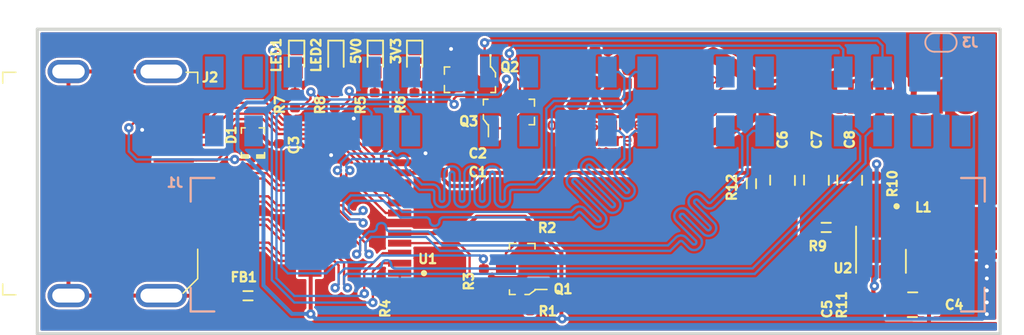
<source format=kicad_pcb>
(kicad_pcb (version 20171130) (host pcbnew 5.1.4+dfsg1-1~bpo9+1)
  (layers (0 F.Cu signal) (1 In1.Cu power) (2 In2.Cu power) (31 B.Cu signal) (34 B.Paste user hide) (35 F.Paste user) (36 B.SilkS user) (37 F.SilkS user) (38 B.Mask user) (39 F.Mask user) (44 Edge.Cuts user))
  (net 0 "")
  (net 1 5V0)
  (net 2 GND)
  (net 3 3V3)
  (net 4 /HDMI_PWR_5V)
  (net 5 "Net-(D1-PadK)")
  (net 6 /HDMI_HPD_5V)
  (net 7 /HDMI_SDA_5V)
  (net 8 /HDMI_SCL_5V)
  (net 9 /HDMI_CEC_5V)
  (net 10 /TMDS_CLK_N)
  (net 11 /TMDS_DATA2_P)
  (net 12 /TMDS_DATA2_N)
  (net 13 /TMDS_DATA1_P)
  (net 14 /TMDS_DATA1_N)
  (net 15 /TMDS_DATA0_P)
  (net 16 /TMDS_DATA0_N)
  (net 17 /TMDS_CLK_P)
  (net 18 /IO_0_34)
  (net 19 /IO_L13P_T2_MRCC_34)
  (net 20 /JB2_SMB_nINT)
  (net 21 /SMB_I2C_SDA3)
  (net 22 /SMB_I2C_SCL3)
  (net 23 /IO_L15N_T2_DQS_34)
  (net 24 /IO_L14N_T2_SRCC_34)
  (net 25 /IO_L16N_T2_34)
  (net 26 /IO_L14P_T2_SRCC_34)
  (net 27 /IO_L15P_T2_DQS_34)
  (net 28 /IO_L16P_T2_34)
  (net 29 /IO_L20N_T3_34)
  (net 30 /IO_L20P_T3_34)
  (net 31 /HDMI_HPD_3V3)
  (net 32 /TMDS_HPD_3V3)
  (net 33 /HDMI_CEC_3V3)
  (net 34 /HDMI_SDA_3V3)
  (net 35 /HDMI_SCL_3V3)
  (net 36 "Net-(C5-Pad1)")
  (net 37 /GP_LED2)
  (net 38 /GP_LED1)
  (net 39 /VCCO_34)
  (net 40 "Net-(J2-Pad14)")
  (net 41 "Net-(L1-Pad2)")
  (net 42 "Net-(Q2-Pad3)")
  (net 43 "Net-(Q3-Pad3)")
  (net 44 "Net-(R9-Pad1)")
  (net 45 "Net-(R10-Pad2)")
  (net 46 "Net-(U2-Pad8)")
  (net 47 "Net-(3V3-Pad2)")
  (net 48 "Net-(5V0-Pad2)")
  (net 49 "Net-(LED1-Pad2)")
  (net 50 "Net-(LED2-Pad2)")
  (net 51 "Net-(C6-Pad1)")
  (net 52 /IO_L18N_T2_34)
  (net 53 /IO_L18P_T2_34)
  (net 54 Earth)
  (module antmicro-footprints:0603-res (layer F.Cu) (at 143.78 119.75)
    (fp_text reference FB1 (at -0.27 -1.2) (layer F.SilkS) (effects (font (size 0.6 0.6))))
    (fp_text value BLM18PG121SN1D)
    (pad 1 smd rect (at -0.7 0) (size 0.6 0.8) (layers F.Cu F.Paste F.Mask) (net 54 Earth))
    (pad 2 smd rect (at 0.7 0) (size 0.6 0.8) (layers F.Cu F.Paste F.Mask) (net 2 GND))
  )
  (module antmicro-footprints:0603-res (layer F.Cu) (at 176.31 112.5 270)
    (fp_text reference R12 (at 0.24 1.27 90) (layer F.SilkS) (effects (font (size 0.6 0.6))))
    (fp_text value R_0R_0603)
    (pad 1 smd rect (at -0.7 0 270) (size 0.6 0.8) (layers F.Cu F.Paste F.Mask) (net 1 5V0))
    (pad 2 smd rect (at 0.7 0 270) (size 0.6 0.8) (layers F.Cu F.Paste F.Mask) (net 51 "Net-(C6-Pad1)"))
  )
  (module antmicro-footprints:SolderJumper-0.6x1.4mm (layer B.Cu) (at 188.57 103.36)
    (fp_text reference J3 (at 1.87 0 180) (layer B.SilkS) (effects (font (size 0.6 0.6)) (justify mirror)))
    (fp_text value solder_jumper)
    (pad 1 smd custom (at -0.4 0 180) (size 0.6 0.2) (layers B.Cu B.Mask) (net 39 /VCCO_34) (options (clearance outline) (anchor rect)) (primitives (gr_circle (center 0.1 -0.1) (end 0.3 -0.1) (width 0)) (gr_circle (center 0.1 0.1) (end 0.3 0.1) (width 0)) (gr_poly (pts (xy 0.1 0.3) (xy -0.3 0.3) (xy -0.3 -0.3) (xy 0.1 -0.3)) (width 0))))
    (pad 2 smd custom (at 0.4 0) (size 0.6 0.2) (layers B.Cu B.Mask) (net 3 3V3) (options (clearance outline) (anchor rect)) (primitives (gr_circle (center 0.1 -0.1) (end 0.3 -0.1) (width 0)) (gr_circle (center 0.1 0.1) (end 0.3 0.1) (width 0)) (gr_poly (pts (xy 0.1 0.3) (xy -0.3 0.3) (xy -0.3 -0.3) (xy 0.1 -0.3)) (width 0))))
  )
  (module antmicro-footprints:HDMI_A_Female_685119134923 (layer F.Cu) (at 137.68 112.49 90)
    (fp_text reference J2 (at 6.87 3.65 180) (layer F.SilkS) (effects (font (size 0.6 0.6))))
    (fp_text value 685119134923)
    (pad SH thru_hole oval (at -7.25 -5.5 90) (size 1.5 2.7) (drill oval 0.9 2.1) (layers *.Cu *.Mask) (net 54 Earth))
    (pad SH thru_hole oval (at 7.25 -5.5 90) (size 1.5 2.7) (drill oval 0.9 2.1) (layers *.Cu *.Mask) (net 54 Earth))
    (pad SH thru_hole oval (at 7.25 0.5 90) (size 1.5 3.3) (drill oval 0.9 2.7) (layers *.Cu *.Mask) (net 54 Earth))
    (pad SH thru_hole oval (at -7.25 0.5 90) (size 1.5 3.3) (drill oval 0.9 2.7) (layers *.Cu *.Mask) (net 54 Earth))
    (pad 19 smd rect (at 4.5 1.3 90) (size 0.28 2.6) (layers F.Cu F.Paste F.Mask) (net 6 /HDMI_HPD_5V))
    (pad 18 smd rect (at 4 1.3 90) (size 0.28 2.6) (layers F.Cu F.Paste F.Mask) (net 5 "Net-(D1-PadK)"))
    (pad 17 smd rect (at 3.5 1.3 90) (size 0.28 2.6) (layers F.Cu F.Paste F.Mask) (net 2 GND))
    (pad 16 smd rect (at 3 1.3 90) (size 0.28 2.6) (layers F.Cu F.Paste F.Mask) (net 7 /HDMI_SDA_5V))
    (pad 15 smd rect (at 2.5 1.3 90) (size 0.28 2.6) (layers F.Cu F.Paste F.Mask) (net 8 /HDMI_SCL_5V))
    (pad 14 smd rect (at 2 1.3 90) (size 0.28 2.6) (layers F.Cu F.Paste F.Mask) (net 40 "Net-(J2-Pad14)"))
    (pad 13 smd rect (at 1.5 1.3 90) (size 0.28 2.6) (layers F.Cu F.Paste F.Mask) (net 9 /HDMI_CEC_5V))
    (pad 12 smd rect (at 1 1.3 90) (size 0.28 2.6) (layers F.Cu F.Paste F.Mask) (net 10 /TMDS_CLK_N))
    (pad 11 smd rect (at 0.5 1.3 90) (size 0.28 2.6) (layers F.Cu F.Paste F.Mask) (net 54 Earth))
    (pad 1 smd rect (at -4.5 1.3 90) (size 0.28 2.6) (layers F.Cu F.Paste F.Mask) (net 11 /TMDS_DATA2_P))
    (pad 2 smd rect (at -4 1.3 90) (size 0.28 2.6) (layers F.Cu F.Paste F.Mask) (net 54 Earth))
    (pad 3 smd rect (at -3.5 1.3 90) (size 0.28 2.6) (layers F.Cu F.Paste F.Mask) (net 12 /TMDS_DATA2_N))
    (pad 4 smd rect (at -3 1.3 90) (size 0.28 2.6) (layers F.Cu F.Paste F.Mask) (net 13 /TMDS_DATA1_P))
    (pad 5 smd rect (at -2.5 1.3 90) (size 0.28 2.6) (layers F.Cu F.Paste F.Mask) (net 54 Earth))
    (pad 6 smd rect (at -2 1.3 90) (size 0.28 2.6) (layers F.Cu F.Paste F.Mask) (net 14 /TMDS_DATA1_N))
    (pad 7 smd rect (at -1.5 1.3 90) (size 0.28 2.6) (layers F.Cu F.Paste F.Mask) (net 15 /TMDS_DATA0_P))
    (pad 8 smd rect (at -1 1.3 90) (size 0.28 2.6) (layers F.Cu F.Paste F.Mask) (net 54 Earth))
    (pad 9 smd rect (at -0.5 1.3 90) (size 0.28 2.6) (layers F.Cu F.Paste F.Mask) (net 16 /TMDS_DATA0_N))
    (pad 10 smd rect (at 0 1.3 90) (size 0.28 2.6) (layers F.Cu F.Paste F.Mask) (net 17 /TMDS_CLK_P))
  )
  (module antmicro-footprints:VSON-10-1EP_3x3mm (layer F.Cu) (at 184.48 116.57 270)
    (fp_text reference U2 (at 1.4 2.26 180) (layer F.SilkS) (effects (font (size 0.6 0.6))))
    (fp_text value TPS61232DRCT)
    (pad 11 smd roundrect (at 0.2 -0.2 270) (size 1.2 2) (layers F.Cu F.Mask) (roundrect_rratio 0.208333) (net 2 GND))
    (pad 8 smd roundrect (at 1.6375 -0.2 270) (size 0.875 0.25) (layers F.Cu F.Paste F.Mask) (net 46 "Net-(U2-Pad8)"))
    (pad 9 smd roundrect (at 1.6375 -0.7 270) (size 0.875 0.25) (layers F.Cu F.Paste F.Mask) (net 3 3V3))
    (pad 10 smd roundrect (at 1.6375 -1.2 270) (size 0.875 0.25) (layers F.Cu F.Paste F.Mask) (net 3 3V3))
    (pad 6 smd roundrect (at 1.6375 0.8 270) (size 0.875 0.25) (layers F.Cu F.Paste F.Mask) (net 36 "Net-(C5-Pad1)"))
    (pad 7 smd roundrect (at 1.6375 0.3 270) (size 0.875 0.25) (layers F.Cu F.Paste F.Mask) (net 45 "Net-(R10-Pad2)"))
    (pad 4 smd roundrect (at -1.2375 0.3 270) (size 0.875 0.25) (layers F.Cu F.Paste F.Mask) (net 51 "Net-(C6-Pad1)"))
    (pad 5 smd roundrect (at -1.2375 0.8 270) (size 0.875 0.25) (layers F.Cu F.Paste F.Mask) (net 44 "Net-(R9-Pad1)"))
    (pad 1 smd roundrect (at -1.2375 -1.2 270) (size 0.875 0.25) (layers F.Cu F.Paste F.Mask) (net 41 "Net-(L1-Pad2)"))
    (pad 2 smd roundrect (at -1.2375 -0.7 270) (size 0.875 0.25) (layers F.Cu F.Paste F.Mask) (net 41 "Net-(L1-Pad2)"))
    (pad 3 smd roundrect (at -1.2375 -0.2 270) (size 0.875 0.25) (layers F.Cu F.Paste F.Mask) (net 51 "Net-(C6-Pad1)"))
  )
  (module antmicro-footprints:antmicro-logo_scaled_20mm (layer F.Cu) (at 181.05 107.02)
    (fp_text reference N2 hide)
    (fp_text value antmicro_logo hide)
    (fp_poly (pts (xy -7.152142 -3.365846) (xy -7.086986 -3.350911) (xy -7.085897 -3.350461) (xy -7.065403 -3.339768) (xy -7.020055 -3.314682) (xy -6.952258 -3.276586) (xy -6.864418 -3.226862) (xy -6.75894 -3.166895) (xy -6.63823 -3.098067) (xy -6.504694 -3.021762) (xy -6.360737 -2.939362) (xy -6.208764 -2.85225) (xy -6.051182 -2.76181) (xy -5.890395 -2.669425) (xy -5.72881 -2.576478) (xy -5.568831 -2.484352) (xy -5.412866 -2.39443) (xy -5.263318 -2.308096) (xy -5.122594 -2.226732) (xy -4.993099 -2.151721) (xy -4.877239 -2.084447) (xy -4.77742 -2.026293) (xy -4.696046 -1.978641) (xy -4.635524 -1.942876) (xy -4.598259 -1.920379) (xy -4.594001 -1.917716) (xy -4.527202 -1.862861) (xy -4.475891 -1.797261) (xy -4.433062 -1.724406) (xy -4.428815 -0.223306) (xy -4.428178 0.063912) (xy -4.427967 0.323067) (xy -4.428181 0.553768) (xy -4.428817 0.755625) (xy -4.42987 0.928247) (xy -4.431339 1.071242) (xy -4.433221 1.184219) (xy -4.435511 1.266788) (xy -4.438209 1.318558) (xy -4.440579 1.337256) (xy -4.447009 1.360965) (xy -4.453864 1.382589) (xy -4.462777 1.403216) (xy -4.475386 1.423937) (xy -4.493324 1.44584) (xy -4.518227 1.470014) (xy -4.55173 1.497548) (xy -4.595469 1.529532) (xy -4.651077 1.567053) (xy -4.720191 1.611202) (xy -4.804445 1.663068) (xy -4.905475 1.723738) (xy -5.024916 1.794304) (xy -5.164402 1.875853) (xy -5.32557 1.969474) (xy -5.510053 2.076257) (xy -5.719487 2.197291) (xy -5.812698 2.251142) (xy -7.078726 2.982603) (xy -7.196836 2.988672) (xy -7.314946 2.994742) (xy -7.779512 2.727563) (xy -8.06399 2.563979) (xy -8.322462 2.415352) (xy -8.556193 2.280884) (xy -8.76645 2.159777) (xy -8.954499 2.051231) (xy -9.121606 1.95445) (xy -9.269037 1.868634) (xy -9.398057 1.792986) (xy -9.509934 1.726708) (xy -9.605932 1.669) (xy -9.687318 1.619066) (xy -9.755358 1.576106) (xy -9.811318 1.539323) (xy -9.856465 1.507918) (xy -9.892063 1.481094) (xy -9.919379 1.458051) (xy -9.939678 1.437992) (xy -9.954228 1.420119) (xy -9.964294 1.403633) (xy -9.971142 1.387736) (xy -9.976039 1.37163) (xy -9.980249 1.354516) (xy -9.984579 1.33729) (xy -9.987595 1.309658) (xy -9.990205 1.250912) (xy -9.992407 1.161435) (xy -9.994198 1.041605) (xy -9.995575 0.891803) (xy -9.996534 0.71241) (xy -9.997074 0.503806) (xy -9.997191 0.266373) (xy -9.996882 0.000489) (xy -9.996434 -0.188976) (xy -9.023604 -0.188976) (xy -9.023583 0.015721) (xy -9.023402 0.191328) (xy -9.022884 0.340252) (xy -9.021851 0.464899) (xy -9.020127 0.567676) (xy -9.017535 0.650988) (xy -9.013897 0.717244) (xy -9.009036 0.768847) (xy -9.002775 0.808206) (xy -8.994937 0.837727) (xy -8.985345 0.859815) (xy -8.973822 0.876878) (xy -8.96019 0.891321) (xy -8.944273 0.905552) (xy -8.942957 0.9067) (xy -8.921858 0.921079) (xy -8.876461 0.949185) (xy -8.809732 0.989311) (xy -8.724637 1.03975) (xy -8.624142 1.098796) (xy -8.511213 1.16474) (xy -8.388816 1.235876) (xy -8.259917 1.310497) (xy -8.127481 1.386896) (xy -7.994476 1.463365) (xy -7.863866 1.538198) (xy -7.738618 1.609687) (xy -7.621698 1.676126) (xy -7.516071 1.735807) (xy -7.424704 1.787023) (xy -7.350563 1.828068) (xy -7.296613 1.857233) (xy -7.265821 1.872813) (xy -7.260992 1.874762) (xy -7.221946 1.885408) (xy -7.194652 1.886037) (xy -7.162305 1.875649) (xy -7.14312 1.867739) (xy -7.116888 1.854599) (xy -7.066974 1.827524) (xy -6.996363 1.788241) (xy -6.90804 1.738476) (xy -6.804989 1.679956) (xy -6.690196 1.614405) (xy -6.566644 1.543552) (xy -6.437318 1.469121) (xy -6.305202 1.392839) (xy -6.173282 1.316433) (xy -6.044541 1.241628) (xy -5.921965 1.170151) (xy -5.808537 1.103728) (xy -5.707243 1.044084) (xy -5.621067 0.992947) (xy -5.552994 0.952043) (xy -5.506007 0.923097) (xy -5.483093 0.907836) (xy -5.482211 0.907104) (xy -5.466109 0.892621) (xy -5.452307 0.878146) (xy -5.440627 0.861271) (xy -5.430893 0.839588) (xy -5.422927 0.810687) (xy -5.416552 0.772161) (xy -5.411591 0.721599) (xy -5.407867 0.656593) (xy -5.405202 0.574736) (xy -5.403419 0.473616) (xy -5.402341 0.350827) (xy -5.40179 0.203959) (xy -5.401591 0.030603) (xy -5.401564 -0.171649) (xy -5.401564 -0.188976) (xy -5.401567 -0.394575) (xy -5.401714 -0.571069) (xy -5.402215 -0.720849) (xy -5.40328 -0.846307) (xy -5.405117 -0.949834) (xy -5.407935 -1.033821) (xy -5.411945 -1.100659) (xy -5.417355 -1.15274) (xy -5.424375 -1.192454) (xy -5.433213 -1.222194) (xy -5.444079 -1.244349) (xy -5.457182 -1.261311) (xy -5.472732 -1.275472) (xy -5.490937 -1.289222) (xy -5.498318 -1.294633) (xy -5.521441 -1.309511) (xy -5.569272 -1.338536) (xy -5.639198 -1.380176) (xy -5.728611 -1.432902) (xy -5.834899 -1.495183) (xy -5.955453 -1.565489) (xy -6.087661 -1.642289) (xy -6.228913 -1.724053) (xy -6.347993 -1.792771) (xy -6.518144 -1.890701) (xy -6.663285 -1.973904) (xy -6.785597 -2.043541) (xy -6.887266 -2.100775) (xy -6.970474 -2.146768) (xy -7.037405 -2.182681) (xy -7.090242 -2.209676) (xy -7.131169 -2.228916) (xy -7.162369 -2.241563) (xy -7.186025 -2.248777) (xy -7.204322 -2.251721) (xy -7.210897 -2.251964) (xy -7.227359 -2.250476) (xy -7.248245 -2.24525) (xy -7.2757 -2.235139) (xy -7.311867 -2.219) (xy -7.35889 -2.195687) (xy -7.418914 -2.164055) (xy -7.494083 -2.122959) (xy -7.586539 -2.071255) (xy -7.698427 -2.007796) (xy -7.831891 -1.931439) (xy -7.989075 -1.841038) (xy -8.09911 -1.77759) (xy -8.247204 -1.692002) (xy -8.387704 -1.610535) (xy -8.518142 -1.534641) (xy -8.636045 -1.465769) (xy -8.738944 -1.40537) (xy -8.824368 -1.354893) (xy -8.889846 -1.315788) (xy -8.932906 -1.289507) (xy -8.950975 -1.277591) (xy -8.965476 -1.264574) (xy -8.977906 -1.250801) (xy -8.988424 -1.233879) (xy -8.997191 -1.211417) (xy -9.004365 -1.181024) (xy -9.010106 -1.140306) (xy -9.014574 -1.086871) (xy -9.017928 -1.018329) (xy -9.020329 -0.932287) (xy -9.021934 -0.826353) (xy -9.022905 -0.698135) (xy -9.023401 -0.545241) (xy -9.02358 -0.365279) (xy -9.023604 -0.188976) (xy -9.996434 -0.188976) (xy -9.996353 -0.223306) (xy -9.995674 -0.478474) (xy -9.995088 -0.704068) (xy -9.994472 -0.902011) (xy -9.993707 -1.074224) (xy -9.99267 -1.222629) (xy -9.991241 -1.349148) (xy -9.989297 -1.455702) (xy -9.986718 -1.544214) (xy -9.983383 -1.616605) (xy -9.97917 -1.674798) (xy -9.973957 -1.720713) (xy -9.967624 -1.756273) (xy -9.96005 -1.7834) (xy -9.951112 -1.804015) (xy -9.94069 -1.82004) (xy -9.928662 -1.833397) (xy -9.914908 -1.846008) (xy -9.899305 -1.859795) (xy -9.892684 -1.865914) (xy -9.872614 -1.879932) (xy -9.827232 -1.908462) (xy -9.758536 -1.950323) (xy -9.668524 -2.004337) (xy -9.559194 -2.069324) (xy -9.432544 -2.144105) (xy -9.290572 -2.2275) (xy -9.135275 -2.318331) (xy -8.968652 -2.415418) (xy -8.7927 -2.517581) (xy -8.609418 -2.623642) (xy -8.589859 -2.634939) (xy -8.376201 -2.758306) (xy -8.18804 -2.866861) (xy -8.02361 -2.961561) (xy -7.881143 -3.043361) (xy -7.758872 -3.113218) (xy -7.65503 -3.172089) (xy -7.56785 -3.220929) (xy -7.495565 -3.260694) (xy -7.436408 -3.292341) (xy -7.38861 -3.316826) (xy -7.350406 -3.335104) (xy -7.320028 -3.348133) (xy -7.295708 -3.356869) (xy -7.275681 -3.362267) (xy -7.258177 -3.365284) (xy -7.241431 -3.366875) (xy -7.23652 -3.367203) (xy -7.152142 -3.365846)) (layer F.Cu) (width 0.00186))
    (fp_poly (pts (xy -2.762249 -1.312167) (xy -2.66255 -1.293503) (xy -2.549392 -1.25881) (xy -2.458084 -1.215755) (xy -2.379163 -1.159346) (xy -2.340359 -1.123556) (xy -2.283133 -1.052088) (xy -2.231753 -0.960588) (xy -2.191937 -0.860517) (xy -2.17355 -0.789119) (xy -2.1699 -0.753668) (xy -2.166624 -0.689343) (xy -2.163769 -0.598767) (xy -2.161387 -0.484561) (xy -2.159525 -0.349347) (xy -2.158235 -0.195746) (xy -2.157564 -0.026379) (xy -2.157476 0.064404) (xy -2.157476 0.83317) (xy -2.231284 0.865819) (xy -2.363439 0.913297) (xy -2.516531 0.94998) (xy -2.681516 0.974719) (xy -2.84935 0.986367) (xy -3.010988 0.983776) (xy -3.096245 0.975571) (xy -3.263289 0.94229) (xy -3.406069 0.889385) (xy -3.524297 0.817171) (xy -3.617686 0.725962) (xy -3.685949 0.61607) (xy -3.728798 0.487809) (xy -3.745946 0.341493) (xy -3.745116 0.268039) (xy -3.743109 0.254154) (xy -3.382296 0.254154) (xy -3.379368 0.384438) (xy -3.351055 0.49704) (xy -3.297965 0.591021) (xy -3.220703 0.665443) (xy -3.119873 0.719368) (xy -3.071639 0.735398) (xy -3.010019 0.745934) (xy -2.927498 0.75073) (xy -2.834071 0.750162) (xy -2.739734 0.744607) (xy -2.654483 0.734439) (xy -2.588312 0.720036) (xy -2.578735 0.716856) (xy -2.503932 0.689951) (xy -2.503932 -0.301478) (xy -2.594483 -0.290553) (xy -2.652273 -0.281462) (xy -2.72709 -0.266795) (xy -2.805569 -0.249235) (xy -2.830244 -0.2432) (xy -2.991685 -0.193566) (xy -3.124252 -0.13258) (xy -3.228703 -0.059559) (xy -3.305799 0.026184) (xy -3.356299 0.125331) (xy -3.380963 0.238569) (xy -3.382296 0.254154) (xy -3.743109 0.254154) (xy -3.724612 0.126169) (xy -3.677067 0.000045) (xy -3.601887 -0.111692) (xy -3.558984 -0.157543) (xy -3.464184 -0.232868) (xy -3.3423 -0.302193) (xy -3.197421 -0.364005) (xy -3.033639 -0.416787) (xy -2.855043 -0.459023) (xy -2.665725 -0.489199) (xy -2.662896 -0.489544) (xy -2.499634 -0.50933) (xy -2.509073 -0.643074) (xy -2.527337 -0.769203) (xy -2.563566 -0.870412) (xy -2.619397 -0.948715) (xy -2.696465 -1.006126) (xy -2.796408 -1.044659) (xy -2.844245 -1.055443) (xy -2.974469 -1.066784) (xy -3.119212 -1.055936) (xy -3.2717 -1.023916) (xy -3.425161 -0.971742) (xy -3.438671 -0.966142) (xy -3.487101 -0.94693) (xy -3.522581 -0.935054) (xy -3.53668 -0.933011) (xy -3.544711 -0.949635) (xy -3.559824 -0.986705) (xy -3.57853 -1.034994) (xy -3.59734 -1.085278) (xy -3.612765 -1.128333) (xy -3.621316 -1.154935) (xy -3.62204 -1.158704) (xy -3.608855 -1.168984) (xy -3.574628 -1.18716) (xy -3.536157 -1.205067) (xy -3.394789 -1.256208) (xy -3.238038 -1.293367) (xy -3.07458 -1.315665) (xy -2.913092 -1.322225) (xy -2.762249 -1.312167)) (layer F.Cu) (width 0.00186))
    (fp_poly (pts (xy 6.480642 -1.319989) (xy 6.58434 -1.309941) (xy 6.642021 -1.29909) (xy 6.701468 -1.281974) (xy 6.765304 -1.258729) (xy 6.825268 -1.232959) (xy 6.873099 -1.208268) (xy 6.900536 -1.18826) (xy 6.902731 -1.185337) (xy 6.901034 -1.165755) (xy 6.889691 -1.127281) (xy 6.872257 -1.078963) (xy 6.852289 -1.029849) (xy 6.833344 -0.988985) (xy 6.818977 -0.965419) (xy 6.815277 -0.96286) (xy 6.79584 -0.968533) (xy 6.757145 -0.984054) (xy 6.717966 -1.001363) (xy 6.597556 -1.043183) (xy 6.478303 -1.059436) (xy 6.365741 -1.049949) (xy 6.267082 -1.015425) (xy 6.184633 -0.956435) (xy 6.109079 -0.869907) (xy 6.042796 -0.759473) (xy 5.988158 -0.628763) (xy 5.964987 -0.55344) (xy 5.9467 -0.460621) (xy 5.934948 -0.346326) (xy 5.929731 -0.219894) (xy 5.931048 -0.090658) (xy 5.938899 0.032043) (xy 5.953283 0.138876) (xy 5.965029 0.191403) (xy 6.018441 0.347854) (xy 6.085682 0.476208) (xy 6.166949 0.57676) (xy 6.262433 0.649803) (xy 6.269842 0.653997) (xy 6.318046 0.678461) (xy 6.360476 0.692533) (xy 6.40936 0.698899) (xy 6.476928 0.700247) (xy 6.480302 0.700234) (xy 6.551196 0.697119) (xy 6.613423 0.686543) (xy 6.676539 0.665628) (xy 6.750104 0.631498) (xy 6.805132 0.602451) (xy 6.811994 0.606864) (xy 6.823881 0.627522) (xy 6.842273 0.667671) (xy 6.868648 0.730555) (xy 6.904485 0.819421) (xy 6.907856 0.827878) (xy 6.898997 0.84482) (xy 6.866949 0.868588) (xy 6.818267 0.89564) (xy 6.759502 0.922438) (xy 6.697208 0.945441) (xy 6.680962 0.950446) (xy 6.596243 0.968476) (xy 6.494197 0.980035) (xy 6.38837 0.984337) (xy 6.292302 0.980592) (xy 6.251956 0.975421) (xy 6.192955 0.960449) (xy 6.121933 0.935569) (xy 6.055106 0.906553) (xy 5.924393 0.825216) (xy 5.811546 0.718355) (xy 5.717058 0.586718) (xy 5.64142 0.431051) (xy 5.585125 0.252101) (xy 5.566382 0.164966) (xy 5.55271 0.061836) (xy 5.545515 -0.060348) (xy 5.544535 -0.192732) (xy 5.549505 -0.326459) (xy 5.560163 -0.452674) (xy 5.576246 -0.562522) (xy 5.589781 -0.622034) (xy 5.650979 -0.796354) (xy 5.73177 -0.948264) (xy 5.831148 -1.076626) (xy 5.948105 -1.180303) (xy 6.081634 -1.258159) (xy 6.187885 -1.297708) (xy 6.270746 -1.313837) (xy 6.372221 -1.321276) (xy 6.480642 -1.319989)) (layer F.Cu) (width 0.00186))
    (fp_poly (pts (xy 9.2785 -1.312066) (xy 9.419271 -1.280013) (xy 9.543888 -1.224868) (xy 9.656461 -1.145058) (xy 9.708553 -1.096387) (xy 9.8083 -0.974431) (xy 9.887318 -0.830972) (xy 9.945961 -0.6651) (xy 9.984585 -0.475905) (xy 9.998095 -0.353364) (xy 10.005731 -0.13312) (xy 9.992844 0.072824) (xy 9.960106 0.262524) (xy 9.908183 0.434035) (xy 9.837744 0.585411) (xy 9.749459 0.714707) (xy 9.643995 0.819978) (xy 9.578549 0.867161) (xy 9.475336 0.918408) (xy 9.352499 0.956601) (xy 9.219808 0.980004) (xy 9.087028 0.986884) (xy 8.966072 0.975896) (xy 8.810713 0.933331) (xy 8.673021 0.864959) (xy 8.55358 0.771436) (xy 8.45297 0.653416) (xy 8.371776 0.511552) (xy 8.310581 0.346499) (xy 8.277228 0.202757) (xy 8.249196 -0.010531) (xy 8.243315 -0.181843) (xy 8.619775 -0.181843) (xy 8.626639 -0.006059) (xy 8.647674 0.163017) (xy 8.682896 0.318411) (xy 8.730663 0.449537) (xy 8.792305 0.552891) (xy 8.870412 0.633717) (xy 8.961038 0.690398) (xy 9.060232 0.721318) (xy 9.164048 0.724859) (xy 9.268537 0.699405) (xy 9.303274 0.683979) (xy 9.391728 0.625796) (xy 9.465071 0.546116) (xy 9.524047 0.443338) (xy 9.569396 0.315865) (xy 9.601861 0.162097) (xy 9.620669 0) (xy 9.628833 -0.197594) (xy 9.620784 -0.38162) (xy 9.597156 -0.549325) (xy 9.558579 -0.697956) (xy 9.505687 -0.824761) (xy 9.439111 -0.926986) (xy 9.397763 -0.970932) (xy 9.30783 -1.034591) (xy 9.210287 -1.070154) (xy 9.109492 -1.078662) (xy 9.009802 -1.061154) (xy 8.915575 -1.018669) (xy 8.831168 -0.952247) (xy 8.760939 -0.862927) (xy 8.733695 -0.812545) (xy 8.684043 -0.679686) (xy 8.648494 -0.525632) (xy 8.627066 -0.357359) (xy 8.619775 -0.181843) (xy 8.243315 -0.181843) (xy 8.242077 -0.217887) (xy 8.255237 -0.416019) (xy 8.288043 -0.601636) (xy 8.339862 -0.771445) (xy 8.41006 -0.922155) (xy 8.498004 -1.050475) (xy 8.524035 -1.080128) (xy 8.63728 -1.181032) (xy 8.765238 -1.254668) (xy 8.908825 -1.301412) (xy 9.068958 -1.321638) (xy 9.117464 -1.322599) (xy 9.2785 -1.312066)) (layer F.Cu) (width 0.00186))
    (fp_poly (pts (xy 0.795755 -1.890556) (xy 0.79863 -1.848884) (xy 0.80093 -1.785265) (xy 0.802488 -1.704473) (xy 0.803139 -1.611284) (xy 0.803148 -1.598422) (xy 0.803148 -1.291336) (xy 1.1811 -1.291336) (xy 1.1811 -1.039368) (xy 0.803148 -1.039368) (xy 0.803148 0.498982) (xy 0.838973 0.566729) (xy 0.885039 0.631264) (xy 0.944279 0.671205) (xy 1.021404 0.688928) (xy 1.082708 0.68969) (xy 1.181166 0.685038) (xy 1.181133 0.806155) (xy 1.178348 0.880811) (xy 1.17014 0.92607) (xy 1.161415 0.939626) (xy 1.138007 0.945325) (xy 1.090929 0.950669) (xy 1.028005 0.954906) (xy 0.98425 0.956653) (xy 0.897887 0.957443) (xy 0.832757 0.953166) (xy 0.778855 0.942783) (xy 0.743384 0.931661) (xy 0.647529 0.886432) (xy 0.57123 0.823573) (xy 0.508105 0.737316) (xy 0.488188 0.701009) (xy 0.43307 0.593781) (xy 0.428593 -0.222794) (xy 0.424117 -1.039368) (xy 0.173228 -1.039368) (xy 0.173228 -1.291336) (xy 0.425196 -1.291336) (xy 0.425196 -1.794188) (xy 0.603495 -1.849848) (xy 0.673943 -1.871574) (xy 0.733143 -1.889331) (xy 0.774786 -1.901261) (xy 0.792471 -1.905508) (xy 0.795755 -1.890556)) (layer F.Cu) (width 0.00186))
    (fp_poly (pts (xy -0.819904 -1.314167) (xy -0.736102 -1.311976) (xy -0.671677 -1.307691) (xy -0.620578 -1.300843) (xy -0.576756 -1.29096) (xy -0.559727 -1.285995) (xy -0.416939 -1.23134) (xy -0.301586 -1.163455) (xy -0.211999 -1.081149) (xy -0.153086 -0.995726) (xy -0.134276 -0.960359) (xy -0.118283 -0.926977) (xy -0.104879 -0.892787) (xy -0.093836 -0.854996) (xy -0.084925 -0.810811) (xy -0.077918 -0.757442) (xy -0.072587 -0.692094) (xy -0.068703 -0.611975) (xy -0.066037 -0.514293) (xy -0.064362 -0.396256) (xy -0.063448 -0.25507) (xy -0.063068 -0.087944) (xy -0.062992 0.105671) (xy -0.062992 0.94488) (xy -0.440944 0.94488) (xy -0.440944 0.113094) (xy -0.441024 -0.082694) (xy -0.441426 -0.249628) (xy -0.442397 -0.390347) (xy -0.444181 -0.507492) (xy -0.447024 -0.603705) (xy -0.451171 -0.681626) (xy -0.456866 -0.743896) (xy -0.464356 -0.793155) (xy -0.473884 -0.832045) (xy -0.485698 -0.863206) (xy -0.500041 -0.889279) (xy -0.517159 -0.912904) (xy -0.537298 -0.936724) (xy -0.538554 -0.938156) (xy -0.603691 -0.996935) (xy -0.683121 -1.038201) (xy -0.783528 -1.065101) (xy -0.821079 -1.071174) (xy -0.92666 -1.077955) (xy -1.043513 -1.072214) (xy -1.157052 -1.055272) (xy -1.239803 -1.033145) (xy -1.29921 -1.01258) (xy -1.303266 -0.03385) (xy -1.307322 0.94488) (xy -1.685036 0.94488) (xy -1.685036 -1.177123) (xy -1.539367 -1.224908) (xy -1.439126 -1.25659) (xy -1.353944 -1.279913) (xy -1.275379 -1.296119) (xy -1.194992 -1.306451) (xy -1.104341 -1.312151) (xy -0.994986 -1.314461) (xy -0.929132 -1.314735) (xy -0.819904 -1.314167)) (layer F.Cu) (width 0.00186))
    (fp_poly (pts (xy 3.757209 -1.311066) (xy 3.91088 -1.277588) (xy 4.043095 -1.222181) (xy 4.153265 -1.145137) (xy 4.240801 -1.046747) (xy 4.282829 -0.976376) (xy 4.299474 -0.942443) (xy 4.313617 -0.909633) (xy 4.325461 -0.875159) (xy 4.33521 -0.836235) (xy 4.343065 -0.790076) (xy 4.349232 -0.733894) (xy 4.353914 -0.664903) (xy 4.357313 -0.580319) (xy 4.359633 -0.477354) (xy 4.361078 -0.353222) (xy 4.36185 -0.205138) (xy 4.362153 -0.030314) (xy 4.362196 0.111011) (xy 4.362196 0.94488) (xy 3.985262 0.94488) (xy 3.980816 0.074803) (xy 3.97637 -0.795274) (xy 3.930412 -0.878223) (xy 3.867906 -0.960698) (xy 3.786589 -1.021784) (xy 3.691109 -1.06111) (xy 3.586111 -1.078306) (xy 3.476242 -1.073001) (xy 3.36615 -1.044823) (xy 3.26048 -0.993402) (xy 3.185033 -0.937719) (xy 3.118104 -0.879434) (xy 3.118104 0.94488) (xy 2.740152 0.94488) (xy 2.740152 0.092378) (xy 2.739876 -0.121519) (xy 2.739034 -0.304953) (xy 2.737607 -0.458951) (xy 2.735573 -0.584541) (xy 2.732913 -0.682749) (xy 2.729606 -0.754605) (xy 2.725633 -0.801136) (xy 2.722177 -0.82012) (xy 2.679945 -0.909237) (xy 2.613117 -0.980546) (xy 2.523646 -1.03318) (xy 2.413489 -1.066271) (xy 2.2846 -1.078953) (xy 2.154025 -1.072179) (xy 2.082817 -1.063523) (xy 2.031721 -1.055313) (xy 1.989488 -1.045082) (xy 1.94487 -1.03036) (xy 1.917319 -1.020233) (xy 1.874012 -1.004051) (xy 1.874012 0.94488) (xy 1.511808 0.94488) (xy 1.511808 -1.179621) (xy 1.66183 -1.227678) (xy 1.830788 -1.275419) (xy 1.988628 -1.305225) (xy 2.148725 -1.318962) (xy 2.314956 -1.318834) (xy 2.448348 -1.310972) (xy 2.557653 -1.296023) (xy 2.649872 -1.271947) (xy 2.732008 -1.236698) (xy 2.811063 -1.188233) (xy 2.843587 -1.16454) (xy 2.947015 -1.086256) (xy 3.012874 -1.139691) (xy 3.140383 -1.223949) (xy 3.283556 -1.282108) (xy 3.443665 -1.314575) (xy 3.58267 -1.322326) (xy 3.757209 -1.311066)) (layer F.Cu) (width 0.00186))
    (fp_poly (pts (xy 5.212588 0.94488) (xy 4.834636 0.94488) (xy 4.834636 -1.291336) (xy 5.212588 -1.291336) (xy 5.212588 0.94488)) (layer F.Cu) (width 0.00186))
    (fp_poly (pts (xy 8.164969 -1.320362) (xy 8.193264 -1.316383) (xy 8.204251 -1.309812) (xy 8.204708 -1.30763) (xy 8.200245 -1.284505) (xy 8.18833 -1.239539) (xy 8.171173 -1.180869) (xy 8.163348 -1.155417) (xy 8.142216 -1.091022) (xy 8.126092 -1.052117) (xy 8.112163 -1.033685) (xy 8.097618 -1.030706) (xy 8.094006 -1.031642) (xy 7.996101 -1.052528) (xy 7.886769 -1.059408) (xy 7.778397 -1.05246) (xy 7.683375 -1.031863) (xy 7.665339 -1.025458) (xy 7.622032 -1.008652) (xy 7.622032 0.94488) (xy 7.24408 0.94488) (xy 7.24408 -1.177905) (xy 7.358253 -1.218816) (xy 7.457469 -1.252148) (xy 7.548226 -1.276925) (xy 7.639168 -1.294621) (xy 7.738939 -1.306711) (xy 7.856184 -1.314667) (xy 7.940929 -1.318153) (xy 8.042332 -1.321106) (xy 8.115835 -1.32189) (xy 8.164969 -1.320362)) (layer F.Cu) (width 0.00186))
    (fp_poly (pts (xy -7.127785 -1.479949) (xy -7.113653 -1.474378) (xy -7.041334 -1.427439) (xy -6.988592 -1.360576) (xy -6.959053 -1.280878) (xy -6.956345 -1.195432) (xy -6.960184 -1.174445) (xy -6.991456 -1.093769) (xy -7.04554 -1.033284) (xy -7.100091 -1.000015) (xy -7.16534 -0.968536) (xy -7.16534 -0.598424) (xy -6.890491 -0.598424) (xy -6.777311 -0.710848) (xy -6.664131 -0.823273) (xy -6.672493 -0.90429) (xy -6.67259 -0.905992) (xy -6.565627 -0.905992) (xy -6.548018 -0.86929) (xy -6.511338 -0.852186) (xy -6.466981 -0.855829) (xy -6.434183 -0.875139) (xy -6.411682 -0.912045) (xy -6.419579 -0.949852) (xy -6.440932 -0.976376) (xy -6.470892 -1.001792) (xy -6.495715 -1.00433) (xy -6.529462 -0.98507) (xy -6.531916 -0.983357) (xy -6.559759 -0.948463) (xy -6.565627 -0.905992) (xy -6.67259 -0.905992) (xy -6.675458 -0.956199) (xy -6.6685 -0.99141) (xy -6.647962 -1.024089) (xy -6.638621 -1.035499) (xy -6.581396 -1.083887) (xy -6.518437 -1.105998) (xy -6.455063 -1.104735) (xy -6.396589 -1.083004) (xy -6.348333 -1.043711) (xy -6.315611 -0.98976) (xy -6.30374 -0.924056) (xy -6.314843 -0.858586) (xy -6.350331 -0.796578) (xy -6.407278 -0.756656) (xy -6.483198 -0.740443) (xy -6.496062 -0.740156) (xy -6.528949 -0.739014) (xy -6.556278 -0.733125) (xy -6.584165 -0.718793) (xy -6.61873 -0.692323) (xy -6.66609 -0.650017) (xy -6.704607 -0.614172) (xy -6.839262 -0.488188) (xy -7.16534 -0.488188) (xy -7.16534 -0.23622) (xy -6.567725 -0.23622) (xy -6.544392 -0.281341) (xy -6.501772 -0.332689) (xy -6.44298 -0.363427) (xy -6.376494 -0.372554) (xy -6.310786 -0.35907) (xy -6.254332 -0.321976) (xy -6.248863 -0.316203) (xy -6.208157 -0.252439) (xy -6.194616 -0.187396) (xy -6.204452 -0.125609) (xy -6.233878 -0.071615) (xy -6.279104 -0.029951) (xy -6.336342 -0.005153) (xy -6.401804 -0.001758) (xy -6.471701 -0.024301) (xy -6.48592 -0.032346) (xy -6.522365 -0.060855) (xy -6.544934 -0.090141) (xy -6.546812 -0.095279) (xy -6.551182 -0.105869) (xy -6.560781 -0.1137) (xy -6.579835 -0.119186) (xy -6.612572 -0.122743) (xy -6.663222 -0.124785) (xy -6.73601 -0.125725) (xy -6.835165 -0.125979) (xy -6.860091 -0.125984) (xy -7.16534 -0.125984) (xy -7.16534 0.110236) (xy -6.841811 0.110236) (xy -6.58031 0.373102) (xy -6.506684 0.366776) (xy -6.427754 0.372277) (xy -6.366407 0.40293) (xy -6.324611 0.457519) (xy -6.313741 0.486008) (xy -6.303081 0.561329) (xy -6.321162 0.626394) (xy -6.360629 0.678024) (xy -6.421632 0.720694) (xy -6.486446 0.736176) (xy -6.549425 0.727327) (xy -6.604927 0.697001) (xy -6.647305 0.648054) (xy -6.670915 0.583341) (xy -6.671949 0.536062) (xy -6.56392 0.536062) (xy -6.558793 0.575239) (xy -6.543726 0.597947) (xy -6.50789 0.625572) (xy -6.473343 0.623295) (xy -6.440932 0.598424) (xy -6.413594 0.560002) (xy -6.41616 0.5256) (xy -6.439633 0.497237) (xy -6.479461 0.476719) (xy -6.517772 0.480531) (xy -6.548086 0.502402) (xy -6.56392 0.536062) (xy -6.671949 0.536062) (xy -6.672293 0.520357) (xy -6.663483 0.445965) (xy -6.890491 0.220472) (xy -7.16534 0.220472) (xy -7.16534 0.59364) (xy -7.10041 0.62292) (xy -7.032255 0.668992) (xy -6.985252 0.732023) (xy -6.959578 0.805668) (xy -6.955407 0.883578) (xy -6.972916 0.959408) (xy -7.01228 1.026812) (xy -7.073675 1.079441) (xy -7.08756 1.087101) (xy -7.17002 1.112908) (xy -7.257848 1.112912) (xy -7.3394 1.087149) (xy -7.340965 1.08633) (xy -7.405537 1.036303) (xy -7.447971 0.970488) (xy -7.468491 0.895275) (xy -7.467938 0.858266) (xy -7.360615 0.858266) (xy -7.354224 0.90511) (xy -7.33018 0.942985) (xy -7.309973 0.962623) (xy -7.251717 0.999758) (xy -7.194358 1.005474) (xy -7.13658 0.979772) (xy -7.115195 0.962623) (xy -7.079953 0.923675) (xy -7.06591 0.883063) (xy -7.064553 0.858266) (xy -7.078726 0.801047) (xy -7.115633 0.751472) (xy -7.166854 0.71805) (xy -7.212584 0.70866) (xy -7.2692 0.722984) (xy -7.318253 0.760283) (xy -7.351324 0.812049) (xy -7.360615 0.858266) (xy -7.467938 0.858266) (xy -7.467321 0.817057) (xy -7.444683 0.742225) (xy -7.400801 0.677171) (xy -7.3359 0.628286) (xy -7.324758 0.62292) (xy -7.259828 0.59364) (xy -7.259828 0.220472) (xy -7.534677 0.220472) (xy -7.761686 0.445965) (xy -7.752875 0.520357) (xy -7.756832 0.59589) (xy -7.784197 0.658004) (xy -7.829325 0.703845) (xy -7.886571 0.730556) (xy -7.95029 0.735282) (xy -8.014838 0.715168) (xy -8.064539 0.678024) (xy -8.108324 0.617689) (xy -8.122296 0.551493) (xy -8.119077 0.532097) (xy -8.011726 0.532097) (xy -8.008721 0.566768) (xy -7.984236 0.598424) (xy -7.945895 0.62574) (xy -7.911521 0.623165) (xy -7.882448 0.599058) (xy -7.862722 0.55855) (xy -7.86791 0.517439) (xy -7.895163 0.486507) (xy -7.914244 0.478687) (xy -7.960697 0.48096) (xy -7.984871 0.496636) (xy -8.011726 0.532097) (xy -8.119077 0.532097) (xy -8.111427 0.486008) (xy -8.078066 0.422117) (xy -8.024361 0.381672) (xy -7.95228 0.36589) (xy -7.918484 0.366776) (xy -7.844858 0.373102) (xy -7.583357 0.110236) (xy -7.259828 0.110236) (xy -7.259828 -0.125984) (xy -7.565853 -0.125984) (xy -7.671205 -0.125849) (xy -7.749326 -0.125153) (xy -7.804478 -0.123455) (xy -7.840927 -0.120318) (xy -7.862936 -0.1153) (xy -7.874769 -0.107965) (xy -7.880689 -0.097871) (xy -7.882219 -0.093402) (xy -7.907619 -0.057137) (xy -7.953274 -0.025395) (xy -8.008002 -0.004625) (xy -8.044073 -0.000059) (xy -8.116785 -0.013225) (xy -8.173607 -0.04891) (xy -8.212032 -0.10112) (xy -8.229554 -0.163863) (xy -8.227678 -0.185307) (xy -8.12379 -0.185307) (xy -8.119229 -0.162574) (xy -8.10332 -0.142808) (xy -8.062095 -0.11435) (xy -8.020016 -0.116341) (xy -7.993235 -0.134983) (xy -7.970569 -0.175581) (xy -7.975398 -0.201916) (xy -6.454334 -0.201916) (xy -6.44837 -0.157748) (xy -6.431933 -0.134983) (xy -6.391565 -0.112325) (xy -6.349319 -0.120309) (xy -6.321848 -0.142808) (xy -6.302666 -0.168912) (xy -6.303567 -0.192647) (xy -6.315997 -0.217611) (xy -6.349323 -0.25395) (xy -6.389391 -0.264218) (xy -6.428175 -0.24659) (xy -6.431095 -0.243807) (xy -6.454334 -0.201916) (xy -7.975398 -0.201916) (xy -7.978321 -0.217857) (xy -7.998812 -0.243034) (xy -8.039326 -0.264121) (xy -8.077656 -0.254452) (xy -8.109156 -0.2175) (xy -8.12379 -0.185307) (xy -8.227678 -0.185307) (xy -8.223667 -0.231147) (xy -8.191863 -0.296978) (xy -8.176305 -0.316203) (xy -8.120062 -0.357438) (xy -8.054435 -0.373301) (xy -7.987407 -0.364696) (xy -7.926965 -0.332524) (xy -7.884229 -0.28321) (xy -7.856471 -0.23622) (xy -7.259828 -0.23622) (xy -7.259828 -0.488188) (xy -7.585906 -0.488188) (xy -7.720561 -0.614172) (xy -7.778689 -0.668015) (xy -7.820214 -0.703817) (xy -7.851345 -0.725255) (xy -7.878292 -0.736005) (xy -7.907263 -0.739743) (xy -7.93335 -0.740156) (xy -8.010766 -0.751447) (xy -8.067407 -0.786045) (xy -8.104819 -0.845036) (xy -8.111906 -0.865558) (xy -8.118756 -0.922383) (xy -8.015732 -0.922383) (xy -8.002187 -0.886451) (xy -7.968966 -0.861376) (xy -7.927192 -0.851422) (xy -7.887985 -0.860847) (xy -7.87715 -0.86929) (xy -7.859479 -0.906453) (xy -7.865599 -0.948912) (xy -7.893252 -0.983357) (xy -7.923415 -1.001616) (xy -7.940496 -1.007872) (xy -7.963321 -0.996066) (xy -7.990396 -0.968803) (xy -8.010957 -0.938312) (xy -8.015732 -0.922383) (xy -8.118756 -0.922383) (xy -8.120816 -0.939467) (xy -8.10442 -1.003434) (xy -8.068092 -1.054652) (xy -8.017201 -1.090317) (xy -7.957121 -1.107623) (xy -7.893223 -1.103763) (xy -7.830878 -1.075932) (xy -7.786547 -1.035499) (xy -7.761229 -1.00082) (xy -7.750587 -0.967854) (xy -7.750964 -0.922433) (xy -7.752675 -0.90429) (xy -7.761037 -0.823273) (xy -7.647857 -0.710848) (xy -7.534677 -0.598424) (xy -7.259828 -0.598424) (xy -7.259828 -0.970315) (xy -7.322442 -0.99794) (xy -7.395741 -1.04537) (xy -7.445334 -1.113206) (xy -7.464531 -1.165275) (xy -7.471961 -1.239285) (xy -7.364257 -1.239285) (xy -7.358329 -1.203166) (xy -7.346979 -1.176582) (xy -7.306645 -1.122264) (xy -7.253026 -1.092713) (xy -7.193084 -1.089713) (xy -7.133785 -1.115049) (xy -7.126918 -1.120176) (xy -7.080457 -1.170315) (xy -7.064676 -1.22476) (xy -7.077166 -1.282157) (xy -7.115359 -1.341118) (xy -7.165775 -1.374847) (xy -7.221937 -1.383454) (xy -7.277364 -1.367051) (xy -7.325578 -1.325747) (xy -7.353549 -1.27744) (xy -7.364257 -1.239285) (xy -7.471961 -1.239285) (xy -7.473022 -1.249858) (xy -7.454992 -1.327975) (xy -7.415034 -1.395579) (xy -7.35774 -1.448625) (xy -7.287706 -1.483067) (xy -7.209523 -1.494857) (xy -7.127785 -1.479949)) (layer F.Cu) (width 0.00186))
  )
  (module antmicro-footprints:0402-res (layer F.Cu) (at 184.2 120.33 270)
    (fp_text reference R11 (at 0.01 2.05 90) (layer F.SilkS) (effects (font (size 0.6 0.6))))
    (fp_text value R_100k_0402)
    (pad 2 smd roundrect (at 0.485 0 270) (size 0.59 0.64) (layers F.Cu F.Paste F.Mask) (net 2 GND))
    (pad 1 smd roundrect (at -0.485 0 270) (size 0.59 0.64) (layers F.Cu F.Paste F.Mask) (net 45 "Net-(R10-Pad2)"))
  )
  (module antmicro-footprints:0402-res (layer F.Cu) (at 184.36 112.49 90)
    (fp_text reference R10 (at -0.01 1.06 90) (layer F.SilkS) (effects (font (size 0.6 0.6))))
    (fp_text value R_402k_0402)
    (pad 2 smd roundrect (at 0.485 0 90) (size 0.59 0.64) (layers F.Cu F.Paste F.Mask) (net 45 "Net-(R10-Pad2)"))
    (pad 1 smd roundrect (at -0.485 0 90) (size 0.59 0.64) (layers F.Cu F.Paste F.Mask) (net 51 "Net-(C6-Pad1)"))
  )
  (module antmicro-footprints:0603-res (layer F.Cu) (at 181.14 115.33 180)
    (fp_text reference R9 (at 0.55 -1.21) (layer F.SilkS) (effects (font (size 0.6 0.6))))
    (fp_text value R_1M_0603)
    (pad 1 smd rect (at -0.7 0 180) (size 0.6 0.8) (layers F.Cu F.Paste F.Mask) (net 44 "Net-(R9-Pad1)"))
    (pad 2 smd rect (at 0.7 0 180) (size 0.6 0.8) (layers F.Cu F.Paste F.Mask) (net 51 "Net-(C6-Pad1)"))
  )
  (module antmicro-footprints:0402-res (layer F.Cu) (at 149.393333 107.1 270)
    (fp_text reference R8 (at 0.31 0.953333 90) (layer F.SilkS) (effects (font (size 0.6 0.6))))
    (fp_text value R_330R_0402)
    (pad 2 smd roundrect (at 0.485 0 270) (size 0.59 0.64) (layers F.Cu F.Paste F.Mask) (net 43 "Net-(Q3-Pad3)"))
    (pad 1 smd roundrect (at -0.485 0 270) (size 0.59 0.64) (layers F.Cu F.Paste F.Mask) (net 50 "Net-(LED2-Pad2)"))
  )
  (module antmicro-footprints:0402-res (layer F.Cu) (at 146.82 107.1 270)
    (fp_text reference R7 (at 0.3 0.98 90) (layer F.SilkS) (effects (font (size 0.6 0.6))))
    (fp_text value R_330R_0402)
    (pad 2 smd roundrect (at 0.485 0 270) (size 0.59 0.64) (layers F.Cu F.Paste F.Mask) (net 42 "Net-(Q2-Pad3)"))
    (pad 1 smd roundrect (at -0.485 0 270) (size 0.59 0.64) (layers F.Cu F.Paste F.Mask) (net 49 "Net-(LED1-Pad2)"))
  )
  (module antmicro-footprints:0402-res (layer F.Cu) (at 154.54 107.1 270)
    (fp_text reference R6 (at 0.29 0.91 90) (layer F.SilkS) (effects (font (size 0.6 0.6))))
    (fp_text value R_330R_0402)
    (pad 2 smd roundrect (at 0.485 0 270) (size 0.59 0.64) (layers F.Cu F.Paste F.Mask) (net 2 GND))
    (pad 1 smd roundrect (at -0.485 0 270) (size 0.59 0.64) (layers F.Cu F.Paste F.Mask) (net 47 "Net-(3V3-Pad2)"))
  )
  (module antmicro-footprints:0402-res (layer F.Cu) (at 151.966666 107.1 270)
    (fp_text reference R5 (at 0.31 0.916666 90) (layer F.SilkS) (effects (font (size 0.6 0.6))))
    (fp_text value R_470R_0402)
    (pad 2 smd roundrect (at 0.485 0 270) (size 0.59 0.64) (layers F.Cu F.Paste F.Mask) (net 2 GND))
    (pad 1 smd roundrect (at -0.485 0 270) (size 0.59 0.64) (layers F.Cu F.Paste F.Mask) (net 48 "Net-(5V0-Pad2)"))
  )
  (module antmicro-footprints:0402-res (layer F.Cu) (at 159.02 118.5 90)
    (fp_text reference R3 (at -0.32 -0.97 90) (layer F.SilkS) (effects (font (size 0.6 0.6))))
    (fp_text value R_0R_0402)
    (pad 2 smd roundrect (at 0.485 0 90) (size 0.59 0.64) (layers F.Cu F.Paste F.Mask) (net 32 /TMDS_HPD_3V3))
    (pad 1 smd roundrect (at -0.485 0 90) (size 0.59 0.64) (layers F.Cu F.Paste F.Mask) (net 31 /HDMI_HPD_3V3))
  )
  (module antmicro-footprints:SOT-23-3 (layer F.Cu) (at 160.64 107.86 90)
    (fp_text reference Q3 (at -0.6 -2.6 180) (layer F.SilkS) (effects (font (size 0.6 0.6))))
    (fp_text value BSS138AKA)
    (pad 1 smd rect (at -1.05 -0.95 90) (size 1.3 0.6) (layers F.Cu F.Paste F.Mask) (net 37 /GP_LED2))
    (pad 2 smd rect (at -1.05 0.95 90) (size 1.3 0.6) (layers F.Cu F.Paste F.Mask) (net 2 GND))
    (pad 3 smd rect (at 1.05 0 90) (size 1.3 0.6) (layers F.Cu F.Paste F.Mask) (net 43 "Net-(Q3-Pad3)"))
  )
  (module antmicro-footprints:SOT-23-3 (layer F.Cu) (at 158.12 105.77 270)
    (fp_text reference Q2 (at -0.82 -2.58 180) (layer F.SilkS) (effects (font (size 0.6 0.6))))
    (fp_text value BSS138AKA)
    (pad 1 smd rect (at -1.05 -0.95 270) (size 1.3 0.6) (layers F.Cu F.Paste F.Mask) (net 38 /GP_LED1))
    (pad 2 smd rect (at -1.05 0.95 270) (size 1.3 0.6) (layers F.Cu F.Paste F.Mask) (net 2 GND))
    (pad 3 smd rect (at 1.05 0 270) (size 1.3 0.6) (layers F.Cu F.Paste F.Mask) (net 42 "Net-(Q2-Pad3)"))
  )
  (module antmicro-footprints:oshw-logo (layer F.Cu) (at 166.2 106.85)
    (fp_text reference N1 hide)
    (fp_text value oshw_logo hide)
    (fp_poly (pts (xy -1.520547 2.559315) (xy -1.484257 2.562589) (xy -1.453571 2.568483) (xy -1.42629 2.577419) (xy -1.400688 2.589559) (xy -1.370681 2.610821) (xy -1.344258 2.639027) (xy -1.324255 2.670988) (xy -1.320279 2.679956) (xy -1.30811 2.71018) (xy -1.3081 3.19786) (xy -1.43256 3.200712) (xy -1.43256 3.172616) (xy -1.433001 3.157262) (xy -1.43414 3.147057) (xy -1.435256 3.14452) (xy -1.439925 3.147991) (xy -1.44858 3.156755) (xy -1.452999 3.161658) (xy -1.471978 3.178645) (xy -1.49558 3.190826) (xy -1.525318 3.19871) (xy -1.562703 3.202805) (xy -1.57734 3.203422) (xy -1.602824 3.203658) (xy -1.626988 3.203015) (xy -1.646538 3.201624) (xy -1.65553 3.200315) (xy -1.685682 3.191062) (xy -1.716935 3.176628) (xy -1.745331 3.159088) (xy -1.764046 3.143501) (xy -1.789625 3.111334) (xy -1.806796 3.075521) (xy -1.815801 3.037506) (xy -1.816878 2.998734) (xy -1.81664 2.997361) (xy -1.696223 2.997361) (xy -1.695252 3.020525) (xy -1.686495 3.04231) (xy -1.66972 3.060562) (xy -1.667587 3.062115) (xy -1.653946 3.070585) (xy -1.639866 3.076449) (xy -1.623179 3.080099) (xy -1.601719 3.081928) (xy -1.573316 3.082328) (xy -1.55702 3.082134) (xy -1.528455 3.081426) (xy -1.507932 3.080233) (xy -1.493336 3.078268) (xy -1.482549 3.075242) (xy -1.473457 3.070866) (xy -1.4732 3.070718) (xy -1.457655 3.058381) (xy -1.446482 3.041138) (xy -1.439038 3.017444) (xy -1.434673 2.985753) (xy -1.434033 2.977094) (xy -1.431057 2.93116) (xy -1.532139 2.931271) (xy -1.567669 2.931414) (xy -1.594661 2.931841) (xy -1.614734 2.932682) (xy -1.629508 2.934068) (xy -1.640604 2.936129) (xy -1.649641 2.938995) (xy -1.654706 2.941136) (xy -1.67572 2.955512) (xy -1.689636 2.974971) (xy -1.696223 2.997361) (xy -1.81664 2.997361) (xy -1.810268 2.960648) (xy -1.796211 2.924695) (xy -1.774945 2.892318) (xy -1.746713 2.864961) (xy -1.71454 2.845351) (xy -1.699391 2.838812) (xy -1.684182 2.833785) (xy -1.667295 2.830081) (xy -1.64711 2.827504) (xy -1.622008 2.825865) (xy -1.590368 2.824969) (xy -1.550571 2.824625) (xy -1.539905 2.824604) (xy -1.431349 2.82448) (xy -1.433457 2.776281) (xy -1.435643 2.747652) (xy -1.440005 2.726818) (xy -1.447619 2.711473) (xy -1.459557 2.699312) (xy -1.473732 2.68986) (xy -1.482123 2.685647) (xy -1.491816 2.682768) (xy -1.50486 2.680982) (xy -1.523299 2.680045) (xy -1.549181 2.679716) (xy -1.55956 2.6797) (xy -1.593451 2.680227) (xy -1.619103 2.682156) (xy -1.638402 2.686003) (xy -1.653229 2.692284) (xy -1.66547 2.701518) (xy -1.674582 2.71128) (xy -1.685464 2.724211) (xy -1.734272 2.686948) (xy -1.753108 2.672336) (xy -1.768568 2.659904) (xy -1.779081 2.650946) (xy -1.783078 2.646755) (xy -1.78308 2.646721) (xy -1.779269 2.640177) (xy -1.769265 2.629658) (xy -1.755216 2.616991) (xy -1.739267 2.604005) (xy -1.723566 2.592529) (xy -1.710258 2.584392) (xy -1.70942 2.583969) (xy -1.687833 2.574068) (xy -1.667762 2.566998) (xy -1.646748 2.562323) (xy -1.622329 2.559605) (xy -1.592047 2.558408) (xy -1.56464 2.558242) (xy -1.520547 2.559315)) (layer F.Cu) (width 0.01))
    (fp_poly (pts (xy -2.7328 1.557697) (xy -2.684546 1.570663) (xy -2.641589 1.59229) (xy -2.6039 1.622592) (xy -2.580265 1.649454) (xy -2.561783 1.676927) (xy -2.547426 1.706492) (xy -2.536905 1.739537) (xy -2.529927 1.777455) (xy -2.526203 1.821634) (xy -2.52544 1.873464) (xy -2.526239 1.90754) (xy -2.528944 1.956516) (xy -2.533763 1.997186) (xy -2.541296 2.031291) (xy -2.552144 2.06057) (xy -2.566907 2.086764) (xy -2.586185 2.111615) (xy -2.602676 2.129131) (xy -2.636646 2.158152) (xy -2.67299 2.178971) (xy -2.713336 2.1922) (xy -2.759311 2.198453) (xy -2.788718 2.199129) (xy -2.812449 2.198418) (xy -2.834606 2.196951) (xy -2.851651 2.194993) (xy -2.856492 2.194074) (xy -2.897147 2.179634) (xy -2.936141 2.155699) (xy -2.969665 2.126384) (xy -2.992401 2.10172) (xy -3.010173 2.077392) (xy -3.023622 2.051593) (xy -3.033389 2.022517) (xy -3.040117 1.988358) (xy -3.044446 1.94731) (xy -3.046544 1.910015) (xy -3.046759 1.882248) (xy -2.91846 1.882248) (xy -2.91846 1.968716) (xy -2.902189 2.001766) (xy -2.884147 2.031176) (xy -2.862589 2.051992) (xy -2.836231 2.064929) (xy -2.803792 2.070703) (xy -2.778167 2.070926) (xy -2.754539 2.069112) (xy -2.736963 2.065333) (xy -2.721373 2.058591) (xy -2.716269 2.055719) (xy -2.696096 2.041639) (xy -2.680584 2.025025) (xy -2.669138 2.004405) (xy -2.66116 1.978307) (xy -2.656056 1.945257) (xy -2.653228 1.903782) (xy -2.653066 1.899608) (xy -2.652542 1.848728) (xy -2.655306 1.806574) (xy -2.661698 1.772146) (xy -2.672056 1.744448) (xy -2.686721 1.72248) (xy -2.706031 1.705245) (xy -2.722521 1.69545) (xy -2.754232 1.684217) (xy -2.787608 1.680797) (xy -2.820534 1.684757) (xy -2.850894 1.695663) (xy -2.876571 1.713084) (xy -2.891338 1.729953) (xy -2.900675 1.745177) (xy -2.90766 1.76091) (xy -2.912608 1.778925) (xy -2.915837 1.801) (xy -2.917662 1.828909) (xy -2.918399 1.864428) (xy -2.91846 1.882248) (xy -3.046759 1.882248) (xy -3.047053 1.844555) (xy -3.042844 1.786749) (xy -3.03398 1.736973) (xy -3.020528 1.6956) (xy -3.003958 1.664995) (xy -2.971078 1.624961) (xy -2.934031 1.594033) (xy -2.892338 1.571967) (xy -2.845521 1.558517) (xy -2.7931 1.553436) (xy -2.78638 1.553378) (xy -2.7328 1.557697)) (layer F.Cu) (width 0.01))
    (fp_poly (pts (xy -0.842854 2.558238) (xy -0.814699 2.564601) (xy -0.793284 2.572328) (xy -0.772416 2.581726) (xy -0.758495 2.589591) (xy -0.73721 2.603849) (xy -0.782803 2.658284) (xy -0.799438 2.677915) (xy -0.813773 2.694399) (xy -0.824557 2.706328) (xy -0.830537 2.712297) (xy -0.831244 2.71272) (xy -0.836907 2.710055) (xy -0.846965 2.703544) (xy -0.848313 2.702593) (xy -0.873395 2.690251) (xy -0.903191 2.684263) (xy -0.934016 2.685262) (xy -0.941241 2.686629) (xy -0.974462 2.698426) (xy -1.000899 2.717623) (xy -1.019633 2.741992) (xy -1.03378 2.76606) (xy -1.03886 3.19786) (xy -1.16332 3.200712) (xy -1.16332 2.5654) (xy -1.03632 2.5654) (xy -1.03632 2.626476) (xy -1.008844 2.604096) (xy -0.971438 2.579793) (xy -0.930037 2.563791) (xy -0.886543 2.556477) (xy -0.842854 2.558238)) (layer F.Cu) (width 0.01))
    (fp_poly (pts (xy 1.038658 2.556999) (xy 1.091282 2.563659) (xy 1.137736 2.576601) (xy 1.177447 2.595588) (xy 1.209841 2.620381) (xy 1.234342 2.650742) (xy 1.242238 2.665302) (xy 1.247495 2.677777) (xy 1.2519 2.691708) (xy 1.255515 2.708027) (xy 1.258402 2.727665) (xy 1.260621 2.751555) (xy 1.262236 2.780627) (xy 1.263308 2.815814) (xy 1.263898 2.858047) (xy 1.264069 2.908257) (xy 1.263881 2.967376) (xy 1.263748 2.98958) (xy 1.26238 3.19786) (xy 1.13538 3.19786) (xy 1.133842 3.171118) (xy 1.132304 3.144377) (xy 1.119233 3.159911) (xy 1.096185 3.179576) (xy 1.065039 3.193734) (xy 1.026343 3.202213) (xy 0.980645 3.204841) (xy 0.976379 3.204788) (xy 0.955641 3.204177) (xy 0.937414 3.203212) (xy 0.92533 3.20209) (xy 0.92456 3.20197) (xy 0.879073 3.189911) (xy 0.839607 3.170505) (xy 0.806748 3.144654) (xy 0.78108 3.11326) (xy 0.763188 3.077223) (xy 0.753657 3.037447) (xy 0.75322 3.005579) (xy 0.87376 3.005579) (xy 0.874656 3.023198) (xy 0.878506 3.0355) (xy 0.887049 3.047254) (xy 0.89027 3.050826) (xy 0.903492 3.063313) (xy 0.917828 3.072236) (xy 0.935168 3.078077) (xy 0.957403 3.081317) (xy 0.986423 3.082437) (xy 1.01346 3.082182) (xy 1.043426 3.081219) (xy 1.065196 3.079662) (xy 1.080731 3.077264) (xy 1.091987 3.073776) (xy 1.096409 3.071661) (xy 1.112632 3.058685) (xy 1.123838 3.039377) (xy 1.130406 3.012731) (xy 1.132717 2.977744) (xy 1.132728 2.97561) (xy 1.13284 2.93116) (xy 1.03505 2.931271) (xy 0.999917 2.931431) (xy 0.973305 2.931906) (xy 0.953574 2.932829) (xy 0.939085 2.934331) (xy 0.928201 2.936544) (xy 0.919283 2.939599) (xy 0.91654 2.940793) (xy 0.893977 2.954502) (xy 0.880254 2.971912) (xy 0.87425 2.99472) (xy 0.87376 3.005579) (xy 0.75322 3.005579) (xy 0.753072 2.994831) (xy 0.761777 2.951065) (xy 0.768571 2.931049) (xy 0.776155 2.915691) (xy 0.786796 2.901355) (xy 0.802764 2.884403) (xy 0.804325 2.882839) (xy 0.820663 2.867146) (xy 0.835715 2.854719) (xy 0.850966 2.845155) (xy 0.867899 2.83805) (xy 0.887995 2.833003) (xy 0.912738 2.829609) (xy 0.943612 2.827465) (xy 0.982099 2.82617) (xy 1.01518 2.825538) (xy 1.13374 2.823651) (xy 1.13202 2.771122) (xy 1.131013 2.746916) (xy 1.12955 2.730529) (xy 1.127126 2.719619) (xy 1.12324 2.711845) (xy 1.117898 2.705404) (xy 1.098579 2.69189) (xy 1.070188 2.682719) (xy 1.032851 2.677923) (xy 1.006777 2.67716) (xy 0.972406 2.67828) (xy 0.94585 2.682029) (xy 0.924973 2.688988) (xy 0.907638 2.699742) (xy 0.90016 2.706223) (xy 0.882279 2.723087) (xy 0.834839 2.686958) (xy 0.816294 2.672654) (xy 0.801145 2.660626) (xy 0.790984 2.652163) (xy 0.7874 2.648576) (xy 0.791306 2.639567) (xy 0.801763 2.626931) (xy 0.816877 2.61269) (xy 0.832288 2.600608) (xy 0.864986 2.581503) (xy 0.902471 2.568052) (xy 0.946385 2.559769) (xy 0.98044 2.556859) (xy 1.038658 2.556999)) (layer F.Cu) (width 0.01))
    (fp_poly (pts (xy -0.836737 1.560625) (xy -0.796274 1.57668) (xy -0.760142 1.600399) (xy -0.72949 1.630984) (xy -0.705466 1.667638) (xy -0.689218 1.709565) (xy -0.686437 1.7211) (xy -0.684809 1.734425) (xy -0.683446 1.757693) (xy -0.682353 1.790687) (xy -0.681534 1.833193) (xy -0.680995 1.884996) (xy -0.680741 1.945881) (xy -0.68072 1.97129) (xy -0.68072 2.19456) (xy -0.807297 2.19456) (xy -0.808779 1.984638) (xy -0.81026 1.774716) (xy -0.825578 1.744777) (xy -0.844099 1.716999) (xy -0.86736 1.697722) (xy -0.896409 1.686288) (xy -0.92476 1.682331) (xy -0.946329 1.682251) (xy -0.966452 1.684089) (xy -0.978101 1.686626) (xy -1.000316 1.698058) (xy -1.022147 1.716281) (xy -1.040417 1.738318) (xy -1.048564 1.7526) (xy -1.05119 1.758654) (xy -1.053356 1.765119) (xy -1.055115 1.773012) (xy -1.05652 1.783351) (xy -1.057625 1.797153) (xy -1.058483 1.815435) (xy -1.059148 1.839216) (xy -1.059673 1.869513) (xy -1.060111 1.907343) (xy -1.060516 1.953724) (xy -1.060757 1.98501) (xy -1.062334 2.19456) (xy -1.18872 2.19456) (xy -1.18872 1.55956) (xy -1.06172 1.55956) (xy -1.06172 1.625716) (xy -1.032895 1.602238) (xy -1.000955 1.579612) (xy -0.968999 1.564698) (xy -0.933198 1.55579) (xy -0.926066 1.554696) (xy -0.880384 1.553031) (xy -0.836737 1.560625)) (layer F.Cu) (width 0.01))
    (fp_poly (pts (xy 1.042458 1.769481) (xy 1.04394 1.979403) (xy 1.059257 2.009342) (xy 1.077599 2.036956) (xy 1.100575 2.056139) (xy 1.129331 2.067609) (xy 1.15917 2.071829) (xy 1.19344 2.070846) (xy 1.221522 2.063099) (xy 1.245419 2.047838) (xy 1.258775 2.034544) (xy 1.266643 2.025449) (xy 1.273172 2.016985) (xy 1.278497 2.008138) (xy 1.282751 1.997892) (xy 1.286069 1.98523) (xy 1.288584 1.969138) (xy 1.29043 1.948599) (xy 1.291742 1.922598) (xy 1.292653 1.89012) (xy 1.293297 1.850149) (xy 1.293809 1.801669) (xy 1.294121 1.76657) (xy 1.295926 1.55956) (xy 1.4224 1.55956) (xy 1.4224 2.19456) (xy 1.2954 2.19456) (xy 1.2954 2.16154) (xy 1.295008 2.144722) (xy 1.293982 2.132829) (xy 1.292608 2.12852) (xy 1.28771 2.131785) (xy 1.278195 2.140148) (xy 1.271018 2.147012) (xy 1.256272 2.159017) (xy 1.236682 2.171776) (xy 1.2192 2.181169) (xy 1.202021 2.188739) (xy 1.186852 2.193568) (xy 1.170197 2.196373) (xy 1.148558 2.197869) (xy 1.13538 2.198333) (xy 1.107857 2.198599) (xy 1.087298 2.19729) (xy 1.070583 2.194078) (xy 1.059001 2.190339) (xy 1.036212 2.1813) (xy 1.019005 2.172516) (xy 1.003531 2.16158) (xy 0.985939 2.146082) (xy 0.981277 2.141703) (xy 0.952318 2.107608) (xy 0.931 2.068067) (xy 0.920116 2.033019) (xy 0.918488 2.019694) (xy 0.917125 1.996426) (xy 0.916032 1.963432) (xy 0.915213 1.920926) (xy 0.914674 1.869123) (xy 0.91442 1.808238) (xy 0.9144 1.782829) (xy 0.9144 1.55956) (xy 1.040976 1.55956) (xy 1.042458 1.769481)) (layer F.Cu) (width 0.01))
    (fp_poly (pts (xy 0.03535 2.77749) (xy 0.047597 2.82249) (xy 0.059122 2.864699) (xy 0.069633 2.903055) (xy 0.078835 2.936495) (xy 0.086437 2.963954) (xy 0.092145 2.984372) (xy 0.095666 2.996683) (xy 0.096608 2.99974) (xy 0.09879 2.999338) (xy 0.103068 2.991268) (xy 0.109581 2.975151) (xy 0.118471 2.95061) (xy 0.129875 2.917267) (xy 0.143934 2.874744) (xy 0.152017 2.84988) (xy 0.165587 2.807974) (xy 0.179166 2.766094) (xy 0.192174 2.726028) (xy 0.204028 2.689566) (xy 0.214148 2.658496) (xy 0.221951 2.634608) (xy 0.224239 2.62763) (xy 0.244681 2.5654) (xy 0.338499 2.5654) (xy 0.406231 2.77495) (xy 0.420645 2.819489) (xy 0.434234 2.861381) (xy 0.446651 2.89956) (xy 0.45755 2.932961) (xy 0.466581 2.960522) (xy 0.473397 2.981177) (xy 0.477651 2.993863) (xy 0.478826 2.9972) (xy 0.480371 2.998889) (xy 0.482606 2.996821) (xy 0.485754 2.990282) (xy 0.490039 2.978558) (xy 0.495685 2.960935) (xy 0.502914 2.9367) (xy 0.511952 2.905138) (xy 0.523022 2.865537) (xy 0.536347 2.817181) (xy 0.543915 2.789532) (xy 0.556386 2.74402) (xy 0.568072 2.701592) (xy 0.578698 2.663238) (xy 0.587986 2.62995) (xy 0.595658 2.602718) (xy 0.601437 2.582534) (xy 0.605046 2.570387) (xy 0.606176 2.567129) (xy 0.611732 2.566472) (xy 0.625475 2.566125) (xy 0.645439 2.566104) (xy 0.669654 2.566428) (xy 0.673967 2.566517) (xy 0.739724 2.56794) (xy 0.656883 2.82702) (xy 0.640466 2.878382) (xy 0.624436 2.928567) (xy 0.609165 2.976411) (xy 0.595026 3.020747) (xy 0.582388 3.060409) (xy 0.571624 3.094232) (xy 0.563106 3.121048) (xy 0.557206 3.139693) (xy 0.556034 3.143414) (xy 0.538027 3.200728) (xy 0.425301 3.19786) (xy 0.358908 2.975026) (xy 0.341754 2.917813) (xy 0.327197 2.870057) (xy 0.315125 2.831423) (xy 0.305428 2.801574) (xy 0.297994 2.780176) (xy 0.292714 2.766893) (xy 0.289476 2.761389) (xy 0.288474 2.761666) (xy 0.286199 2.76844) (xy 0.281365 2.783891) (xy 0.274295 2.806953) (xy 0.265311 2.836559) (xy 0.254737 2.871644) (xy 0.242896 2.911141) (xy 0.230109 2.953984) (xy 0.223298 2.97688) (xy 0.21019 3.020989) (xy 0.197919 3.062277) (xy 0.1868 3.099681) (xy 0.177149 3.13214) (xy 0.169282 3.158593) (xy 0.163514 3.177977) (xy 0.160161 3.189231) (xy 0.159479 3.19151) (xy 0.157131 3.195457) (xy 0.151731 3.198044) (xy 0.141475 3.199547) (xy 0.124557 3.20024) (xy 0.101098 3.2004) (xy 0.073923 3.199996) (xy 0.055863 3.198712) (xy 0.045901 3.196435) (xy 0.043145 3.19405) (xy 0.041242 3.188209) (xy 0.036521 3.17353) (xy 0.02925 3.150851) (xy 0.0197 3.121014) (xy 0.008138 3.08486) (xy -0.005167 3.043228) (xy -0.019946 2.996959) (xy -0.03593 2.946894) (xy -0.05285 2.893873) (xy -0.056102 2.88368) (xy -0.073181 2.830171) (xy -0.089387 2.779438) (xy -0.10445 2.732327) (xy -0.1181 2.68968) (xy -0.130066 2.652341) (xy -0.140078 2.621153) (xy -0.147866 2.59696) (xy -0.15316 2.580604) (xy -0.155688 2.57293) (xy -0.155831 2.57253) (xy -0.155395 2.569602) (xy -0.150538 2.567575) (xy -0.139883 2.5663) (xy -0.122052 2.565626) (xy -0.095668 2.565403) (xy -0.090424 2.5654) (xy -0.02228 2.5654) (xy 0.03535 2.77749)) (layer F.Cu) (width 0.01))
    (fp_poly (pts (xy 0.004435 1.55629) (xy 0.054498 1.566516) (xy 0.102286 1.582883) (xy 0.146112 1.605338) (xy 0.154848 1.61095) (xy 0.193217 1.636613) (xy 0.178321 1.655236) (xy 0.166899 1.66896) (xy 0.152026 1.686104) (xy 0.138862 1.700812) (xy 0.1143 1.727765) (xy 0.070868 1.705253) (xy 0.032622 1.688638) (xy -0.006057 1.677694) (xy -0.043682 1.672406) (xy -0.078763 1.672759) (xy -0.109813 1.67874) (xy -0.135344 1.690334) (xy -0.153791 1.707421) (xy -0.161374 1.724974) (xy -0.163826 1.745072) (xy -0.163072 1.761359) (xy -0.158935 1.772295) (xy -0.149526 1.782579) (xy -0.148336 1.783652) (xy -0.138503 1.79135) (xy -0.127329 1.797354) (xy -0.113193 1.802032) (xy -0.094476 1.805758) (xy -0.069555 1.808903) (xy -0.036811 1.811837) (xy -0.019589 1.813152) (xy 0.02741 1.817683) (xy 0.065759 1.82388) (xy 0.096886 1.832107) (xy 0.122216 1.84273) (xy 0.140524 1.854113) (xy 0.166265 1.879048) (xy 0.186438 1.910958) (xy 0.200237 1.947847) (xy 0.206859 1.987716) (xy 0.206643 2.018235) (xy 0.198431 2.060433) (xy 0.181435 2.097744) (xy 0.155931 2.129882) (xy 0.122195 2.156556) (xy 0.080503 2.177478) (xy 0.042745 2.189591) (xy 0.005242 2.196323) (xy -0.037777 2.199429) (xy -0.082335 2.198915) (xy -0.12446 2.194789) (xy -0.1524 2.189242) (xy -0.176026 2.181921) (xy -0.203126 2.171702) (xy -0.228305 2.16064) (xy -0.23114 2.159255) (xy -0.250473 2.148794) (xy -0.271122 2.136196) (xy -0.291216 2.122789) (xy -0.308885 2.109899) (xy -0.322258 2.098855) (xy -0.329463 2.090984) (xy -0.3302 2.088963) (xy -0.326801 2.084073) (xy -0.317553 2.073644) (xy -0.303887 2.059225) (xy -0.287907 2.043042) (xy -0.245614 2.000968) (xy -0.220797 2.021476) (xy -0.183926 2.047385) (xy -0.144939 2.065281) (xy -0.101848 2.075833) (xy -0.052669 2.079712) (xy -0.04826 2.079755) (xy -0.022609 2.079485) (xy -0.003903 2.078045) (xy 0.011049 2.074954) (xy 0.025437 2.06973) (xy 0.029353 2.068019) (xy 0.054553 2.05257) (xy 0.071489 2.033048) (xy 0.079611 2.010578) (xy 0.078365 1.986283) (xy 0.074782 1.975483) (xy 0.068978 1.964717) (xy 0.060733 1.956216) (xy 0.048695 1.949523) (xy 0.031511 1.944181) (xy 0.007827 1.939732) (xy -0.023709 1.935721) (xy -0.051238 1.932923) (xy -0.088821 1.929147) (xy -0.118171 1.925627) (xy -0.141193 1.921963) (xy -0.159793 1.917757) (xy -0.175877 1.91261) (xy -0.191349 1.906123) (xy -0.20066 1.901656) (xy -0.234991 1.879441) (xy -0.261472 1.85092) (xy -0.279818 1.816567) (xy -0.289744 1.776856) (xy -0.291544 1.75006) (xy -0.290838 1.727399) (xy -0.288785 1.705711) (xy -0.285813 1.689383) (xy -0.285507 1.6883) (xy -0.27275 1.659071) (xy -0.252839 1.63014) (xy -0.228277 1.604966) (xy -0.22098 1.599118) (xy -0.184838 1.577847) (xy -0.142539 1.562982) (xy -0.095769 1.554469) (xy -0.046216 1.552256) (xy 0.004435 1.55629)) (layer F.Cu) (width 0.01))
    (fp_poly (pts (xy 2.835273 1.557568) (xy 2.883172 1.570853) (xy 2.926643 1.592412) (xy 2.964796 1.621537) (xy 2.996738 1.65752) (xy 3.021576 1.699655) (xy 3.038421 1.747232) (xy 3.040693 1.75706) (xy 3.043626 1.776475) (xy 3.045961 1.802774) (xy 3.047464 1.832686) (xy 3.047911 1.85801) (xy 3.048 1.92532) (xy 2.650451 1.92532) (xy 2.653961 1.951782) (xy 2.663419 1.991612) (xy 2.680108 2.024363) (xy 2.703723 2.049772) (xy 2.733961 2.067575) (xy 2.770518 2.07751) (xy 2.80162 2.07964) (xy 2.845174 2.075448) (xy 2.883125 2.063113) (xy 2.916319 2.042349) (xy 2.920267 2.039068) (xy 2.929073 2.03135) (xy 2.935705 2.026489) (xy 2.941859 2.025071) (xy 2.94923 2.027681) (xy 2.959515 2.034902) (xy 2.974409 2.047319) (xy 2.99466 2.064705) (xy 3.010478 2.078193) (xy 3.023203 2.088982) (xy 3.030987 2.095509) (xy 3.032453 2.096687) (xy 3.030302 2.100775) (xy 3.02254 2.110033) (xy 3.010806 2.122516) (xy 3.009911 2.123428) (xy 2.98076 2.147729) (xy 2.945078 2.169171) (xy 2.906457 2.185758) (xy 2.887246 2.191587) (xy 2.861161 2.196142) (xy 2.82875 2.198603) (xy 2.793627 2.19897) (xy 2.759408 2.197242) (xy 2.729709 2.19342) (xy 2.721021 2.19158) (xy 2.675036 2.175449) (xy 2.634273 2.150795) (xy 2.599125 2.118033) (xy 2.569987 2.077579) (xy 2.54725 2.02985) (xy 2.536446 1.99644) (xy 2.532041 1.97311) (xy 2.529015 1.942361) (xy 2.527365 1.90684) (xy 2.527089 1.869192) (xy 2.528187 1.832065) (xy 2.529163 1.81864) (xy 2.650606 1.81864) (xy 2.92213 1.81864) (xy 2.918776 1.79959) (xy 2.908012 1.758409) (xy 2.891583 1.725533) (xy 2.869293 1.700705) (xy 2.840944 1.683666) (xy 2.826519 1.678575) (xy 2.788871 1.67223) (xy 2.753913 1.675258) (xy 2.722589 1.687023) (xy 2.695847 1.706889) (xy 2.674632 1.734219) (xy 2.65989 1.768378) (xy 2.654143 1.79451) (xy 2.650606 1.81864) (xy 2.529163 1.81864) (xy 2.530656 1.798104) (xy 2.534495 1.769957) (xy 2.536587 1.76022) (xy 2.554141 1.707687) (xy 2.578497 1.662161) (xy 2.609188 1.624031) (xy 2.645751 1.593685) (xy 2.687719 1.571515) (xy 2.734628 1.557908) (xy 2.78384 1.553265) (xy 2.835273 1.557568)) (layer F.Cu) (width 0.01))
    (fp_poly (pts (xy 0.063944 -3.200385) (xy 0.118503 -3.200323) (xy 0.164447 -3.200194) (xy 0.202552 -3.199975) (xy 0.23359 -3.199646) (xy 0.258334 -3.199185) (xy 0.277557 -3.198571) (xy 0.292034 -3.197781) (xy 0.302537 -3.196794) (xy 0.309839 -3.195589) (xy 0.314713 -3.194144) (xy 0.317934 -3.192438) (xy 0.31913 -3.191511) (xy 0.321531 -3.188443) (xy 0.324143 -3.18278) (xy 0.327119 -3.173802) (xy 0.330612 -3.160785) (xy 0.334776 -3.14301) (xy 0.339764 -3.119755) (xy 0.345729 -3.090298) (xy 0.352825 -3.053919) (xy 0.361205 -3.009896) (xy 0.371021 -2.957507) (xy 0.382428 -2.896033) (xy 0.385794 -2.87782) (xy 0.395938 -2.823228) (xy 0.405693 -2.771386) (xy 0.41488 -2.723197) (xy 0.423321 -2.679563) (xy 0.430839 -2.641386) (xy 0.437257 -2.609567) (xy 0.442397 -2.585008) (xy 0.44608 -2.568611) (xy 0.44813 -2.561277) (xy 0.448169 -2.561197) (xy 0.456812 -2.549847) (xy 0.464359 -2.543968) (xy 0.476168 -2.538293) (xy 0.495535 -2.529756) (xy 0.521275 -2.518828) (xy 0.5522 -2.505979) (xy 0.587125 -2.491679) (xy 0.624864 -2.476401) (xy 0.664231 -2.460614) (xy 0.704039 -2.44479) (xy 0.743103 -2.429399) (xy 0.780237 -2.414913) (xy 0.814255 -2.401801) (xy 0.84397 -2.390536) (xy 0.868197 -2.381588) (xy 0.885749 -2.375427) (xy 0.89544 -2.372525) (xy 0.896621 -2.37236) (xy 0.911725 -2.37562) (xy 0.931874 -2.385712) (xy 0.948099 -2.396118) (xy 0.962375 -2.405865) (xy 0.983862 -2.420564) (xy 1.011392 -2.439414) (xy 1.0438 -2.461618) (xy 1.079921 -2.486375) (xy 1.118588 -2.512886) (xy 1.158636 -2.540351) (xy 1.198899 -2.567971) (xy 1.238212 -2.594945) (xy 1.275408 -2.620476) (xy 1.309323 -2.643762) (xy 1.338789 -2.664005) (xy 1.362643 -2.680404) (xy 1.377499 -2.690632) (xy 1.39888 -2.70476) (xy 1.418234 -2.716436) (xy 1.433568 -2.724533) (xy 1.44289 -2.727923) (xy 1.443473 -2.72796) (xy 1.448048 -2.725998) (xy 1.456423 -2.719864) (xy 1.468988 -2.709187) (xy 1.486133 -2.693598) (xy 1.508249 -2.672727) (xy 1.535726 -2.646203) (xy 1.568952 -2.613656) (xy 1.60832 -2.574716) (xy 1.654219 -2.529013) (xy 1.675064 -2.508185) (xy 1.721494 -2.46169) (xy 1.761169 -2.421799) (xy 1.794577 -2.387994) (xy 1.822205 -2.359756) (xy 1.844544 -2.336565) (xy 1.862081 -2.317902) (xy 1.875304 -2.303248) (xy 1.884702 -2.292085) (xy 1.890764 -2.283892) (xy 1.893978 -2.278151) (xy 1.89484 -2.274608) (xy 1.892783 -2.268426) (xy 1.886468 -2.256497) (xy 1.875681 -2.238489) (xy 1.860204 -2.214069) (xy 1.839823 -2.182908) (xy 1.814321 -2.144672) (xy 1.783483 -2.099031) (xy 1.747093 -2.045654) (xy 1.721932 -2.008942) (xy 1.690797 -1.963426) (xy 1.661369 -1.920086) (xy 1.63416 -1.879699) (xy 1.609681 -1.843039) (xy 1.588445 -1.810882) (xy 1.570964 -1.784002) (xy 1.557749 -1.763175) (xy 1.549313 -1.749176) (xy 1.546182 -1.742862) (xy 1.547503 -1.734906) (xy 1.552551 -1.718843) (xy 1.560841 -1.695811) (xy 1.571887 -1.666949) (xy 1.585204 -1.633395) (xy 1.600306 -1.596286) (xy 1.616707 -1.556762) (xy 1.633922 -1.515961) (xy 1.651466 -1.47502) (xy 1.668852 -1.435079) (xy 1.685596 -1.397276) (xy 1.701212 -1.362748) (xy 1.715213 -1.332635) (xy 1.727115 -1.308073) (xy 1.736433 -1.290203) (xy 1.742679 -1.280162) (xy 1.74423 -1.278579) (xy 1.751136 -1.276353) (xy 1.767124 -1.2725) (xy 1.791276 -1.267205) (xy 1.822678 -1.260653) (xy 1.860412 -1.25303) (xy 1.903562 -1.244521) (xy 1.951213 -1.235312) (xy 2.002449 -1.225587) (xy 2.049871 -1.216732) (xy 2.103519 -1.206708) (xy 2.1544 -1.197039) (xy 2.201597 -1.18791) (xy 2.244192 -1.179508) (xy 2.281268 -1.172015) (xy 2.311907 -1.165619) (xy 2.335192 -1.160503) (xy 2.350206 -1.156853) (xy 2.35585 -1.155) (xy 2.36728 -1.147846) (xy 2.36728 -0.833366) (xy 2.367286 -0.767725) (xy 2.367267 -0.711501) (xy 2.367161 -0.663952) (xy 2.366909 -0.624334) (xy 2.366449 -0.591904) (xy 2.365722 -0.565921) (xy 2.364667 -0.54564) (xy 2.363225 -0.53032) (xy 2.361334 -0.519217) (xy 2.358935 -0.511589) (xy 2.355967 -0.506692) (xy 2.35237 -0.503785) (xy 2.348083 -0.502124) (xy 2.343047 -0.500966) (xy 2.340254 -0.500349) (xy 2.333285 -0.498959) (xy 2.317277 -0.495903) (xy 2.293181 -0.49136) (xy 2.261948 -0.485506) (xy 2.224532 -0.478519) (xy 2.181883 -0.470578) (xy 2.134954 -0.461861) (xy 2.084695 -0.452545) (xy 2.05486 -0.447023) (xy 2.002929 -0.43734) (xy 1.953639 -0.428002) (xy 1.907963 -0.419201) (xy 1.866875 -0.411134) (xy 1.83135 -0.403994) (xy 1.802361 -0.397977) (xy 1.780882 -0.393277) (xy 1.767889 -0.390088) (xy 1.764705 -0.389046) (xy 1.760956 -0.386972) (xy 1.75723 -0.38377) (xy 1.753169 -0.378649) (xy 1.748415 -0.37082) (xy 1.74261 -0.359493) (xy 1.735397 -0.343878) (xy 1.726417 -0.323185) (xy 1.715314 -0.296625) (xy 1.70173 -0.263408) (xy 1.685306 -0.222743) (xy 1.665686 -0.173842) (xy 1.653877 -0.144336) (xy 1.630562 -0.085801) (xy 1.610997 -0.036121) (xy 1.594996 0.005215) (xy 1.582371 0.038717) (xy 1.572933 0.064898) (xy 1.566496 0.084266) (xy 1.562871 0.097333) (xy 1.56187 0.10461) (xy 1.562 0.105551) (xy 1.565388 0.111936) (xy 1.574031 0.125889) (xy 1.587401 0.146619) (xy 1.604975 0.173337) (xy 1.626227 0.205253) (xy 1.650633 0.241579) (xy 1.677667 0.281524) (xy 1.706803 0.324299) (xy 1.729977 0.358137) (xy 1.768152 0.413904) (xy 1.800714 0.461818) (xy 1.827941 0.502307) (xy 1.85011 0.535798) (xy 1.867497 0.562718) (xy 1.880379 0.583494) (xy 1.889033 0.598554) (xy 1.893736 0.608325) (xy 1.89484 0.612588) (xy 1.893922 0.616557) (xy 1.890832 0.622253) (xy 1.885061 0.630218) (xy 1.876105 0.640996) (xy 1.863454 0.655127) (xy 1.846604 0.673155) (xy 1.825047 0.695622) (xy 1.798275 0.723071) (xy 1.765783 0.756044) (xy 1.727064 0.795083) (xy 1.68275 0.839588) (xy 1.635779 0.88663) (xy 1.595387 0.926909) (xy 1.561043 0.960919) (xy 1.532216 0.989155) (xy 1.508374 1.012112) (xy 1.488986 1.030284) (xy 1.473522 1.044165) (xy 1.461449 1.054249) (xy 1.452238 1.061032) (xy 1.445355 1.065008) (xy 1.440271 1.066671) (xy 1.438662 1.0668) (xy 1.433748 1.064003) (xy 1.421225 1.055952) (xy 1.40185 1.043157) (xy 1.376378 1.026128) (xy 1.345569 1.005374) (xy 1.310179 0.981405) (xy 1.270964 0.954731) (xy 1.228683 0.925862) (xy 1.193409 0.9017) (xy 1.138331 0.864066) (xy 1.089294 0.830866) (xy 1.046624 0.802311) (xy 1.010647 0.778614) (xy 0.981689 0.759987) (xy 0.960074 0.746642) (xy 0.946129 0.738793) (xy 0.940496 0.7366) (xy 0.932745 0.738916) (xy 0.917444 0.745425) (xy 0.895971 0.75547) (xy 0.869703 0.768393) (xy 0.840017 0.783534) (xy 0.816852 0.795678) (xy 0.78146 0.814328) (xy 0.753869 0.828542) (xy 0.732993 0.838799) (xy 0.717741 0.84558) (xy 0.707025 0.849364) (xy 0.699756 0.850631) (xy 0.694845 0.849861) (xy 0.694346 0.849646) (xy 0.691789 0.847003) (xy 0.68781 0.840541) (xy 0.682221 0.82982) (xy 0.674833 0.814402) (xy 0.665456 0.793847) (xy 0.653901 0.767715) (xy 0.639978 0.735567) (xy 0.623499 0.696964) (xy 0.604275 0.651465) (xy 0.582116 0.598633) (xy 0.556833 0.538027) (xy 0.528236 0.469208) (xy 0.496138 0.391736) (xy 0.470538 0.329835) (xy 0.436422 0.24723) (xy 0.406033 0.173511) (xy 0.379179 0.108191) (xy 0.355668 0.050782) (xy 0.335305 0.000798) (xy 0.3179 -0.042249) (xy 0.303259 -0.078847) (xy 0.29119 -0.109481) (xy 0.281501 -0.134641) (xy 0.273999 -0.154812) (xy 0.268491 -0.170483) (xy 0.264785 -0.182141) (xy 0.262689 -0.190272) (xy 0.262009 -0.195365) (xy 0.262258 -0.197341) (xy 0.269083 -0.206689) (xy 0.28309 -0.218993) (xy 0.302403 -0.232613) (xy 0.303284 -0.233178) (xy 0.354604 -0.267199) (xy 0.398237 -0.299052) (xy 0.435974 -0.330235) (xy 0.469604 -0.36225) (xy 0.500915 -0.396596) (xy 0.507555 -0.404476) (xy 0.556525 -0.471165) (xy 0.596596 -0.542724) (xy 0.627623 -0.618872) (xy 0.64306 -0.671436) (xy 0.651969 -0.717327) (xy 0.657688 -0.76932) (xy 0.660084 -0.823826) (xy 0.659023 -0.877258) (xy 0.654369 -0.926029) (xy 0.652948 -0.935191) (xy 0.634715 -1.014408) (xy 0.607448 -1.089799) (xy 0.571708 -1.160711) (xy 0.528055 -1.226489) (xy 0.477052 -1.286477) (xy 0.419258 -1.340023) (xy 0.355234 -1.386471) (xy 0.285542 -1.425166) (xy 0.210741 -1.455455) (xy 0.205721 -1.457115) (xy 0.131625 -1.476209) (xy 0.05431 -1.486599) (xy -0.024292 -1.488286) (xy -0.10225 -1.481267) (xy -0.177633 -1.465543) (xy -0.205053 -1.457334) (xy -0.280029 -1.427634) (xy -0.350279 -1.389313) (xy -0.415124 -1.34305) (xy -0.473884 -1.289523) (xy -0.52588 -1.229412) (xy -0.570432 -1.163395) (xy -0.606859 -1.092152) (xy -0.629075 -1.033762) (xy -0.648169 -0.959666) (xy -0.658559 -0.882351) (xy -0.660246 -0.803749) (xy -0.653227 -0.725791) (xy -0.637503 -0.650408) (xy -0.629294 -0.622988) (xy -0.617143 -0.590042) (xy -0.601413 -0.553622) (xy -0.583768 -0.517201) (xy -0.565874 -0.484247) (xy -0.552233 -0.462322) (xy -0.508942 -0.406018) (xy -0.456606 -0.351057) (xy -0.396337 -0.298447) (xy -0.329243 -0.249196) (xy -0.288402 -0.223029) (xy -0.272408 -0.211214) (xy -0.262765 -0.19972) (xy -0.26129 -0.196072) (xy -0.262675 -0.189338) (xy -0.267727 -0.174022) (xy -0.276143 -0.150863) (xy -0.287615 -0.120599) (xy -0.301839 -0.083968) (xy -0.318508 -0.041709) (xy -0.337316 0.00544) (xy -0.357959 0.05674) (xy -0.38013 0.111454) (xy -0.403523 0.168842) (xy -0.427833 0.228167) (xy -0.452754 0.288689) (xy -0.477981 0.349672) (xy -0.503207 0.410375) (xy -0.528128 0.470062) (xy -0.552436 0.527992) (xy -0.575827 0.58343) (xy -0.597995 0.635634) (xy -0.618634 0.683868) (xy -0.637438 0.727394) (xy -0.654102 0.765471) (xy -0.66832 0.797363) (xy -0.679787 0.822331) (xy -0.688195 0.839637) (xy -0.693241 0.848541) (xy -0.694231 0.849578) (xy -0.698935 0.850538) (xy -0.705947 0.849481) (xy -0.716349 0.845928) (xy -0.731225 0.839403) (xy -0.751658 0.829428) (xy -0.778731 0.815523) (xy -0.813528 0.797213) (xy -0.816522 0.795626) (xy -0.847832 0.77928) (xy -0.876743 0.764672) (xy -0.901875 0.752459) (xy -0.921848 0.743301) (xy -0.935282 0.737855) (xy -0.940171 0.736602) (xy -0.948237 0.739539) (xy -0.963828 0.748073) (xy -0.986281 0.76179) (xy -1.014931 0.780276) (xy -1.049112 0.803115) (xy -1.07188 0.818655) (xy -1.137285 0.86359) (xy -1.194798 0.903061) (xy -1.244886 0.937383) (xy -1.288015 0.96687) (xy -1.32465 0.991836) (xy -1.355258 1.012596) (xy -1.380305 1.029464) (xy -1.400256 1.042755) (xy -1.415577 1.052782) (xy -1.426735 1.059861) (xy -1.434195 1.064305) (xy -1.438423 1.066429) (xy -1.439561 1.066722) (xy -1.448566 1.064129) (xy -1.45288 1.06183) (xy -1.457756 1.057457) (xy -1.46916 1.046528) (xy -1.486445 1.029682) (xy -1.508965 1.007557) (xy -1.536074 0.980791) (xy -1.567125 0.950022) (xy -1.601472 0.915889) (xy -1.638468 0.87903) (xy -1.677467 0.840083) (xy -1.67767 0.839879) (xy -1.725309 0.792152) (xy -1.766084 0.751081) (xy -1.800409 0.716229) (xy -1.828694 0.687161) (xy -1.851354 0.663441) (xy -1.868801 0.644633) (xy -1.881447 0.630303) (xy -1.889705 0.620013) (xy -1.893987 0.613329) (xy -1.89484 0.610527) (xy -1.891929 0.603499) (xy -1.883336 0.588522) (xy -1.869275 0.565924) (xy -1.849959 0.536031) (xy -1.825603 0.49917) (xy -1.796419 0.455668) (xy -1.762621 0.405852) (xy -1.729978 0.358137) (xy -1.699597 0.313743) (xy -1.67092 0.271579) (xy -1.644474 0.232437) (xy -1.620783 0.197105) (xy -1.600371 0.166372) (xy -1.583765 0.141029) (xy -1.571489 0.121865) (xy -1.564069 0.109669) (xy -1.562001 0.105551) (xy -1.5624 0.099585) (xy -1.565378 0.087951) (xy -1.571125 0.070137) (xy -1.579827 0.045633) (xy -1.591673 0.013928) (xy -1.606851 -0.02549) (xy -1.625547 -0.07313) (xy -1.647951 -0.129505) (xy -1.653785 -0.144102) (xy -1.675583 -0.198478) (xy -1.694017 -0.244153) (xy -1.709423 -0.281886) (xy -1.722139 -0.312437) (xy -1.732501 -0.336567) (xy -1.740846 -0.355035) (xy -1.747513 -0.368601) (xy -1.752837 -0.378025) (xy -1.757155 -0.384067) (xy -1.760806 -0.387487) (xy -1.762072 -0.38825) (xy -1.766099 -0.389851) (xy -1.773071 -0.391894) (xy -1.783569 -0.394493) (xy -1.798177 -0.397762) (xy -1.817475 -0.401814) (xy -1.842047 -0.406764) (xy -1.872474 -0.412726) (xy -1.909339 -0.419813) (xy -1.953223 -0.428139) (xy -2.004708 -0.437819) (xy -2.064377 -0.448965) (xy -2.132812 -0.461693) (xy -2.210595 -0.476115) (xy -2.21996 -0.47785) (xy -2.259353 -0.485141) (xy -2.289955 -0.490838) (xy -2.31296 -0.495225) (xy -2.329561 -0.498585) (xy -2.340953 -0.501201) (xy -2.348329 -0.503356) (xy -2.352884 -0.505334) (xy -2.355812 -0.507419) (xy -2.358305 -0.509892) (xy -2.359305 -0.510911) (xy -2.360952 -0.513423) (xy -2.362359 -0.517908) (xy -2.363544 -0.525114) (xy -2.364526 -0.535786) (xy -2.365324 -0.550671) (xy -2.365955 -0.570514) (xy -2.366438 -0.596063) (xy -2.366791 -0.628064) (xy -2.367034 -0.667262) (xy -2.367184 -0.714404) (xy -2.36726 -0.770236) (xy -2.36728 -0.833366) (xy -2.36728 -1.147846) (xy -2.35585 -1.154982) (xy -2.348879 -1.157182) (xy -2.332828 -1.161004) (xy -2.308616 -1.166264) (xy -2.277161 -1.172777) (xy -2.239381 -1.180358) (xy -2.196196 -1.188823) (xy -2.148523 -1.197988) (xy -2.097282 -1.207667) (xy -2.050367 -1.21639) (xy -1.995712 -1.226568) (xy -1.944159 -1.236346) (xy -1.896592 -1.245544) (xy -1.853898 -1.253982) (xy -1.81696 -1.261482) (xy -1.786665 -1.267865) (xy -1.763897 -1.27295) (xy -1.749542 -1.27656) (xy -1.744725 -1.278255) (xy -1.740032 -1.28466) (xy -1.732027 -1.299354) (xy -1.721198 -1.321199) (xy -1.708033 -1.349061) (xy -1.693021 -1.381806) (xy -1.676649 -1.418297) (xy -1.659406 -1.4574) (xy -1.641779 -1.497979) (xy -1.624257 -1.5389) (xy -1.607328 -1.579027) (xy -1.59148 -1.617224) (xy -1.5772 -1.652358) (xy -1.564978 -1.683292) (xy -1.5553 -1.708892) (xy -1.548656 -1.728022) (xy -1.545533 -1.739548) (xy -1.545391 -1.741858) (xy -1.548572 -1.748342) (xy -1.557033 -1.762407) (xy -1.570268 -1.783282) (xy -1.587768 -1.810199) (xy -1.609025 -1.842388) (xy -1.63353 -1.87908) (xy -1.660777 -1.919505) (xy -1.690256 -1.962895) (xy -1.721126 -2.007992) (xy -1.761156 -2.066423) (xy -1.795498 -2.116911) (xy -1.824364 -2.159787) (xy -1.847969 -2.195377) (xy -1.866526 -2.22401) (xy -1.880249 -2.246013) (xy -1.889352 -2.261716) (xy -1.894048 -2.271445) (xy -1.89484 -2.274627) (xy -1.893797 -2.278583) (xy -1.89034 -2.284529) (xy -1.883983 -2.292982) (xy -1.874237 -2.304461) (xy -1.860615 -2.319484) (xy -1.842628 -2.338571) (xy -1.819788 -2.36224) (xy -1.791609 -2.391009) (xy -1.757601 -2.425396) (xy -1.717277 -2.46592) (xy -1.675065 -2.508185) (xy -1.626443 -2.556703) (xy -1.584508 -2.598312) (xy -1.548865 -2.633385) (xy -1.519121 -2.662299) (xy -1.494879 -2.685426) (xy -1.475744 -2.703144) (xy -1.461322 -2.715825) (xy -1.451218 -2.723845) (xy -1.445037 -2.727579) (xy -1.443435 -2.727961) (xy -1.436769 -2.725084) (xy -1.422244 -2.71665) (xy -1.400309 -2.702953) (xy -1.371412 -2.684287) (xy -1.336001 -2.660944) (xy -1.294524 -2.63322) (xy -1.247429 -2.601408) (xy -1.195164 -2.565801) (xy -1.172326 -2.550161) (xy -1.117527 -2.512636) (xy -1.070457 -2.480543) (xy -1.030516 -2.453495) (xy -0.997104 -2.431107) (xy -0.969621 -2.412991) (xy -0.947466 -2.398761) (xy -0.930041 -2.388031) (xy -0.916744 -2.380414) (xy -0.906977 -2.375525) (xy -0.900137 -2.372976) (xy -0.896211 -2.372361) (xy -0.887326 -2.374309) (xy -0.869856 -2.379964) (xy -0.844559 -2.389039) (xy -0.812194 -2.401249) (xy -0.773517 -2.416308) (xy -0.729289 -2.433929) (xy -0.680736 -2.453634) (xy -0.628766 -2.474912) (xy -0.585397 -2.492718) (xy -0.549821 -2.507416) (xy -0.521232 -2.519373) (xy -0.498824 -2.528953) (xy -0.48179 -2.536522) (xy -0.469323 -2.542445) (xy -0.460616 -2.547087) (xy -0.454862 -2.550814) (xy -0.451256 -2.55399) (xy -0.448989 -2.556981) (xy -0.447798 -2.559103) (xy -0.446073 -2.565558) (xy -0.442691 -2.581121) (xy -0.437825 -2.604905) (xy -0.431648 -2.636026) (xy -0.424332 -2.673596) (xy -0.41605 -2.71673) (xy -0.406973 -2.764542) (xy -0.397275 -2.816146) (xy -0.387128 -2.870655) (xy -0.386271 -2.87528) (xy -0.37431 -2.93969) (xy -0.363986 -2.994813) (xy -0.355147 -3.041364) (xy -0.34764 -3.080057) (xy -0.341314 -3.111608) (xy -0.336016 -3.136732) (xy -0.331596 -3.156142) (xy -0.3279 -3.170554) (xy -0.324778 -3.180682) (xy -0.322076 -3.187242) (xy -0.319644 -3.190947) (xy -0.319061 -3.19151) (xy -0.316379 -3.193351) (xy -0.312416 -3.19492) (xy -0.306401 -3.196238) (xy -0.297558 -3.197328) (xy -0.285116 -3.198211) (xy -0.268302 -3.198908) (xy -0.246342 -3.199441) (xy -0.218463 -3.199831) (xy -0.183892 -3.2001) (xy -0.141856 -3.20027) (xy -0.091581 -3.200362) (xy -0.032296 -3.200397) (xy -0.000001 -3.2004) (xy 0.063944 -3.200385)) (layer F.Cu) (width 0.01))
    (fp_poly (pts (xy 1.889278 1.554809) (xy 1.907312 1.559137) (xy 1.927866 1.566178) (xy 1.948412 1.574791) (xy 1.966422 1.583832) (xy 1.979369 1.59216) (xy 1.98452 1.597862) (xy 1.982401 1.604169) (xy 1.974662 1.616441) (xy 1.962437 1.633053) (xy 1.946859 1.652377) (xy 1.945053 1.654523) (xy 1.929127 1.673395) (xy 1.915719 1.689326) (xy 1.906117 1.700786) (xy 1.901605 1.706244) (xy 1.90145 1.706446) (xy 1.89652 1.705478) (xy 1.885263 1.700823) (xy 1.873187 1.695016) (xy 1.840875 1.683578) (xy 1.808074 1.680739) (xy 1.776426 1.685863) (xy 1.747572 1.698319) (xy 1.723156 1.717471) (xy 1.704818 1.742686) (xy 1.696602 1.763168) (xy 1.695437 1.772316) (xy 1.694386 1.790607) (xy 1.693473 1.817026) (xy 1.692719 1.850557) (xy 1.692147 1.890183) (xy 1.69178 1.934891) (xy 1.69164 1.983662) (xy 1.69164 2.19456) (xy 1.55956 2.19456) (xy 1.55956 1.55956) (xy 1.69164 1.55956) (xy 1.69164 1.626089) (xy 1.71069 1.607351) (xy 1.739771 1.585128) (xy 1.775336 1.568051) (xy 1.814687 1.556915) (xy 1.855125 1.552513) (xy 1.889278 1.554809)) (layer F.Cu) (width 0.01))
    (fp_poly (pts (xy -1.493243 1.560181) (xy -1.446576 1.576238) (xy -1.404379 1.600723) (xy -1.367567 1.633232) (xy -1.340184 1.668413) (xy -1.325932 1.692651) (xy -1.315153 1.716946) (xy -1.30733 1.743406) (xy -1.301944 1.774141) (xy -1.298478 1.811262) (xy -1.296801 1.84531) (xy -1.293883 1.92532) (xy -1.69164 1.92532) (xy -1.69164 1.942177) (xy -1.686699 1.977916) (xy -1.672216 2.011015) (xy -1.649093 2.039918) (xy -1.625665 2.059164) (xy -1.600695 2.071629) (xy -1.57156 2.078246) (xy -1.5367 2.079961) (xy -1.496753 2.074691) (xy -1.457624 2.060014) (xy -1.421173 2.036628) (xy -1.420943 2.036444) (xy -1.401705 2.021059) (xy -1.358629 2.05763) (xy -1.341059 2.072707) (xy -1.326479 2.08552) (xy -1.316577 2.094567) (xy -1.313106 2.098159) (xy -1.31503 2.103967) (xy -1.323649 2.113819) (xy -1.337149 2.126214) (xy -1.353713 2.139648) (xy -1.371527 2.152616) (xy -1.388776 2.163617) (xy -1.398403 2.168797) (xy -1.420509 2.178418) (xy -1.444665 2.18724) (xy -1.460298 2.19191) (xy -1.487743 2.196652) (xy -1.52105 2.199007) (xy -1.556591 2.199014) (xy -1.590736 2.196715) (xy -1.619856 2.19215) (xy -1.62814 2.190038) (xy -1.676479 2.171586) (xy -1.717391 2.146372) (xy -1.751261 2.114021) (xy -1.77847 2.074158) (xy -1.799403 2.026407) (xy -1.801521 2.020099) (xy -1.809128 1.989141) (xy -1.81462 1.951129) (xy -1.817878 1.908971) (xy -1.818786 1.865578) (xy -1.817223 1.823856) (xy -1.81504 1.804322) (xy -1.69164 1.804322) (xy -1.69164 1.81864) (xy -1.42748 1.81864) (xy -1.42748 1.80105) (xy -1.431255 1.775727) (xy -1.441415 1.748257) (xy -1.456215 1.722586) (xy -1.468989 1.707206) (xy -1.494972 1.688056) (xy -1.525884 1.676247) (xy -1.559281 1.672129) (xy -1.592722 1.676051) (xy -1.618949 1.685758) (xy -1.645178 1.704415) (xy -1.667011 1.730152) (xy -1.682805 1.760289) (xy -1.690915 1.792144) (xy -1.69164 1.804322) (xy -1.81504 1.804322) (xy -1.813072 1.786715) (xy -1.811399 1.777373) (xy -1.796599 1.724094) (xy -1.7748 1.676953) (xy -1.746559 1.636526) (xy -1.712433 1.603389) (xy -1.672979 1.578116) (xy -1.628753 1.561286) (xy -1.596336 1.554969) (xy -1.543468 1.552956) (xy -1.493243 1.560181)) (layer F.Cu) (width 0.01))
    (fp_poly (pts (xy -0.2286 3.200712) (xy -0.35306 3.19786) (xy -0.354581 3.165803) (xy -0.356101 3.133747) (xy -0.373429 3.148961) (xy -0.410839 3.175477) (xy -0.452457 3.193803) (xy -0.49652 3.20355) (xy -0.541267 3.204334) (xy -0.584933 3.195769) (xy -0.585826 3.195486) (xy -0.620332 3.181195) (xy -0.65082 3.160914) (xy -0.672318 3.141334) (xy -0.68828 3.123924) (xy -0.701249 3.106211) (xy -0.711519 3.086931) (xy -0.719382 3.064822) (xy -0.725132 3.03862) (xy -0.729061 3.007064) (xy -0.731464 2.968888) (xy -0.732631 2.922832) (xy -0.732874 2.88036) (xy -0.60198 2.88036) (xy -0.601917 2.915801) (xy -0.601627 2.942733) (xy -0.600961 2.962806) (xy -0.59977 2.977671) (xy -0.597904 2.988977) (xy -0.595213 2.998375) (xy -0.591547 3.007515) (xy -0.590182 3.010572) (xy -0.57323 3.039292) (xy -0.551743 3.059582) (xy -0.524837 3.071934) (xy -0.491626 3.076844) (xy -0.471891 3.076636) (xy -0.441634 3.072511) (xy -0.417791 3.063319) (xy -0.417351 3.063073) (xy -0.397335 3.048543) (xy -0.381675 3.029355) (xy -0.370029 3.004495) (xy -0.362056 2.972955) (xy -0.357416 2.933722) (xy -0.355768 2.885787) (xy -0.355755 2.88036) (xy -0.357504 2.828359) (xy -0.362989 2.78538) (xy -0.372575 2.75086) (xy -0.386628 2.724236) (xy -0.405513 2.704946) (xy -0.429596 2.692427) (xy -0.459243 2.686114) (xy -0.4826 2.68508) (xy -0.516772 2.687911) (xy -0.543627 2.696486) (xy -0.564849 2.711837) (xy -0.582123 2.734992) (xy -0.590356 2.751005) (xy -0.594298 2.760135) (xy -0.597234 2.769122) (xy -0.599311 2.779603) (xy -0.600677 2.79322) (xy -0.601478 2.81161) (xy -0.601862 2.836414) (xy -0.601977 2.86927) (xy -0.60198 2.88036) (xy -0.732874 2.88036) (xy -0.732495 2.82747) (xy -0.731146 2.783442) (xy -0.728512 2.746998) (xy -0.724275 2.71686) (xy -0.718119 2.691751) (xy -0.709726 2.670393) (xy -0.69878 2.651509) (xy -0.684964 2.633821) (xy -0.667962 2.616052) (xy -0.667147 2.615258) (xy -0.631282 2.587159) (xy -0.591496 2.567896) (xy -0.549134 2.557613) (xy -0.505539 2.556456) (xy -0.462055 2.56457) (xy -0.420026 2.582101) (xy -0.410672 2.587502) (xy -0.393554 2.598644) (xy -0.376933 2.610544) (xy -0.37211 2.614306) (xy -0.3556 2.627662) (xy -0.3556 2.30632) (xy -0.2286 2.30632) (xy -0.2286 3.200712)) (layer F.Cu) (width 0.01))
    (fp_poly (pts (xy 0.605152 1.55859) (xy 0.65183 1.574224) (xy 0.694332 1.598187) (xy 0.728375 1.62705) (xy 0.750706 1.652385) (xy 0.768389 1.678643) (xy 0.781867 1.707325) (xy 0.791586 1.739933) (xy 0.797992 1.777969) (xy 0.801528 1.822932) (xy 0.802639 1.876326) (xy 0.80264 1.877721) (xy 0.801589 1.929907) (xy 0.798306 1.973467) (xy 0.792587 2.009728) (xy 0.784233 2.040019) (xy 0.774699 2.06248) (xy 0.748467 2.10368) (xy 0.71503 2.139098) (xy 0.675906 2.167435) (xy 0.632617 2.18739) (xy 0.626336 2.189432) (xy 0.599934 2.195119) (xy 0.567552 2.198443) (xy 0.532932 2.199337) (xy 0.499816 2.197733) (xy 0.471947 2.193564) (xy 0.466912 2.192301) (xy 0.428976 2.177701) (xy 0.391964 2.155997) (xy 0.359988 2.129693) (xy 0.354116 2.123623) (xy 0.332932 2.098683) (xy 0.31619 2.073827) (xy 0.303427 2.047452) (xy 0.294179 2.017956) (xy 0.287983 1.983738) (xy 0.284376 1.943196) (xy 0.282894 1.894727) (xy 0.282792 1.87706) (xy 0.409691 1.87706) (xy 0.410315 1.918215) (xy 0.412477 1.950942) (xy 0.416612 1.976909) (xy 0.423156 1.997788) (xy 0.432545 2.015249) (xy 0.445214 2.030963) (xy 0.451466 2.037296) (xy 0.471249 2.054021) (xy 0.491005 2.064561) (xy 0.514032 2.070163) (xy 0.54356 2.072071) (xy 0.569085 2.070804) (xy 0.590455 2.065437) (xy 0.60198 2.060562) (xy 0.625074 2.047439) (xy 0.6421 2.031597) (xy 0.656021 2.009961) (xy 0.661421 1.998916) (xy 0.665523 1.989381) (xy 0.668536 1.980016) (xy 0.670627 1.969085) (xy 0.671962 1.95485) (xy 0.672708 1.935575) (xy 0.673032 1.90952) (xy 0.6731 1.87706) (xy 0.673022 1.842993) (xy 0.67268 1.817348) (xy 0.671907 1.798388) (xy 0.670535 1.784376) (xy 0.668399 1.773574) (xy 0.665331 1.764244) (xy 0.661421 1.755203) (xy 0.647913 1.730366) (xy 0.632494 1.71256) (xy 0.6122 1.698711) (xy 0.60198 1.693557) (xy 0.5694 1.68318) (xy 0.535284 1.681068) (xy 0.501941 1.68683) (xy 0.471681 1.700078) (xy 0.447596 1.719564) (xy 0.434375 1.736003) (xy 0.424463 1.753886) (xy 0.417449 1.774917) (xy 0.412923 1.800802) (xy 0.410475 1.833247) (xy 0.409694 1.873955) (xy 0.409691 1.87706) (xy 0.282792 1.87706) (xy 0.283699 1.824348) (xy 0.286825 1.780128) (xy 0.292595 1.742891) (xy 0.301434 1.711128) (xy 0.313767 1.683331) (xy 0.330018 1.657992) (xy 0.350611 1.633602) (xy 0.351636 1.632514) (xy 0.385379 1.601479) (xy 0.42077 1.578891) (xy 0.46029 1.563481) (xy 0.505009 1.554183) (xy 0.555733 1.551754) (xy 0.605152 1.55859)) (layer F.Cu) (width 0.01))
    (fp_poly (pts (xy -2.064497 1.559869) (xy -2.023074 1.576181) (xy -1.985929 1.601008) (xy -1.972866 1.61297) (xy -1.956169 1.630946) (xy -1.942599 1.649027) (xy -1.93185 1.66849) (xy -1.923612 1.690613) (xy -1.917581 1.716673) (xy -1.913447 1.747949) (xy -1.910905 1.785717) (xy -1.909646 1.831256) (xy -1.909356 1.87706) (xy -1.90977 1.930269) (xy -1.911212 1.974614) (xy -1.913983 2.011363) (xy -1.918383 2.041785) (xy -1.924712 2.06715) (xy -1.933272 2.088726) (xy -1.944363 2.107783) (xy -1.958286 2.12559) (xy -1.97155 2.139673) (xy -1.992509 2.157399) (xy -2.01751 2.173865) (xy -2.030777 2.180878) (xy -2.046734 2.188105) (xy -2.059988 2.192797) (xy -2.073565 2.195495) (xy -2.090487 2.196746) (xy -2.113781 2.197091) (xy -2.121021 2.1971) (xy -2.146295 2.196907) (xy -2.16437 2.195972) (xy -2.178202 2.193753) (xy -2.190752 2.189713) (xy -2.204977 2.183311) (xy -2.209921 2.180895) (xy -2.230507 2.169571) (xy -2.250899 2.156448) (xy -2.26441 2.146209) (xy -2.286 2.127728) (xy -2.286 2.627542) (xy -2.26502 2.608587) (xy -2.247687 2.595225) (xy -2.226989 2.582376) (xy -2.216469 2.577011) (xy -2.172828 2.562105) (xy -2.128834 2.556469) (xy -2.085696 2.559573) (xy -2.044621 2.570892) (xy -2.006814 2.589897) (xy -1.973484 2.616062) (xy -1.945836 2.648859) (xy -1.925078 2.687761) (xy -1.918255 2.707292) (xy -1.916285 2.715141) (xy -1.914651 2.724824) (xy -1.913322 2.737291) (xy -1.91227 2.75349) (xy -1.911464 2.774373) (xy -1.910874 2.800887) (xy -1.910471 2.833983) (xy -1.910224 2.87461) (xy -1.910105 2.923718) (xy -1.91008 2.967798) (xy -1.91008 3.200712) (xy -2.03454 3.19786) (xy -2.03708 2.9845) (xy -2.037717 2.9323) (xy -2.038304 2.889263) (xy -2.038901 2.854392) (xy -2.039568 2.826688) (xy -2.040361 2.805155) (xy -2.041341 2.788796) (xy -2.042566 2.776613) (xy -2.044094 2.767609) (xy -2.045984 2.760788) (xy -2.048295 2.755152) (xy -2.050875 2.750095) (xy -2.071267 2.72198) (xy -2.097529 2.701112) (xy -2.127918 2.688039) (xy -2.160694 2.683311) (xy -2.194115 2.687476) (xy -2.219188 2.697085) (xy -2.239019 2.71068) (xy -2.258362 2.729665) (xy -2.273493 2.750162) (xy -2.277451 2.757734) (xy -2.279186 2.765731) (xy -2.280733 2.781784) (xy -2.282106 2.806254) (xy -2.283318 2.8395) (xy -2.284384 2.881884) (xy -2.285316 2.933767) (xy -2.286 2.9845) (xy -2.28854 3.19786) (xy -2.413 3.200712) (xy -2.413 1.87706) (xy -2.286 1.87706) (xy -2.284686 1.926093) (xy -2.280491 1.966272) (xy -2.27304 1.998588) (xy -2.261956 2.024032) (xy -2.246863 2.043598) (xy -2.227383 2.058276) (xy -2.214844 2.064547) (xy -2.193976 2.070117) (xy -2.167758 2.072304) (xy -2.140401 2.071168) (xy -2.116114 2.066767) (xy -2.10566 2.063009) (xy -2.078243 2.044944) (xy -2.057739 2.019537) (xy -2.049127 2.001448) (xy -2.044866 1.984415) (xy -2.041516 1.959591) (xy -2.039125 1.929307) (xy -2.037742 1.895893) (xy -2.037414 1.861683) (xy -2.03819 1.829006) (xy -2.040117 1.800195) (xy -2.043244 1.777581) (xy -2.044409 1.77241) (xy -2.056223 1.738016) (xy -2.072326 1.712468) (xy -2.093645 1.695026) (xy -2.121108 1.684948) (xy -2.155643 1.681493) (xy -2.158228 1.68148) (xy -2.191975 1.68393) (xy -2.21981 1.691708) (xy -2.242149 1.705448) (xy -2.259407 1.72579) (xy -2.272002 1.753368) (xy -2.280349 1.788822) (xy -2.284864 1.832787) (xy -2.286 1.87706) (xy -2.413 1.87706) (xy -2.413 1.55956) (xy -2.286 1.55956) (xy -2.286 1.620849) (xy -2.259099 1.600538) (xy -2.224478 1.577961) (xy -2.189557 1.563135) (xy -2.15375 1.554858) (xy -2.108591 1.55259) (xy -2.064497 1.559869)) (layer F.Cu) (width 0.01))
    (fp_poly (pts (xy 2.148397 2.561629) (xy 2.19364 2.574995) (xy 2.235729 2.595745) (xy 2.27324 2.623342) (xy 2.304746 2.657247) (xy 2.326124 2.691379) (xy 2.338147 2.71812) (xy 2.346812 2.745053) (xy 2.352553 2.774538) (xy 2.355808 2.808934) (xy 2.357012 2.850603) (xy 2.357044 2.85877) (xy 2.35712 2.93116) (xy 1.960257 2.93116) (xy 1.963671 2.95529) (xy 1.973572 2.993731) (xy 1.99125 3.026977) (xy 2.015921 3.053847) (xy 2.03962 3.069675) (xy 2.05744 3.076495) (xy 2.080851 3.080698) (xy 2.10312 3.082417) (xy 2.14444 3.081004) (xy 2.180804 3.0719) (xy 2.214663 3.05437) (xy 2.227798 3.045029) (xy 2.240746 3.03554) (xy 2.250331 3.029238) (xy 2.253671 3.02768) (xy 2.258975 3.030812) (xy 2.269761 3.039101) (xy 2.284106 3.050883) (xy 2.300085 3.064495) (xy 2.315775 3.078276) (xy 2.329252 3.090561) (xy 2.338591 3.099688) (xy 2.34188 3.103919) (xy 2.337925 3.110864) (xy 2.327387 3.121673) (xy 2.312256 3.134757) (xy 2.294522 3.148528) (xy 2.276173 3.161396) (xy 2.2592 3.171774) (xy 2.252695 3.175135) (xy 2.204473 3.192921) (xy 2.152193 3.202882) (xy 2.098569 3.204771) (xy 2.046313 3.198341) (xy 2.032968 3.195193) (xy 1.984723 3.17824) (xy 1.943536 3.154343) (xy 1.909085 3.123164) (xy 1.881044 3.084367) (xy 1.859091 3.037617) (xy 1.847989 3.003009) (xy 1.841966 2.972432) (xy 1.838154 2.934955) (xy 1.836547 2.89359) (xy 1.83714 2.851351) (xy 1.839007 2.82448) (xy 1.960257 2.82448) (xy 2.23012 2.82448) (xy 2.23012 2.813383) (xy 2.225878 2.783861) (xy 2.214259 2.753765) (xy 2.196919 2.725767) (xy 2.175516 2.702542) (xy 2.151707 2.686762) (xy 2.151576 2.686702) (xy 2.12892 2.680129) (xy 2.101125 2.677458) (xy 2.072496 2.678842) (xy 2.051338 2.683134) (xy 2.023979 2.696415) (xy 2.000173 2.71796) (xy 1.981134 2.746148) (xy 1.968075 2.779355) (xy 1.963708 2.80035) (xy 1.960257 2.82448) (xy 1.839007 2.82448) (xy 1.839927 2.811253) (xy 1.844904 2.77631) (xy 1.84841 2.76098) (xy 1.866454 2.708186) (xy 1.889878 2.663759) (xy 1.919102 2.627202) (xy 1.954545 2.598016) (xy 1.996627 2.575701) (xy 2.007997 2.571225) (xy 2.05415 2.559206) (xy 2.101425 2.556187) (xy 2.148397 2.561629)) (layer F.Cu) (width 0.01))
    (fp_poly (pts (xy 1.753486 2.563572) (xy 1.768707 2.568733) (xy 1.787505 2.57709) (xy 1.804886 2.586465) (xy 1.818688 2.595495) (xy 1.826747 2.602814) (xy 1.827862 2.606069) (xy 1.824353 2.611108) (xy 1.815883 2.621949) (xy 1.803906 2.636835) (xy 1.789874 2.654006) (xy 1.775241 2.671702) (xy 1.76146 2.688164) (xy 1.749984 2.701633) (xy 1.742265 2.71035) (xy 1.739774 2.71272) (xy 1.735118 2.710443) (xy 1.724283 2.704565) (xy 1.713869 2.69875) (xy 1.697827 2.690793) (xy 1.682779 2.6866) (xy 1.664203 2.685149) (xy 1.65354 2.685118) (xy 1.618721 2.6889) (xy 1.590202 2.699911) (xy 1.56659 2.71874) (xy 1.561969 2.723927) (xy 1.554834 2.732482) (xy 1.548916 2.740357) (xy 1.544095 2.748559) (xy 1.540247 2.758098) (xy 1.537252 2.769982) (xy 1.534987 2.785219) (xy 1.53333 2.80482) (xy 1.53216 2.829791) (xy 1.531355 2.861143) (xy 1.530792 2.899883) (xy 1.53035 2.947021) (xy 1.530026 2.98831) (xy 1.528383 3.2004) (xy 1.468618 3.2004) (xy 1.444925 3.200127) (xy 1.425071 3.199386) (xy 1.41119 3.198291) (xy 1.405466 3.197013) (xy 1.404868 3.191467) (xy 1.404303 3.176638) (xy 1.403781 3.153404) (xy 1.403312 3.122642) (xy 1.402904 3.08523) (xy 1.402568 3.042045) (xy 1.402313 2.993964) (xy 1.402147 2.941865) (xy 1.40208 2.886625) (xy 1.40208 2.5654) (xy 1.52908 2.5654) (xy 1.52908 2.59588) (xy 1.529563 2.611957) (xy 1.530821 2.623001) (xy 1.532274 2.62636) (xy 1.537551 2.623229) (xy 1.547578 2.615217) (xy 1.554951 2.608758) (xy 1.588903 2.584515) (xy 1.627959 2.567458) (xy 1.669893 2.558004) (xy 1.712478 2.55657) (xy 1.753486 2.563572)) (layer F.Cu) (width 0.01))
    (fp_poly (pts (xy 2.316335 1.557212) (xy 2.365289 1.570473) (xy 2.410751 1.593074) (xy 2.453474 1.625314) (xy 2.46017 1.631447) (xy 2.49174 1.661087) (xy 2.46634 1.684202) (xy 2.448922 1.699811) (xy 2.430578 1.715881) (xy 2.419362 1.72548) (xy 2.397784 1.743644) (xy 2.376891 1.724768) (xy 2.345458 1.701449) (xy 2.312177 1.6874) (xy 2.274771 1.681738) (xy 2.265314 1.681529) (xy 2.226987 1.684284) (xy 2.195173 1.693102) (xy 2.167779 1.708654) (xy 2.159417 1.715321) (xy 2.136139 1.741848) (xy 2.118918 1.776168) (xy 2.107925 1.817791) (xy 2.10333 1.866228) (xy 2.103195 1.876057) (xy 2.106466 1.926873) (xy 2.116378 1.970387) (xy 2.132772 2.006416) (xy 2.155485 2.034777) (xy 2.184359 2.055286) (xy 2.219231 2.067762) (xy 2.259942 2.07202) (xy 2.274746 2.071584) (xy 2.309658 2.066837) (xy 2.339003 2.056237) (xy 2.366399 2.038274) (xy 2.377664 2.028652) (xy 2.386514 2.020784) (xy 2.393644 2.016076) (xy 2.400622 2.015143) (xy 2.409017 2.018601) (xy 2.420398 2.027064) (xy 2.436332 2.041147) (xy 2.45618 2.059427) (xy 2.49174 2.092238) (xy 2.4765 2.108421) (xy 2.449459 2.132681) (xy 2.416295 2.155691) (xy 2.380968 2.174973) (xy 2.350901 2.186995) (xy 2.327792 2.193508) (xy 2.30659 2.197321) (xy 2.283032 2.199001) (xy 2.259067 2.199185) (xy 2.233855 2.198293) (xy 2.209446 2.19628) (xy 2.18957 2.193499) (xy 2.182408 2.191908) (xy 2.133165 2.173457) (xy 2.089862 2.146984) (xy 2.053058 2.112951) (xy 2.023314 2.071823) (xy 2.012481 2.051331) (xy 2.000078 2.023756) (xy 1.991056 1.999224) (xy 1.984909 1.975127) (xy 1.981131 1.948862) (xy 1.979217 1.917822) (xy 1.978661 1.879403) (xy 1.97866 1.87706) (xy 1.979152 1.838223) (xy 1.980972 1.806897) (xy 1.984629 1.780465) (xy 1.990635 1.75631) (xy 1.999502 1.731815) (xy 2.01174 1.704364) (xy 2.012862 1.702) (xy 2.039217 1.657661) (xy 2.072304 1.620785) (xy 2.111698 1.591627) (xy 2.156972 1.57044) (xy 2.207701 1.557477) (xy 2.26314 1.552992) (xy 2.316335 1.557212)) (layer F.Cu) (width 0.01))
  )
  (module antmicro-footprints:XFL4020-102MEB (layer F.Cu) (at 189.09 116.89 90)
    (fp_text reference L1 (at 2.86 -1.67 180) (layer F.SilkS) (effects (font (size 0.6 0.6))))
    (fp_text value XFL4020-102MEB)
    (pad 2 smd rect (at 1.185 0 90) (size 1 3.4) (layers F.Cu F.Paste F.Mask) (net 41 "Net-(L1-Pad2)"))
    (pad 1 smd rect (at -1.185 0 90) (size 1 3.4) (layers F.Cu F.Paste F.Mask) (net 3 3V3))
  )
  (module antmicro-footprints:LED_0603 (layer F.Cu) (at 149.463333 104.54 270)
    (fp_text reference LED2 (at -0.358572 1.276667 90) (layer F.SilkS) (effects (font (size 0.6 0.6))))
    (fp_text value KP-1608CGCK)
    (pad 2 smd rect (at 0.75 0 270) (size 0.8 0.8) (layers F.Cu F.Paste F.Mask) (net 50 "Net-(LED2-Pad2)"))
    (pad 1 smd rect (at -0.75 0 270) (size 0.8 0.8) (layers F.Cu F.Paste F.Mask) (net 3 3V3))
  )
  (module antmicro-footprints:LED_0603 (layer F.Cu) (at 146.92 104.54 270)
    (fp_text reference LED1 (at -0.358572 1.31 90) (layer F.SilkS) (effects (font (size 0.6 0.6))))
    (fp_text value KP-1608CGCK)
    (pad 2 smd rect (at 0.75 0 270) (size 0.8 0.8) (layers F.Cu F.Paste F.Mask) (net 49 "Net-(LED1-Pad2)"))
    (pad 1 smd rect (at -0.75 0 270) (size 0.8 0.8) (layers F.Cu F.Paste F.Mask) (net 3 3V3))
  )
  (module antmicro-footprints:LED_0603 (layer F.Cu) (at 154.55 104.54 270)
    (fp_text reference 3V3 (at -0.63 1.21 90) (layer F.SilkS) (effects (font (size 0.6 0.6))))
    (fp_text value KP-1608CGCK)
    (pad 2 smd rect (at 0.75 0 270) (size 0.8 0.8) (layers F.Cu F.Paste F.Mask) (net 47 "Net-(3V3-Pad2)"))
    (pad 1 smd rect (at -0.75 0 270) (size 0.8 0.8) (layers F.Cu F.Paste F.Mask) (net 3 3V3))
  )
  (module antmicro-footprints:LED_0603 (layer F.Cu) (at 152.006666 104.54 270)
    (fp_text reference 5V0 (at -0.63 1.243334 90) (layer F.SilkS) (effects (font (size 0.6 0.6))))
    (fp_text value KP-1608CGCK)
    (pad 2 smd rect (at 0.75 0 270) (size 0.8 0.8) (layers F.Cu F.Paste F.Mask) (net 48 "Net-(5V0-Pad2)"))
    (pad 1 smd rect (at -0.75 0 270) (size 0.8 0.8) (layers F.Cu F.Paste F.Mask) (net 1 5V0))
  )
  (module antmicro-footprints:0805-cap (layer F.Cu) (at 182.66 112.26 90)
    (fp_text reference C8 (at 2.62 0 90) (layer F.SilkS) (effects (font (size 0.6 0.6))))
    (fp_text value C_22u_0805_10V)
    (pad 1 smd rect (at -1.05 0 90) (size 1.2 1.2) (layers F.Cu F.Paste F.Mask) (net 51 "Net-(C6-Pad1)"))
    (pad 2 smd rect (at 1.05 0 90) (size 1.2 1.2) (layers F.Cu F.Paste F.Mask) (net 2 GND))
  )
  (module antmicro-footprints:0805-cap (layer F.Cu) (at 180.51 112.26 90)
    (fp_text reference C7 (at 2.6 0.02 90) (layer F.SilkS) (effects (font (size 0.6 0.6))))
    (fp_text value C_22u_0805_10V)
    (pad 1 smd rect (at -1.05 0 90) (size 1.2 1.2) (layers F.Cu F.Paste F.Mask) (net 51 "Net-(C6-Pad1)"))
    (pad 2 smd rect (at 1.05 0 90) (size 1.2 1.2) (layers F.Cu F.Paste F.Mask) (net 2 GND))
  )
  (module antmicro-footprints:0805-cap (layer F.Cu) (at 178.32 112.27 90)
    (fp_text reference C6 (at 2.62 0 90) (layer F.SilkS) (effects (font (size 0.6 0.6))))
    (fp_text value C_22u_0805_10V)
    (pad 1 smd rect (at -1.05 0 90) (size 1.2 1.2) (layers F.Cu F.Paste F.Mask) (net 51 "Net-(C6-Pad1)"))
    (pad 2 smd rect (at 1.05 0 90) (size 1.2 1.2) (layers F.Cu F.Paste F.Mask) (net 2 GND))
  )
  (module antmicro-footprints:0402-cap (layer F.Cu) (at 183.1 120.33 270)
    (fp_text reference C5 (at 0.28 1.9 90) (layer F.SilkS) (effects (font (size 0.6 0.6))))
    (fp_text value C_10n_0402)
    (pad 2 smd roundrect (at 0.485 0 270) (size 0.59 0.64) (layers F.Cu F.Paste F.Mask) (net 2 GND))
    (pad 1 smd roundrect (at -0.485 0 270) (size 0.59 0.64) (layers F.Cu F.Paste F.Mask) (net 36 "Net-(C5-Pad1)"))
  )
  (module antmicro-footprints:0805-cap (layer F.Cu) (at 186.73 120.33)
    (fp_text reference C4 (at 2.68 0.01) (layer F.SilkS) (effects (font (size 0.6 0.6))))
    (fp_text value C_22u_0805)
    (pad 1 smd rect (at -1.05 0) (size 1.2 1.2) (layers F.Cu F.Paste F.Mask) (net 3 3V3))
    (pad 2 smd rect (at 1.05 0) (size 1.2 1.2) (layers F.Cu F.Paste F.Mask) (net 2 GND))
  )
  (module antmicro-footprints:TPD12S016PWR (layer F.Cu) (at 150.68 114.72 90)
    (fp_text reference U1 (at -2.65 4.71) (layer F.SilkS) (effects (font (size 0.6 0.6))))
    (fp_text value TPD12S016PWR)
    (pad 12 smd rect (at 3.575 2.9 90) (size 0.45 1.5) (layers F.Cu F.Paste F.Mask) (net 3 3V3))
    (pad 13 smd rect (at 3.575 -2.9 90) (size 0.45 1.5) (layers F.Cu F.Paste F.Mask) (net 4 /HDMI_PWR_5V))
    (pad 11 smd rect (at 2.925 2.9 90) (size 0.45 1.5) (layers F.Cu F.Paste F.Mask) (net 1 5V0))
    (pad 14 smd rect (at 2.925 -2.9 90) (size 0.45 1.5) (layers F.Cu F.Paste F.Mask) (net 2 GND))
    (pad 10 smd rect (at 2.275 2.9 90) (size 0.45 1.5) (layers F.Cu F.Paste F.Mask) (net 6 /HDMI_HPD_5V))
    (pad 15 smd rect (at 2.275 -2.9 90) (size 0.45 1.5) (layers F.Cu F.Paste F.Mask) (net 10 /TMDS_CLK_N))
    (pad 9 smd rect (at 1.625 2.9 90) (size 0.45 1.5) (layers F.Cu F.Paste F.Mask) (net 7 /HDMI_SDA_5V))
    (pad 16 smd rect (at 1.625 -2.9 90) (size 0.45 1.5) (layers F.Cu F.Paste F.Mask) (net 17 /TMDS_CLK_P))
    (pad 8 smd rect (at 0.975 2.9 90) (size 0.45 1.5) (layers F.Cu F.Paste F.Mask) (net 8 /HDMI_SCL_5V))
    (pad 17 smd rect (at 0.975 -2.9 90) (size 0.45 1.5) (layers F.Cu F.Paste F.Mask) (net 16 /TMDS_DATA0_N))
    (pad 7 smd rect (at 0.325 2.9 90) (size 0.45 1.5) (layers F.Cu F.Paste F.Mask) (net 9 /HDMI_CEC_5V))
    (pad 18 smd rect (at 0.325 -2.9 90) (size 0.45 1.5) (layers F.Cu F.Paste F.Mask) (net 15 /TMDS_DATA0_P))
    (pad 6 smd rect (at -0.325 2.9 90) (size 0.45 1.5) (layers F.Cu F.Paste F.Mask) (net 2 GND))
    (pad 19 smd rect (at -0.325 -2.9 90) (size 0.45 1.5) (layers F.Cu F.Paste F.Mask) (net 2 GND))
    (pad 5 smd rect (at -0.975 2.9 90) (size 0.45 1.5) (layers F.Cu F.Paste F.Mask) (net 3 3V3))
    (pad 20 smd rect (at -0.975 -2.9 90) (size 0.45 1.5) (layers F.Cu F.Paste F.Mask) (net 14 /TMDS_DATA1_N))
    (pad 4 smd rect (at -1.625 2.9 90) (size 0.45 1.5) (layers F.Cu F.Paste F.Mask) (net 31 /HDMI_HPD_3V3))
    (pad 21 smd rect (at -1.625 -2.9 90) (size 0.45 1.5) (layers F.Cu F.Paste F.Mask) (net 13 /TMDS_DATA1_P))
    (pad 3 smd rect (at -2.275 2.9 90) (size 0.45 1.5) (layers F.Cu F.Paste F.Mask) (net 34 /HDMI_SDA_3V3))
    (pad 22 smd rect (at -2.275 -2.9 90) (size 0.45 1.5) (layers F.Cu F.Paste F.Mask) (net 12 /TMDS_DATA2_N))
    (pad 2 smd rect (at -2.925 2.9 90) (size 0.45 1.5) (layers F.Cu F.Paste F.Mask) (net 35 /HDMI_SCL_3V3))
    (pad 23 smd rect (at -2.925 -2.9 90) (size 0.45 1.5) (layers F.Cu F.Paste F.Mask) (net 11 /TMDS_DATA2_P))
    (pad 1 smd rect (at -3.575 2.9 90) (size 0.45 1.5) (layers F.Cu F.Paste F.Mask) (net 33 /HDMI_CEC_3V3))
    (pad 24 smd rect (at -3.575 -2.9 90) (size 0.45 1.5) (layers F.Cu F.Paste F.Mask) (net 3 3V3))
  )
  (module antmicro-footprints:0402-res (layer F.Cu) (at 153.59 120.29 270)
    (fp_text reference R4 (at 0.29 0.94 90) (layer F.SilkS) (effects (font (size 0.6 0.6))))
    (fp_text value R_10k_0402)
    (pad 2 smd roundrect (at 0.485 0 270) (size 0.59 0.64) (layers F.Cu F.Paste F.Mask) (net 2 GND))
    (pad 1 smd roundrect (at -0.485 0 270) (size 0.59 0.64) (layers F.Cu F.Paste F.Mask) (net 33 /HDMI_CEC_3V3))
  )
  (module antmicro-footprints:0402-res (layer F.Cu) (at 161.52 115.37)
    (fp_text reference R2 (at 1.59 -0.01) (layer F.SilkS) (effects (font (size 0.6 0.6))))
    (fp_text value R_10k_0402)
    (pad 2 smd roundrect (at 0.485 0) (size 0.59 0.64) (layers F.Cu F.Paste F.Mask) (net 3 3V3))
    (pad 1 smd roundrect (at -0.485 0) (size 0.59 0.64) (layers F.Cu F.Paste F.Mask) (net 32 /TMDS_HPD_3V3))
  )
  (module antmicro-footprints:0402-res (layer F.Cu) (at 161.52 120.7)
    (fp_text reference R1 (at 1.63 0.05) (layer F.SilkS) (effects (font (size 0.6 0.6))))
    (fp_text value R_10k_0402)
    (pad 2 smd roundrect (at 0.485 0) (size 0.59 0.64) (layers F.Cu F.Paste F.Mask) (net 31 /HDMI_HPD_3V3))
    (pad 1 smd roundrect (at -0.485 0) (size 0.59 0.64) (layers F.Cu F.Paste F.Mask) (net 2 GND))
  )
  (module antmicro-footprints:SOT-23-3 (layer F.Cu) (at 161.5 118.02 180)
    (fp_text reference Q1 (at -2.64 -1.3 180) (layer F.SilkS) (effects (font (size 0.6 0.6))))
    (fp_text value BSS138AKA)
    (pad 1 smd rect (at -1.05 -0.95 180) (size 1.3 0.6) (layers F.Cu F.Paste F.Mask) (net 31 /HDMI_HPD_3V3))
    (pad 2 smd rect (at -1.05 0.95 180) (size 1.3 0.6) (layers F.Cu F.Paste F.Mask) (net 2 GND))
    (pad 3 smd rect (at 1.05 0 180) (size 1.3 0.6) (layers F.Cu F.Paste F.Mask) (net 32 /TMDS_HPD_3V3))
  )
  (module antmicro-footprints:SMH-120-02-T-D (layer B.Cu) (at 189.86 104.51 180)
    (fp_text reference J1 (at 50.8 -7.92) (layer B.SilkS) (effects (font (size 0.6 0.6)) (justify mirror)))
    (fp_text value SMH-120-02-T-D)
    (pad 32 smd rect (at 38.1 -4.572 180) (size 1.2 2) (layers B.Cu B.Paste B.Mask) (net 34 /HDMI_SDA_3V3))
    (pad 30 smd rect (at 35.56 -4.572 180) (size 1.2 2) (layers B.Cu B.Paste B.Mask) (net 35 /HDMI_SCL_3V3))
    (pad 8 smd rect (at 7.62 -4.572 180) (size 1.2 2) (layers B.Cu B.Paste B.Mask) (net 11 /TMDS_DATA2_P))
    (pad 4 smd rect (at 2.54 -4.572 180) (size 1.2 2) (layers B.Cu B.Paste B.Mask) (net 18 /IO_0_34))
    (pad 20 smd rect (at 22.86 -4.572 180) (size 1.2 2) (layers B.Cu B.Paste B.Mask) (net 15 /TMDS_DATA0_P))
    (pad 38 smd rect (at 45.72 -4.572 180) (size 1.2 2) (layers B.Cu B.Paste B.Mask) (net 19 /IO_L13P_T2_MRCC_34))
    (pad 14 smd rect (at 15.24 -4.572 180) (size 1.2 2) (layers B.Cu B.Paste B.Mask) (net 13 /TMDS_DATA1_P))
    (pad 18 smd rect (at 20.32 -4.572 180) (size 1.2 2) (layers B.Cu B.Paste B.Mask) (net 16 /TMDS_DATA0_N))
    (pad 36 smd rect (at 43.18 -4.572 180) (size 1.2 2) (layers B.Cu B.Paste B.Mask) (net 32 /TMDS_HPD_3V3))
    (pad 6 smd rect (at 5.08 -4.572 180) (size 1.2 2) (layers B.Cu B.Paste B.Mask) (net 12 /TMDS_DATA2_N))
    (pad 2 smd rect (at 0 -4.572 180) (size 1.2 2) (layers B.Cu B.Paste B.Mask) (net 20 /JB2_SMB_nINT))
    (pad 22 smd rect (at 25.4 -4.572 180) (size 1.2 2) (layers B.Cu B.Paste B.Mask) (net 2 GND))
    (pad 24 smd rect (at 27.94 -4.572 180) (size 1.2 2) (layers B.Cu B.Paste B.Mask) (net 52 /IO_L18N_T2_34))
    (pad 34 smd rect (at 40.64 -4.572 180) (size 1.2 2) (layers B.Cu B.Paste B.Mask) (net 2 GND))
    (pad 12 smd rect (at 12.7 -4.572 180) (size 1.2 2) (layers B.Cu B.Paste B.Mask) (net 14 /TMDS_DATA1_N))
    (pad 10 smd rect (at 10.16 -4.572 180) (size 1.2 2) (layers B.Cu B.Paste B.Mask) (net 2 GND))
    (pad 26 smd rect (at 30.48 -4.572 180) (size 1.2 2) (layers B.Cu B.Paste B.Mask) (net 53 /IO_L18P_T2_34))
    (pad 28 smd rect (at 33.02 -4.572 180) (size 1.2 2) (layers B.Cu B.Paste B.Mask) (net 2 GND))
    (pad 16 smd rect (at 17.78 -4.572 180) (size 1.2 2) (layers B.Cu B.Paste B.Mask) (net 2 GND))
    (pad 40 smd rect (at 48.26 -4.572 180) (size 1.2 2) (layers B.Cu B.Paste B.Mask) (net 21 /SMB_I2C_SDA3))
    (pad 39 smd rect (at 48.26 -0.762 180) (size 1.2 2) (layers B.Cu B.Paste B.Mask) (net 22 /SMB_I2C_SCL3))
    (pad 25 smd rect (at 30.48 -0.762 180) (size 1.2 2) (layers B.Cu B.Paste B.Mask) (net 23 /IO_L15N_T2_DQS_34))
    (pad 21 smd rect (at 25.4 -0.762 180) (size 1.2 2) (layers B.Cu B.Paste B.Mask) (net 2 GND))
    (pad 37 smd rect (at 45.72 -0.762 180) (size 1.2 2) (layers B.Cu B.Paste B.Mask) (net 24 /IO_L14N_T2_SRCC_34))
    (pad 31 smd rect (at 38.1 -0.762 180) (size 1.2 2) (layers B.Cu B.Paste B.Mask) (net 25 /IO_L16N_T2_34))
    (pad 35 smd rect (at 43.18 -0.762 180) (size 1.2 2) (layers B.Cu B.Paste B.Mask) (net 26 /IO_L14P_T2_SRCC_34))
    (pad 23 smd rect (at 27.94 -0.762 180) (size 1.2 2) (layers B.Cu B.Paste B.Mask) (net 27 /IO_L15P_T2_DQS_34))
    (pad 29 smd rect (at 35.56 -0.762 180) (size 1.2 2) (layers B.Cu B.Paste B.Mask) (net 28 /IO_L16P_T2_34))
    (pad 27 smd rect (at 33.02 -0.762 180) (size 1.2 2) (layers B.Cu B.Paste B.Mask) (net 2 GND))
    (pad 33 smd rect (at 40.64 -0.762 180) (size 1.2 2) (layers B.Cu B.Paste B.Mask) (net 2 GND))
    (pad 19 smd rect (at 22.86 -0.762 180) (size 1.2 2) (layers B.Cu B.Paste B.Mask) (net 10 /TMDS_CLK_N))
    (pad 17 smd rect (at 20.32 -0.762 180) (size 1.2 2) (layers B.Cu B.Paste B.Mask) (net 17 /TMDS_CLK_P))
    (pad 15 smd rect (at 17.78 -0.762 180) (size 1.2 2) (layers B.Cu B.Paste B.Mask) (net 2 GND))
    (pad 13 smd rect (at 15.24 -0.762 180) (size 1.2 2) (layers B.Cu B.Paste B.Mask) (net 29 /IO_L20N_T3_34))
    (pad 11 smd rect (at 12.7 -0.762 180) (size 1.2 2) (layers B.Cu B.Paste B.Mask) (net 30 /IO_L20P_T3_34))
    (pad 9 smd rect (at 10.16 -0.762 180) (size 1.2 2) (layers B.Cu B.Paste B.Mask) (net 2 GND))
    (pad 7 smd rect (at 7.62 -0.762 180) (size 1.2 2) (layers B.Cu B.Paste B.Mask) (net 37 /GP_LED2))
    (pad 5 smd rect (at 5.08 -0.762 180) (size 1.2 2) (layers B.Cu B.Paste B.Mask) (net 38 /GP_LED1))
    (pad 3 smd rect (at 2.54 -0.762 180) (size 1.2 2) (layers B.Cu B.Paste B.Mask) (net 39 /VCCO_34))
    (pad 1 smd rect (at 0 -0.762 180) (size 1.2 2) (layers B.Cu B.Paste B.Mask) (net 3 3V3))
  )
  (module antmicro-footprints:SOD-323F (layer F.Cu) (at 144.1 109.86 90)
    (fp_text reference D1 (at 0.51 -1.4 90) (layer F.SilkS) (effects (font (size 0.6 0.6))))
    (fp_text value 1N4148WS)
    (pad A smd rect (at 1.05 0 90) (size 0.4 0.3) (layers F.Cu F.Paste F.Mask) (net 4 /HDMI_PWR_5V))
    (pad K smd rect (at -1.05 0 90) (size 0.4 0.3) (layers F.Cu F.Paste F.Mask) (net 5 "Net-(D1-PadK)"))
  )
  (module antmicro-footprints:0402-cap (layer F.Cu) (at 145.79 110.4 90)
    (fp_text reference C3 (at 0.4 0.96 90) (layer F.SilkS) (effects (font (size 0.6 0.6))))
    (fp_text value C_100n_0402_6V3)
    (pad 2 smd roundrect (at 0.485 0 90) (size 0.59 0.64) (layers F.Cu F.Paste F.Mask) (net 4 /HDMI_PWR_5V))
    (pad 1 smd roundrect (at -0.485 0 90) (size 0.59 0.64) (layers F.Cu F.Paste F.Mask) (net 2 GND))
  )
  (module antmicro-footprints:0402-cap (layer F.Cu) (at 156.89 110.53 180)
    (fp_text reference C2 (at -1.74 -0.01) (layer F.SilkS) (effects (font (size 0.6 0.6))))
    (fp_text value C_100n_0402_6V3)
    (pad 2 smd roundrect (at 0.485 0 180) (size 0.59 0.64) (layers F.Cu F.Paste F.Mask) (net 3 3V3))
    (pad 1 smd roundrect (at -0.485 0 180) (size 0.59 0.64) (layers F.Cu F.Paste F.Mask) (net 2 GND))
  )
  (module antmicro-footprints:0402-cap (layer F.Cu) (at 156.89 111.79 180)
    (fp_text reference C1 (at -1.74 0.04) (layer F.SilkS) (effects (font (size 0.6 0.6))))
    (fp_text value C_100n_0402_6V3)
    (pad 2 smd roundrect (at 0.485 0 180) (size 0.59 0.64) (layers F.Cu F.Paste F.Mask) (net 1 5V0))
    (pad 1 smd roundrect (at -0.485 0 180) (size 0.59 0.64) (layers F.Cu F.Paste F.Mask) (net 2 GND))
  )
  (gr_line (start 130.164996 102.502331) (end 192.379004 102.502331) (layer Edge.Cuts) (width 0.2))
  (gr_line (start 130.164996 122.207668) (end 130.164996 102.502331) (layer Edge.Cuts) (width 0.2))
  (gr_line (start 192.379004 102.502331) (end 192.379004 122.207668) (layer Edge.Cuts) (width 0.2))
  (gr_line (start 192.379004 122.207668) (end 130.164996 122.207668) (layer Edge.Cuts) (width 0.2))
  (segment (start 156.4 111.795) (end 156.405 111.79) (width 0.254) (layer F.Cu) (net 1))
  (segment (start 153.58 111.795) (end 156.4 111.795) (width 0.254) (layer F.Cu) (net 1))
  (segment (start 152.660666 103.79) (end 153.18 104.309334) (width 0.254) (layer F.Cu) (net 1))
  (segment (start 152.006666 103.79) (end 152.660666 103.79) (width 0.254) (layer F.Cu) (net 1))
  (segment (start 153.18 104.309334) (end 153.18 109.87) (width 0.254) (layer F.Cu) (net 1))
  (segment (start 153.18 109.87) (end 152.43 110.62) (width 0.254) (layer F.Cu) (net 1))
  (segment (start 152.576 111.795) (end 153.58 111.795) (width 0.254) (layer F.Cu) (net 1))
  (segment (start 152.43 111.649) (end 152.576 111.795) (width 0.254) (layer F.Cu) (net 1))
  (segment (start 152.43 110.62) (end 152.43 111.649) (width 0.254) (layer F.Cu) (net 1))
  (segment (start 156.405 112.21) (end 156.845 112.65) (width 0.254) (layer F.Cu) (net 1))
  (segment (start 156.405 111.79) (end 156.405 112.21) (width 0.254) (layer F.Cu) (net 1))
  (segment (start 175.656 111.8) (end 176.31 111.8) (width 0.254) (layer F.Cu) (net 1))
  (segment (start 158.348644 112.65) (end 159.198644 111.8) (width 0.254) (layer F.Cu) (net 1))
  (segment (start 159.198644 111.8) (end 175.656 111.8) (width 0.254) (layer F.Cu) (net 1))
  (segment (start 156.845 112.65) (end 158.348644 112.65) (width 0.254) (layer F.Cu) (net 1))
  (via (at 136.94 109.015) (size 0.6) (drill 0.25) (layers F.Cu B.Cu) (net 2))
  (segment (start 136.965 108.99) (end 136.94 109.015) (width 0.254) (layer F.Cu) (net 2))
  (segment (start 138.98 108.99) (end 136.965 108.99) (width 0.254) (layer F.Cu) (net 2))
  (segment (start 187.78 120.33) (end 187.78 121.184) (width 0.254) (layer F.Cu) (net 2))
  (segment (start 187.78 120.33) (end 187.78 121.54) (width 0.254) (layer F.Cu) (net 2))
  (via (at 149.15 110.65) (size 0.6) (drill 0.25) (layers F.Cu B.Cu) (net 2))
  (via (at 150.61 108.28) (size 0.6) (drill 0.25) (layers F.Cu B.Cu) (net 2))
  (via (at 155.25 110.53) (size 0.6) (drill 0.25) (layers F.Cu B.Cu) (net 2))
  (via (at 156.9 103.78) (size 0.6) (drill 0.25) (layers F.Cu B.Cu) (net 2))
  (via (at 191.52 120.18) (size 0.6) (drill 0.25) (layers F.Cu B.Cu) (net 3))
  (via (at 191.52 120.94) (size 0.6) (drill 0.25) (layers F.Cu B.Cu) (net 3))
  (via (at 191.52 117.86) (size 0.6) (drill 0.25) (layers F.Cu B.Cu) (net 3))
  (via (at 191.52 118.63) (size 0.6) (drill 0.25) (layers F.Cu B.Cu) (net 3))
  (via (at 191.52 119.41) (size 0.6) (drill 0.25) (layers F.Cu B.Cu) (net 3))
  (segment (start 146.92 103.79) (end 149.463333 103.79) (width 0.254) (layer F.Cu) (net 3))
  (segment (start 150.117333 103.79) (end 150.927333 102.98) (width 0.254) (layer F.Cu) (net 3))
  (segment (start 149.463333 103.79) (end 150.117333 103.79) (width 0.254) (layer F.Cu) (net 3))
  (segment (start 153.896 103.79) (end 154.55 103.79) (width 0.254) (layer F.Cu) (net 3))
  (segment (start 153.086 102.98) (end 153.896 103.79) (width 0.254) (layer F.Cu) (net 3))
  (segment (start 150.927333 102.98) (end 153.086 102.98) (width 0.254) (layer F.Cu) (net 3))
  (segment (start 155.204 103.79) (end 154.55 103.79) (width 0.254) (layer F.Cu) (net 3))
  (segment (start 155.55 104.136) (end 155.204 103.79) (width 0.254) (layer F.Cu) (net 3))
  (segment (start 191.52 120.94) (end 191.220001 121.239999) (width 0.254) (layer B.Cu) (net 3))
  (via (at 147.83 120.93) (size 0.6) (drill 0.25) (layers F.Cu B.Cu) (net 3))
  (segment (start 148.139999 121.239999) (end 147.83 120.93) (width 0.254) (layer B.Cu) (net 3))
  (segment (start 147.83 118.345) (end 147.78 118.295) (width 0.254) (layer F.Cu) (net 3))
  (segment (start 147.83 120.93) (end 147.83 118.345) (width 0.254) (layer F.Cu) (net 3))
  (segment (start 162.4 115.37) (end 164.03 117) (width 0.254) (layer F.Cu) (net 3))
  (segment (start 162.005 115.37) (end 162.4 115.37) (width 0.254) (layer F.Cu) (net 3))
  (via (at 164.079999 121.239999) (size 0.6) (drill 0.25) (layers F.Cu B.Cu) (net 3))
  (segment (start 191.220001 121.239999) (end 164.079999 121.239999) (width 0.254) (layer B.Cu) (net 3))
  (segment (start 164.079999 121.239999) (end 148.139999 121.239999) (width 0.254) (layer B.Cu) (net 3))
  (segment (start 164.03 117) (end 164.03 121.19) (width 0.254) (layer F.Cu) (net 3))
  (segment (start 164.03 121.19) (end 164.079999 121.239999) (width 0.254) (layer F.Cu) (net 3))
  (segment (start 155.55 104.28) (end 155.55 104.136) (width 0.254) (layer F.Cu) (net 3))
  (segment (start 155.55 104.87) (end 155.55 104.28) (width 0.254) (layer F.Cu) (net 3))
  (segment (start 153.58 115.695) (end 157.495 115.695) (width 0.254) (layer F.Cu) (net 3))
  (segment (start 157.495 115.695) (end 158.56 114.63) (width 0.254) (layer F.Cu) (net 3))
  (segment (start 162.005 114.95) (end 162.005 115.37) (width 0.254) (layer F.Cu) (net 3))
  (segment (start 158.56 114.63) (end 161.685 114.63) (width 0.254) (layer F.Cu) (net 3))
  (segment (start 161.685 114.63) (end 162.005 114.95) (width 0.254) (layer F.Cu) (net 3))
  (via (at 145.37 103.84) (size 0.6) (drill 0.25) (layers F.Cu B.Cu) (net 3))
  (segment (start 146.87 103.84) (end 146.92 103.79) (width 0.254) (layer F.Cu) (net 3))
  (segment (start 145.37 103.84) (end 146.87 103.84) (width 0.254) (layer F.Cu) (net 3))
  (segment (start 143.71 107.24) (end 144.83 107.24) (width 0.254) (layer B.Cu) (net 3))
  (segment (start 144.78 111.936038) (end 143.1 110.256038) (width 0.254) (layer B.Cu) (net 3))
  (segment (start 143.1 110.256038) (end 143.1 107.85) (width 0.254) (layer B.Cu) (net 3))
  (segment (start 147.83 120.93) (end 147.82 120.92) (width 0.254) (layer B.Cu) (net 3))
  (segment (start 144.83 107.24) (end 145.37 106.7) (width 0.254) (layer B.Cu) (net 3))
  (segment (start 147.82 120.92) (end 146.62 120.92) (width 0.254) (layer B.Cu) (net 3))
  (segment (start 146.62 120.92) (end 144.78 119.08) (width 0.254) (layer B.Cu) (net 3))
  (segment (start 145.37 106.7) (end 145.37 103.84) (width 0.254) (layer B.Cu) (net 3))
  (segment (start 143.1 107.85) (end 143.71 107.24) (width 0.254) (layer B.Cu) (net 3))
  (segment (start 144.78 119.08) (end 144.78 111.936038) (width 0.254) (layer B.Cu) (net 3))
  (segment (start 154.584 111.145) (end 154.679 111.24) (width 0.254) (layer F.Cu) (net 3))
  (segment (start 153.58 111.145) (end 154.584 111.145) (width 0.254) (layer F.Cu) (net 3))
  (segment (start 155.695 111.24) (end 156.405 110.53) (width 0.254) (layer F.Cu) (net 3))
  (segment (start 154.679 111.24) (end 155.695 111.24) (width 0.254) (layer F.Cu) (net 3))
  (segment (start 155.55 109.675) (end 156.405 110.53) (width 0.254) (layer F.Cu) (net 3))
  (segment (start 155.55 104.28) (end 155.55 109.675) (width 0.254) (layer F.Cu) (net 3))
  (segment (start 145.915 109.92) (end 145.94 109.945) (width 0.254) (layer F.Cu) (net 4))
  (segment (start 145.94 109.945) (end 147.245 109.945) (width 0.254) (layer F.Cu) (net 4))
  (segment (start 147.78 110.48) (end 147.78 111.145) (width 0.254) (layer F.Cu) (net 4))
  (segment (start 147.245 109.945) (end 147.78 110.48) (width 0.254) (layer F.Cu) (net 4))
  (segment (start 145.205 109.915) (end 144.1 108.81) (width 0.254) (layer F.Cu) (net 4))
  (segment (start 145.79 109.915) (end 145.205 109.915) (width 0.254) (layer F.Cu) (net 4))
  (segment (start 138.98 108.49) (end 136.47 108.49) (width 0.15) (layer F.Cu) (net 5))
  (via (at 136.08 108.88) (size 0.6) (drill 0.25) (layers F.Cu B.Cu) (net 5))
  (segment (start 136.47 108.49) (end 136.08 108.88) (width 0.15) (layer F.Cu) (net 5))
  (segment (start 136.08 108.88) (end 136.08 110.41) (width 0.15) (layer B.Cu) (net 5))
  (segment (start 136.08 110.41) (end 136.6 110.93) (width 0.15) (layer B.Cu) (net 5))
  (via (at 142.92 110.93) (size 0.6) (drill 0.25) (layers F.Cu B.Cu) (net 5))
  (segment (start 136.6 110.93) (end 142.92 110.93) (width 0.15) (layer B.Cu) (net 5))
  (segment (start 144.08 110.93) (end 144.1 110.91) (width 0.15) (layer F.Cu) (net 5))
  (segment (start 142.92 110.93) (end 144.08 110.93) (width 0.15) (layer F.Cu) (net 5))
  (segment (start 152.68 112.445) (end 153.58 112.445) (width 0.15) (layer F.Cu) (net 6))
  (segment (start 151.92 111.685) (end 152.68 112.445) (width 0.15) (layer F.Cu) (net 6))
  (segment (start 151.92 110.78) (end 151.92 111.685) (width 0.15) (layer F.Cu) (net 6))
  (segment (start 147.04296 108.69296) (end 149.83296 108.69296) (width 0.15) (layer F.Cu) (net 6))
  (segment (start 146.734999 108.384999) (end 147.04296 108.69296) (width 0.15) (layer F.Cu) (net 6))
  (segment (start 146.084999 108.384999) (end 146.734999 108.384999) (width 0.15) (layer F.Cu) (net 6))
  (segment (start 144.97 107.27) (end 146.084999 108.384999) (width 0.15) (layer F.Cu) (net 6))
  (segment (start 149.83296 108.69296) (end 151.92 110.78) (width 0.15) (layer F.Cu) (net 6))
  (segment (start 138.98 107.99) (end 138.98 107.69) (width 0.15) (layer F.Cu) (net 6))
  (segment (start 139.4 107.27) (end 144.97 107.27) (width 0.15) (layer F.Cu) (net 6))
  (segment (start 138.98 107.69) (end 139.4 107.27) (width 0.15) (layer F.Cu) (net 6))
  (segment (start 152.68 113.095) (end 153.58 113.095) (width 0.15) (layer F.Cu) (net 7))
  (segment (start 141.46 109.09) (end 141.46 108.16) (width 0.15) (layer F.Cu) (net 7))
  (segment (start 144.865722 107.59) (end 145.960731 108.68501) (width 0.15) (layer F.Cu) (net 7))
  (segment (start 141.06 109.49) (end 141.46 109.09) (width 0.15) (layer F.Cu) (net 7))
  (segment (start 151.619989 110.969989) (end 151.619989 112.034989) (width 0.15) (layer F.Cu) (net 7))
  (segment (start 141.46 108.16) (end 142.03 107.59) (width 0.15) (layer F.Cu) (net 7))
  (segment (start 138.98 109.49) (end 141.06 109.49) (width 0.15) (layer F.Cu) (net 7))
  (segment (start 149.642971 108.992971) (end 151.619989 110.969989) (width 0.15) (layer F.Cu) (net 7))
  (segment (start 146.89297 108.99297) (end 146.918692 108.992971) (width 0.15) (layer F.Cu) (net 7))
  (segment (start 151.619989 112.034989) (end 152.68 113.095) (width 0.15) (layer F.Cu) (net 7))
  (segment (start 142.03 107.59) (end 144.865722 107.59) (width 0.15) (layer F.Cu) (net 7))
  (segment (start 145.960731 108.68501) (end 146.58501 108.68501) (width 0.15) (layer F.Cu) (net 7))
  (segment (start 146.918692 108.992971) (end 149.642971 108.992971) (width 0.15) (layer F.Cu) (net 7))
  (segment (start 146.58501 108.68501) (end 146.89297 108.99297) (width 0.15) (layer F.Cu) (net 7))
  (segment (start 149.518704 109.292982) (end 146.737258 109.29298) (width 0.15) (layer F.Cu) (net 8))
  (segment (start 151.319978 111.094256) (end 149.518704 109.292982) (width 0.15) (layer F.Cu) (net 8))
  (segment (start 141.96 108.5) (end 141.96 109.34) (width 0.15) (layer F.Cu) (net 8))
  (segment (start 152.68 113.745) (end 151.319978 112.384978) (width 0.15) (layer F.Cu) (net 8))
  (segment (start 141.96 109.34) (end 141.31 109.99) (width 0.15) (layer F.Cu) (net 8))
  (segment (start 141.31 109.99) (end 140.43 109.99) (width 0.15) (layer F.Cu) (net 8))
  (segment (start 145.836463 108.985021) (end 144.821442 107.97) (width 0.15) (layer F.Cu) (net 8))
  (segment (start 142.49 107.97) (end 141.96 108.5) (width 0.15) (layer F.Cu) (net 8))
  (segment (start 153.58 113.745) (end 152.68 113.745) (width 0.15) (layer F.Cu) (net 8))
  (segment (start 146.737258 109.29298) (end 146.429299 108.985021) (width 0.15) (layer F.Cu) (net 8))
  (segment (start 140.43 109.99) (end 138.98 109.99) (width 0.15) (layer F.Cu) (net 8))
  (segment (start 151.319978 112.384978) (end 151.319978 111.094256) (width 0.15) (layer F.Cu) (net 8))
  (segment (start 146.429299 108.985021) (end 145.836463 108.985021) (width 0.15) (layer F.Cu) (net 8))
  (segment (start 144.821442 107.97) (end 142.49 107.97) (width 0.15) (layer F.Cu) (net 8))
  (segment (start 146.305032 109.285032) (end 145.712195 109.285032) (width 0.15) (layer F.Cu) (net 9))
  (segment (start 152.68 114.395) (end 151.019967 112.734967) (width 0.15) (layer F.Cu) (net 9))
  (segment (start 149.394436 109.592992) (end 146.612989 109.592989) (width 0.15) (layer F.Cu) (net 9))
  (segment (start 142.46 108.78) (end 142.46 110.3) (width 0.15) (layer F.Cu) (net 9))
  (segment (start 141.77 110.99) (end 140.43 110.99) (width 0.15) (layer F.Cu) (net 9))
  (segment (start 140.43 110.99) (end 138.98 110.99) (width 0.15) (layer F.Cu) (net 9))
  (segment (start 146.612989 109.592989) (end 146.305032 109.285032) (width 0.15) (layer F.Cu) (net 9))
  (segment (start 151.019967 111.218523) (end 149.394436 109.592992) (width 0.15) (layer F.Cu) (net 9))
  (segment (start 151.019967 112.734967) (end 151.019967 111.218523) (width 0.15) (layer F.Cu) (net 9))
  (segment (start 142.91999 108.32001) (end 142.46 108.78) (width 0.15) (layer F.Cu) (net 9))
  (segment (start 142.46 110.3) (end 141.77 110.99) (width 0.15) (layer F.Cu) (net 9))
  (segment (start 144.747175 108.320011) (end 142.91999 108.32001) (width 0.15) (layer F.Cu) (net 9))
  (segment (start 145.712195 109.285032) (end 144.747175 108.320011) (width 0.15) (layer F.Cu) (net 9))
  (segment (start 153.58 114.395) (end 152.68 114.395) (width 0.15) (layer F.Cu) (net 9))
  (segment (start 140.930001 111.49) (end 141.255001 111.815) (width 0.15) (layer F.Cu) (net 10))
  (segment (start 138.98 111.49) (end 140.930001 111.49) (width 0.15) (layer F.Cu) (net 10))
  (segment (start 146.504999 112.595) (end 145.762488 112.595) (width 0.15) (layer F.Cu) (net 10))
  (segment (start 146.654999 112.445) (end 146.504999 112.595) (width 0.15) (layer F.Cu) (net 10))
  (segment (start 147.78 112.445) (end 146.654999 112.445) (width 0.15) (layer F.Cu) (net 10))
  (segment (start 144.982488 111.815) (end 141.255001 111.815) (width 0.15) (layer F.Cu) (net 10))
  (segment (start 145.762488 112.595) (end 144.982488 111.815) (width 0.15) (layer F.Cu) (net 10))
  (segment (start 148.905001 112.445) (end 149.055001 112.595) (width 0.15) (layer F.Cu) (net 10))
  (segment (start 147.78 112.445) (end 148.905001 112.445) (width 0.15) (layer F.Cu) (net 10))
  (segment (start 149.055001 112.595) (end 149.507512 112.595) (width 0.15) (layer F.Cu) (net 10))
  (segment (start 149.785 112.317512) (end 149.785 111.865) (width 0.15) (layer F.Cu) (net 10))
  (segment (start 149.507512 112.595) (end 149.785 112.317512) (width 0.15) (layer F.Cu) (net 10))
  (segment (start 149.785 111.865) (end 149.56 111.64) (width 0.15) (layer F.Cu) (net 10))
  (via (at 149.56 111.64) (size 0.6) (drill 0.25) (layers F.Cu B.Cu) (net 10))
  (segment (start 167.75 105.272) (end 167 105.272) (width 0.15) (layer B.Cu) (net 10))
  (segment (start 168.095 106.877512) (end 168.095 105.617) (width 0.15) (layer B.Cu) (net 10))
  (segment (start 163.547512 107.145) (end 167.827512 107.145) (width 0.15) (layer B.Cu) (net 10))
  (segment (start 163.055 107.637512) (end 163.547512 107.145) (width 0.15) (layer B.Cu) (net 10))
  (segment (start 163.055 111.817512) (end 163.055 107.637512) (width 0.15) (layer B.Cu) (net 10))
  (segment (start 162.327512 112.545) (end 163.055 111.817512) (width 0.15) (layer B.Cu) (net 10))
  (segment (start 160.631702 112.591654) (end 160.731276 112.556811) (width 0.15) (layer B.Cu) (net 10))
  (segment (start 160.542377 112.647781) (end 160.631702 112.591654) (width 0.15) (layer B.Cu) (net 10))
  (segment (start 160.361239 113.55025) (end 160.365 113.516872) (width 0.15) (layer B.Cu) (net 10))
  (segment (start 160.350145 113.581954) (end 160.361239 113.55025) (width 0.15) (layer B.Cu) (net 10))
  (segment (start 160.332274 113.610395) (end 160.350145 113.581954) (width 0.15) (layer B.Cu) (net 10))
  (segment (start 160.280082 113.652017) (end 160.308523 113.634146) (width 0.15) (layer B.Cu) (net 10))
  (segment (start 160.248378 113.663111) (end 160.280082 113.652017) (width 0.15) (layer B.Cu) (net 10))
  (segment (start 160.149917 113.652017) (end 160.181621 113.663111) (width 0.15) (layer B.Cu) (net 10))
  (segment (start 160.121476 113.634146) (end 160.149917 113.652017) (width 0.15) (layer B.Cu) (net 10))
  (segment (start 160.097725 113.610395) (end 160.121476 113.634146) (width 0.15) (layer B.Cu) (net 10))
  (segment (start 160.079854 113.581954) (end 160.097725 113.610395) (width 0.15) (layer B.Cu) (net 10))
  (segment (start 160.065 113.516872) (end 160.06876 113.55025) (width 0.15) (layer B.Cu) (net 10))
  (segment (start 160.376811 112.911276) (end 160.411654 112.811702) (width 0.15) (layer B.Cu) (net 10))
  (segment (start 160.053188 111.739405) (end 160.065 111.844237) (width 0.15) (layer B.Cu) (net 10))
  (segment (start 160.365 113.016108) (end 160.376811 112.911276) (width 0.15) (layer B.Cu) (net 10))
  (segment (start 160.018345 111.639831) (end 160.053188 111.739405) (width 0.15) (layer B.Cu) (net 10))
  (segment (start 159.798297 111.419783) (end 159.887622 111.47591) (width 0.15) (layer B.Cu) (net 10))
  (segment (start 160.836108 112.545) (end 162.327512 112.545) (width 0.15) (layer B.Cu) (net 10))
  (segment (start 159.593891 111.373128) (end 159.698723 111.38494) (width 0.15) (layer B.Cu) (net 10))
  (segment (start 159.536108 111.373128) (end 159.593891 111.373128) (width 0.15) (layer B.Cu) (net 10))
  (segment (start 160.065 111.844237) (end 160.065 113.516872) (width 0.15) (layer B.Cu) (net 10))
  (segment (start 159.242377 111.47591) (end 159.331702 111.419783) (width 0.15) (layer B.Cu) (net 10))
  (segment (start 159.111654 111.639831) (end 159.167781 111.550506) (width 0.15) (layer B.Cu) (net 10))
  (segment (start 160.308523 113.634146) (end 160.332274 113.610395) (width 0.15) (layer B.Cu) (net 10))
  (segment (start 159.050145 113.581954) (end 159.061239 113.55025) (width 0.15) (layer B.Cu) (net 10))
  (segment (start 159.032274 113.610395) (end 159.050145 113.581954) (width 0.15) (layer B.Cu) (net 10))
  (segment (start 159.008523 113.634146) (end 159.032274 113.610395) (width 0.15) (layer B.Cu) (net 10))
  (segment (start 158.980082 113.652017) (end 159.008523 113.634146) (width 0.15) (layer B.Cu) (net 10))
  (segment (start 158.948378 113.663111) (end 158.980082 113.652017) (width 0.15) (layer B.Cu) (net 10))
  (segment (start 158.915 113.666872) (end 158.948378 113.663111) (width 0.15) (layer B.Cu) (net 10))
  (segment (start 158.797725 113.610395) (end 158.821476 113.634146) (width 0.15) (layer B.Cu) (net 10))
  (segment (start 158.765 113.516872) (end 158.76876 113.55025) (width 0.15) (layer B.Cu) (net 10))
  (segment (start 158.779854 113.581954) (end 158.797725 113.610395) (width 0.15) (layer B.Cu) (net 10))
  (segment (start 158.587622 111.47591) (end 158.662218 111.550506) (width 0.15) (layer B.Cu) (net 10))
  (segment (start 158.398723 111.38494) (end 158.498297 111.419783) (width 0.15) (layer B.Cu) (net 10))
  (segment (start 158.236108 111.373128) (end 158.293891 111.373128) (width 0.15) (layer B.Cu) (net 10))
  (segment (start 158.131276 111.38494) (end 158.236108 111.373128) (width 0.15) (layer B.Cu) (net 10))
  (segment (start 160.467781 112.722377) (end 160.542377 112.647781) (width 0.15) (layer B.Cu) (net 10))
  (segment (start 157.942377 111.47591) (end 158.031702 111.419783) (width 0.15) (layer B.Cu) (net 10))
  (segment (start 157.867781 111.550506) (end 157.942377 111.47591) (width 0.15) (layer B.Cu) (net 10))
  (segment (start 156.118345 112.811702) (end 156.153188 112.911276) (width 0.15) (layer B.Cu) (net 10))
  (segment (start 159.698723 111.38494) (end 159.798297 111.419783) (width 0.15) (layer B.Cu) (net 10))
  (segment (start 159.061239 113.55025) (end 159.065 113.516872) (width 0.15) (layer B.Cu) (net 10))
  (segment (start 158.293891 111.373128) (end 158.398723 111.38494) (width 0.15) (layer B.Cu) (net 10))
  (segment (start 154.073831 111.13254) (end 154.03557 111.18052) (width 0.15) (layer B.Cu) (net 10))
  (segment (start 156.062218 112.722377) (end 156.118345 112.811702) (width 0.15) (layer B.Cu) (net 10))
  (segment (start 160.731276 112.556811) (end 160.836108 112.545) (width 0.15) (layer B.Cu) (net 10))
  (segment (start 156.461239 113.55025) (end 156.465 113.516872) (width 0.15) (layer B.Cu) (net 10))
  (segment (start 156.936108 111.373128) (end 156.993891 111.373128) (width 0.15) (layer B.Cu) (net 10))
  (segment (start 155.987622 112.647781) (end 156.062218 112.722377) (width 0.15) (layer B.Cu) (net 10))
  (segment (start 157.521476 113.634146) (end 157.549917 113.652017) (width 0.15) (layer B.Cu) (net 10))
  (segment (start 155.693891 112.545) (end 155.798723 112.556811) (width 0.15) (layer B.Cu) (net 10))
  (segment (start 153.997307 111.228499) (end 153.970681 111.283789) (width 0.15) (layer B.Cu) (net 10))
  (segment (start 156.831276 111.38494) (end 156.936108 111.373128) (width 0.15) (layer B.Cu) (net 10))
  (segment (start 157.46876 113.55025) (end 157.479854 113.581954) (width 0.15) (layer B.Cu) (net 10))
  (segment (start 160.181621 113.663111) (end 160.215 113.666872) (width 0.15) (layer B.Cu) (net 10))
  (segment (start 154.035569 111.568082) (end 154.142982 111.675494) (width 0.15) (layer B.Cu) (net 10))
  (segment (start 155.898297 112.591654) (end 155.987622 112.647781) (width 0.15) (layer B.Cu) (net 10))
  (segment (start 158.76876 113.55025) (end 158.779854 113.581954) (width 0.15) (layer B.Cu) (net 10))
  (segment (start 153.078744 110.611256) (end 153.126826 110.6496) (width 0.15) (layer B.Cu) (net 10))
  (segment (start 154.114114 110.956054) (end 154.114113 111.01742) (width 0.15) (layer B.Cu) (net 10))
  (segment (start 158.881621 113.663111) (end 158.915 113.666872) (width 0.15) (layer B.Cu) (net 10))
  (segment (start 156.153188 112.911276) (end 156.165 113.016108) (width 0.15) (layer B.Cu) (net 10))
  (segment (start 154.100457 110.896224) (end 154.114114 110.956054) (width 0.15) (layer B.Cu) (net 10))
  (segment (start 154.03557 110.792956) (end 154.073831 110.840934) (width 0.15) (layer B.Cu) (net 10))
  (segment (start 155.012488 112.545) (end 155.693891 112.545) (width 0.15) (layer B.Cu) (net 10))
  (segment (start 149.56 111.64) (end 149.785 111.415) (width 0.15) (layer B.Cu) (net 10))
  (segment (start 156.465 113.516872) (end 156.465 111.844237) (width 0.15) (layer B.Cu) (net 10))
  (segment (start 153.97068 111.464813) (end 153.997306 111.520103) (width 0.15) (layer B.Cu) (net 10))
  (segment (start 158.765 111.844237) (end 158.765 113.516872) (width 0.15) (layer B.Cu) (net 10))
  (segment (start 153.271722 110.794517) (end 153.327012 110.821143) (width 0.15) (layer B.Cu) (net 10))
  (segment (start 154.073831 110.840934) (end 154.100457 110.896224) (width 0.15) (layer B.Cu) (net 10))
  (segment (start 155.798723 112.556811) (end 155.898297 112.591654) (width 0.15) (layer B.Cu) (net 10))
  (segment (start 153.835772 110.677712) (end 153.895601 110.691367) (width 0.15) (layer B.Cu) (net 10))
  (segment (start 153.327012 110.821143) (end 153.386841 110.834798) (width 0.15) (layer B.Cu) (net 10))
  (segment (start 156.165 113.016108) (end 156.165 113.516872) (width 0.15) (layer B.Cu) (net 10))
  (segment (start 156.16876 113.55025) (end 156.179854 113.581954) (width 0.15) (layer B.Cu) (net 10))
  (segment (start 156.567781 111.550506) (end 156.642377 111.47591) (width 0.15) (layer B.Cu) (net 10))
  (segment (start 159.431276 111.38494) (end 159.536108 111.373128) (width 0.15) (layer B.Cu) (net 10))
  (segment (start 153.957025 111.404984) (end 153.97068 111.464813) (width 0.15) (layer B.Cu) (net 10))
  (segment (start 153.022488 110.555) (end 153.078744 110.611256) (width 0.15) (layer B.Cu) (net 10))
  (segment (start 159.887622 111.47591) (end 159.962218 111.550506) (width 0.15) (layer B.Cu) (net 10))
  (segment (start 159.065 111.844237) (end 159.076811 111.739405) (width 0.15) (layer B.Cu) (net 10))
  (segment (start 158.718345 111.639831) (end 158.753188 111.739405) (width 0.15) (layer B.Cu) (net 10))
  (segment (start 157.765 111.844237) (end 157.776811 111.739405) (width 0.15) (layer B.Cu) (net 10))
  (segment (start 159.331702 111.419783) (end 159.431276 111.38494) (width 0.15) (layer B.Cu) (net 10))
  (segment (start 154.142982 111.675494) (end 155.012488 112.545) (width 0.15) (layer B.Cu) (net 10))
  (segment (start 159.962218 111.550506) (end 160.018345 111.639831) (width 0.15) (layer B.Cu) (net 10))
  (segment (start 159.076811 111.739405) (end 159.111654 111.639831) (width 0.15) (layer B.Cu) (net 10))
  (segment (start 158.753188 111.739405) (end 158.765 111.844237) (width 0.15) (layer B.Cu) (net 10))
  (segment (start 153.659285 110.717992) (end 153.714575 110.691366) (width 0.15) (layer B.Cu) (net 10))
  (segment (start 153.126826 110.659338) (end 153.223744 110.756256) (width 0.15) (layer B.Cu) (net 10))
  (segment (start 156.197725 113.610395) (end 156.221476 113.634146) (width 0.15) (layer B.Cu) (net 10))
  (segment (start 156.408523 113.634146) (end 156.432274 113.610395) (width 0.15) (layer B.Cu) (net 10))
  (segment (start 149.785 111.415) (end 149.785 111.127512) (width 0.15) (layer B.Cu) (net 10))
  (segment (start 156.731702 111.419783) (end 156.831276 111.38494) (width 0.15) (layer B.Cu) (net 10))
  (segment (start 149.785 111.127512) (end 150.357512 110.555) (width 0.15) (layer B.Cu) (net 10))
  (segment (start 153.126826 110.6496) (end 153.126826 110.659338) (width 0.15) (layer B.Cu) (net 10))
  (segment (start 156.179854 113.581954) (end 156.197725 113.610395) (width 0.15) (layer B.Cu) (net 10))
  (segment (start 153.950891 110.717993) (end 153.99887 110.756256) (width 0.15) (layer B.Cu) (net 10))
  (segment (start 168.095 105.617) (end 167.75 105.272) (width 0.15) (layer B.Cu) (net 10))
  (segment (start 157.776811 111.739405) (end 157.811654 111.639831) (width 0.15) (layer B.Cu) (net 10))
  (segment (start 153.386841 110.834798) (end 153.448209 110.834799) (width 0.15) (layer B.Cu) (net 10))
  (segment (start 153.448209 110.834799) (end 153.508038 110.821144) (width 0.15) (layer B.Cu) (net 10))
  (segment (start 153.970681 111.283789) (end 153.957026 111.343618) (width 0.15) (layer B.Cu) (net 10))
  (segment (start 154.100458 111.07725) (end 154.073831 111.13254) (width 0.15) (layer B.Cu) (net 10))
  (segment (start 154.114113 111.01742) (end 154.100458 111.07725) (width 0.15) (layer B.Cu) (net 10))
  (segment (start 153.508038 110.821144) (end 153.563328 110.794518) (width 0.15) (layer B.Cu) (net 10))
  (segment (start 153.895601 110.691367) (end 153.950891 110.717993) (width 0.15) (layer B.Cu) (net 10))
  (segment (start 156.476811 111.739405) (end 156.511654 111.639831) (width 0.15) (layer B.Cu) (net 10))
  (segment (start 157.708523 113.634146) (end 157.732274 113.610395) (width 0.15) (layer B.Cu) (net 10))
  (segment (start 167.827512 107.145) (end 168.095 106.877512) (width 0.15) (layer B.Cu) (net 10))
  (segment (start 153.563328 110.794518) (end 153.659285 110.717992) (width 0.15) (layer B.Cu) (net 10))
  (segment (start 153.957026 111.343618) (end 153.957025 111.404984) (width 0.15) (layer B.Cu) (net 10))
  (segment (start 157.615 113.666872) (end 157.648378 113.663111) (width 0.15) (layer B.Cu) (net 10))
  (segment (start 158.498297 111.419783) (end 158.587622 111.47591) (width 0.15) (layer B.Cu) (net 10))
  (segment (start 153.774404 110.677711) (end 153.835772 110.677712) (width 0.15) (layer B.Cu) (net 10))
  (segment (start 160.411654 112.811702) (end 160.467781 112.722377) (width 0.15) (layer B.Cu) (net 10))
  (segment (start 156.380082 113.652017) (end 156.408523 113.634146) (width 0.15) (layer B.Cu) (net 10))
  (segment (start 159.167781 111.550506) (end 159.242377 111.47591) (width 0.15) (layer B.Cu) (net 10))
  (segment (start 157.761239 113.55025) (end 157.765 113.516872) (width 0.15) (layer B.Cu) (net 10))
  (segment (start 158.849917 113.652017) (end 158.881621 113.663111) (width 0.15) (layer B.Cu) (net 10))
  (segment (start 156.165 113.516872) (end 156.16876 113.55025) (width 0.15) (layer B.Cu) (net 10))
  (segment (start 158.821476 113.634146) (end 158.849917 113.652017) (width 0.15) (layer B.Cu) (net 10))
  (segment (start 156.432274 113.610395) (end 156.450145 113.581954) (width 0.15) (layer B.Cu) (net 10))
  (segment (start 157.479854 113.581954) (end 157.497725 113.610395) (width 0.15) (layer B.Cu) (net 10))
  (segment (start 156.221476 113.634146) (end 156.249917 113.652017) (width 0.15) (layer B.Cu) (net 10))
  (segment (start 150.357512 110.555) (end 153.022488 110.555) (width 0.15) (layer B.Cu) (net 10))
  (segment (start 156.249917 113.652017) (end 156.281621 113.663111) (width 0.15) (layer B.Cu) (net 10))
  (segment (start 156.281621 113.663111) (end 156.315 113.666872) (width 0.15) (layer B.Cu) (net 10))
  (segment (start 160.215 113.666872) (end 160.248378 113.663111) (width 0.15) (layer B.Cu) (net 10))
  (segment (start 158.031702 111.419783) (end 158.131276 111.38494) (width 0.15) (layer B.Cu) (net 10))
  (segment (start 156.315 113.666872) (end 156.348378 113.663111) (width 0.15) (layer B.Cu) (net 10))
  (segment (start 156.348378 113.663111) (end 156.380082 113.652017) (width 0.15) (layer B.Cu) (net 10))
  (segment (start 153.99887 110.756256) (end 154.03557 110.792956) (width 0.15) (layer B.Cu) (net 10))
  (segment (start 156.450145 113.581954) (end 156.461239 113.55025) (width 0.15) (layer B.Cu) (net 10))
  (segment (start 160.365 113.516872) (end 160.365 113.016108) (width 0.15) (layer B.Cu) (net 10))
  (segment (start 154.03557 111.18052) (end 153.997307 111.228499) (width 0.15) (layer B.Cu) (net 10))
  (segment (start 156.465 111.844237) (end 156.476811 111.739405) (width 0.15) (layer B.Cu) (net 10))
  (segment (start 156.511654 111.639831) (end 156.567781 111.550506) (width 0.15) (layer B.Cu) (net 10))
  (segment (start 156.642377 111.47591) (end 156.731702 111.419783) (width 0.15) (layer B.Cu) (net 10))
  (segment (start 156.993891 111.373128) (end 157.098723 111.38494) (width 0.15) (layer B.Cu) (net 10))
  (segment (start 153.223744 110.756256) (end 153.271722 110.794517) (width 0.15) (layer B.Cu) (net 10))
  (segment (start 157.098723 111.38494) (end 157.198297 111.419783) (width 0.15) (layer B.Cu) (net 10))
  (segment (start 157.198297 111.419783) (end 157.287622 111.47591) (width 0.15) (layer B.Cu) (net 10))
  (segment (start 159.065 113.516872) (end 159.065 111.844237) (width 0.15) (layer B.Cu) (net 10))
  (segment (start 158.662218 111.550506) (end 158.718345 111.639831) (width 0.15) (layer B.Cu) (net 10))
  (segment (start 157.287622 111.47591) (end 157.362218 111.550506) (width 0.15) (layer B.Cu) (net 10))
  (segment (start 157.418345 111.639831) (end 157.453188 111.739405) (width 0.15) (layer B.Cu) (net 10))
  (segment (start 157.453188 111.739405) (end 157.465 111.844237) (width 0.15) (layer B.Cu) (net 10))
  (segment (start 153.997306 111.520103) (end 154.035569 111.568082) (width 0.15) (layer B.Cu) (net 10))
  (segment (start 157.765 113.516872) (end 157.765 111.844237) (width 0.15) (layer B.Cu) (net 10))
  (segment (start 157.465 111.844237) (end 157.465 113.516872) (width 0.15) (layer B.Cu) (net 10))
  (segment (start 157.362218 111.550506) (end 157.418345 111.639831) (width 0.15) (layer B.Cu) (net 10))
  (segment (start 157.465 113.516872) (end 157.46876 113.55025) (width 0.15) (layer B.Cu) (net 10))
  (segment (start 157.497725 113.610395) (end 157.521476 113.634146) (width 0.15) (layer B.Cu) (net 10))
  (segment (start 153.714575 110.691366) (end 153.774404 110.677711) (width 0.15) (layer B.Cu) (net 10))
  (segment (start 157.549917 113.652017) (end 157.581621 113.663111) (width 0.15) (layer B.Cu) (net 10))
  (segment (start 157.811654 111.639831) (end 157.867781 111.550506) (width 0.15) (layer B.Cu) (net 10))
  (segment (start 157.581621 113.663111) (end 157.615 113.666872) (width 0.15) (layer B.Cu) (net 10))
  (segment (start 157.648378 113.663111) (end 157.680082 113.652017) (width 0.15) (layer B.Cu) (net 10))
  (segment (start 160.06876 113.55025) (end 160.079854 113.581954) (width 0.15) (layer B.Cu) (net 10))
  (segment (start 157.680082 113.652017) (end 157.708523 113.634146) (width 0.15) (layer B.Cu) (net 10))
  (segment (start 157.732274 113.610395) (end 157.750145 113.581954) (width 0.15) (layer B.Cu) (net 10))
  (segment (start 157.750145 113.581954) (end 157.761239 113.55025) (width 0.15) (layer B.Cu) (net 10))
  (segment (start 140.930001 116.99) (end 141.255001 116.665) (width 0.15) (layer F.Cu) (net 11))
  (segment (start 138.98 116.99) (end 140.930001 116.99) (width 0.15) (layer F.Cu) (net 11))
  (segment (start 147.78 117.645) (end 146.654999 117.645) (width 0.15) (layer F.Cu) (net 11))
  (segment (start 146.654999 117.645) (end 146.504999 117.495) (width 0.15) (layer F.Cu) (net 11))
  (segment (start 146.504999 117.495) (end 145.797512 117.495) (width 0.15) (layer F.Cu) (net 11))
  (segment (start 144.967512 116.665) (end 141.255001 116.665) (width 0.15) (layer F.Cu) (net 11))
  (segment (start 145.797512 117.495) (end 144.967512 116.665) (width 0.15) (layer F.Cu) (net 11))
  (segment (start 149.635 117.782488) (end 149.635 119.015) (width 0.15) (layer F.Cu) (net 11))
  (via (at 149.41 119.24) (size 0.6) (drill 0.25) (layers F.Cu B.Cu) (net 11))
  (segment (start 149.635 119.015) (end 149.41 119.24) (width 0.15) (layer F.Cu) (net 11))
  (segment (start 148.905001 117.645) (end 149.055001 117.495) (width 0.15) (layer F.Cu) (net 11))
  (segment (start 147.78 117.645) (end 148.905001 117.645) (width 0.15) (layer F.Cu) (net 11))
  (segment (start 149.055001 117.495) (end 149.347512 117.495) (width 0.15) (layer F.Cu) (net 11))
  (segment (start 149.347512 117.495) (end 149.635 117.782488) (width 0.15) (layer F.Cu) (net 11))
  (segment (start 182.99 109.082) (end 182.24 109.082) (width 0.15) (layer B.Cu) (net 11))
  (segment (start 183.335 109.427) (end 182.99 109.082) (width 0.15) (layer B.Cu) (net 11))
  (segment (start 176.377512 117.985) (end 183.335 111.027512) (width 0.15) (layer B.Cu) (net 11))
  (segment (start 153.292762 117.985) (end 176.377512 117.985) (width 0.15) (layer B.Cu) (net 11))
  (segment (start 153.234042 117.978384) (end 153.292762 117.985) (width 0.15) (layer B.Cu) (net 11))
  (segment (start 153.086451 117.885647) (end 153.128234 117.92743) (width 0.15) (layer B.Cu) (net 11))
  (segment (start 153.055013 117.835613) (end 153.086451 117.885647) (width 0.15) (layer B.Cu) (net 11))
  (segment (start 153.035497 117.779839) (end 153.055013 117.835613) (width 0.15) (layer B.Cu) (net 11))
  (segment (start 153.002748 117.606626) (end 153.022264 117.6624) (width 0.15) (layer B.Cu) (net 11))
  (segment (start 152.402748 117.835613) (end 152.422264 117.779839) (width 0.15) (layer B.Cu) (net 11))
  (segment (start 152.279493 117.958868) (end 152.329527 117.92743) (width 0.15) (layer B.Cu) (net 11))
  (segment (start 152.486451 117.556592) (end 152.528234 117.514809) (width 0.15) (layer B.Cu) (net 11))
  (segment (start 152.223719 117.978384) (end 152.279493 117.958868) (width 0.15) (layer B.Cu) (net 11))
  (segment (start 149.41 119.24) (end 149.635 119.015) (width 0.15) (layer B.Cu) (net 11))
  (segment (start 183.335 111.027512) (end 183.335 109.427) (width 0.15) (layer B.Cu) (net 11))
  (segment (start 152.929527 117.514809) (end 152.97131 117.556592) (width 0.15) (layer B.Cu) (net 11))
  (segment (start 152.165 117.985) (end 152.223719 117.978384) (width 0.15) (layer B.Cu) (net 11))
  (segment (start 149.635 119.015) (end 149.635 118.377512) (width 0.15) (layer B.Cu) (net 11))
  (segment (start 152.37131 117.885647) (end 152.402748 117.835613) (width 0.15) (layer B.Cu) (net 11))
  (segment (start 152.97131 117.556592) (end 153.002748 117.606626) (width 0.15) (layer B.Cu) (net 11))
  (segment (start 152.823719 117.463855) (end 152.879493 117.483371) (width 0.15) (layer B.Cu) (net 11))
  (segment (start 152.329527 117.92743) (end 152.37131 117.885647) (width 0.15) (layer B.Cu) (net 11))
  (segment (start 150.027512 117.985) (end 152.165 117.985) (width 0.15) (layer B.Cu) (net 11))
  (segment (start 153.178268 117.958868) (end 153.234042 117.978384) (width 0.15) (layer B.Cu) (net 11))
  (segment (start 153.128234 117.92743) (end 153.178268 117.958868) (width 0.15) (layer B.Cu) (net 11))
  (segment (start 149.635 118.377512) (end 150.027512 117.985) (width 0.15) (layer B.Cu) (net 11))
  (segment (start 152.422264 117.779839) (end 152.435497 117.6624) (width 0.15) (layer B.Cu) (net 11))
  (segment (start 152.455013 117.606626) (end 152.486451 117.556592) (width 0.15) (layer B.Cu) (net 11))
  (segment (start 152.528234 117.514809) (end 152.578268 117.483371) (width 0.15) (layer B.Cu) (net 11))
  (segment (start 152.578268 117.483371) (end 152.634042 117.463855) (width 0.15) (layer B.Cu) (net 11))
  (segment (start 152.692762 117.457238) (end 152.765 117.457238) (width 0.15) (layer B.Cu) (net 11))
  (segment (start 152.435497 117.6624) (end 152.455013 117.606626) (width 0.15) (layer B.Cu) (net 11))
  (segment (start 152.879493 117.483371) (end 152.929527 117.514809) (width 0.15) (layer B.Cu) (net 11))
  (segment (start 153.022264 117.6624) (end 153.035497 117.779839) (width 0.15) (layer B.Cu) (net 11))
  (segment (start 152.634042 117.463855) (end 152.692762 117.457238) (width 0.15) (layer B.Cu) (net 11))
  (segment (start 152.765 117.457238) (end 152.823719 117.463855) (width 0.15) (layer B.Cu) (net 11))
  (segment (start 140.930001 115.99) (end 141.255001 116.315) (width 0.15) (layer F.Cu) (net 12))
  (segment (start 138.98 115.99) (end 140.930001 115.99) (width 0.15) (layer F.Cu) (net 12))
  (segment (start 146.654999 116.995) (end 146.504999 117.145) (width 0.15) (layer F.Cu) (net 12))
  (segment (start 146.504999 117.145) (end 145.942488 117.145) (width 0.15) (layer F.Cu) (net 12))
  (segment (start 147.78 116.995) (end 146.654999 116.995) (width 0.15) (layer F.Cu) (net 12))
  (segment (start 145.112488 116.315) (end 141.255001 116.315) (width 0.15) (layer F.Cu) (net 12))
  (segment (start 145.942488 117.145) (end 145.112488 116.315) (width 0.15) (layer F.Cu) (net 12))
  (segment (start 149.492488 117.145) (end 149.985 117.637512) (width 0.15) (layer F.Cu) (net 12))
  (segment (start 148.905001 116.995) (end 149.055001 117.145) (width 0.15) (layer F.Cu) (net 12))
  (segment (start 149.985 119.015) (end 150.21 119.24) (width 0.15) (layer F.Cu) (net 12))
  (segment (start 147.78 116.995) (end 148.905001 116.995) (width 0.15) (layer F.Cu) (net 12))
  (segment (start 149.055001 117.145) (end 149.492488 117.145) (width 0.15) (layer F.Cu) (net 12))
  (via (at 150.21 119.24) (size 0.6) (drill 0.25) (layers F.Cu B.Cu) (net 12))
  (segment (start 149.985 117.637512) (end 149.985 119.015) (width 0.15) (layer F.Cu) (net 12))
  (segment (start 150.172488 118.335) (end 176.522488 118.335) (width 0.15) (layer B.Cu) (net 12))
  (segment (start 176.522488 118.335) (end 183.685 111.172488) (width 0.15) (layer B.Cu) (net 12))
  (segment (start 150.21 119.24) (end 149.985 119.015) (width 0.15) (layer B.Cu) (net 12))
  (segment (start 149.985 118.522488) (end 150.172488 118.335) (width 0.15) (layer B.Cu) (net 12))
  (segment (start 184.03 109.082) (end 184.78 109.082) (width 0.15) (layer B.Cu) (net 12))
  (segment (start 183.685 111.172488) (end 183.685 109.427) (width 0.15) (layer B.Cu) (net 12))
  (segment (start 183.685 109.427) (end 184.03 109.082) (width 0.15) (layer B.Cu) (net 12))
  (segment (start 149.985 119.015) (end 149.985 118.522488) (width 0.15) (layer B.Cu) (net 12))
  (segment (start 140.930001 115.49) (end 141.255001 115.165) (width 0.15) (layer F.Cu) (net 13))
  (segment (start 138.98 115.49) (end 140.930001 115.49) (width 0.15) (layer F.Cu) (net 13))
  (segment (start 147.78 116.345) (end 146.654999 116.345) (width 0.15) (layer F.Cu) (net 13))
  (segment (start 146.654999 116.345) (end 146.504999 116.195) (width 0.15) (layer F.Cu) (net 13))
  (segment (start 146.504999 116.195) (end 145.957512 116.195) (width 0.15) (layer F.Cu) (net 13))
  (segment (start 144.927512 115.165) (end 141.255001 115.165) (width 0.15) (layer F.Cu) (net 13))
  (segment (start 145.957512 116.195) (end 144.927512 115.165) (width 0.15) (layer F.Cu) (net 13))
  (segment (start 148.905001 116.345) (end 149.055001 116.195) (width 0.15) (layer F.Cu) (net 13))
  (segment (start 147.78 116.345) (end 148.905001 116.345) (width 0.15) (layer F.Cu) (net 13))
  (segment (start 149.055001 116.195) (end 150.737512 116.195) (width 0.15) (layer F.Cu) (net 13))
  (segment (start 151.025 116.835) (end 150.8 117.06) (width 0.15) (layer F.Cu) (net 13))
  (via (at 150.8 117.06) (size 0.6) (drill 0.25) (layers F.Cu B.Cu) (net 13))
  (segment (start 150.737512 116.195) (end 151.025 116.482488) (width 0.15) (layer F.Cu) (net 13))
  (segment (start 151.025 116.482488) (end 151.025 116.835) (width 0.15) (layer F.Cu) (net 13))
  (segment (start 175.37 109.082) (end 174.62 109.082) (width 0.15) (layer B.Cu) (net 13))
  (segment (start 175.715 109.427) (end 175.37 109.082) (width 0.15) (layer B.Cu) (net 13))
  (segment (start 175.715 111.697512) (end 175.715 109.427) (width 0.15) (layer B.Cu) (net 13))
  (segment (start 173.64783 113.743677) (end 173.678094 113.729102) (width 0.15) (layer B.Cu) (net 13))
  (segment (start 173.581493 113.751152) (end 173.615083 113.751151) (width 0.15) (layer B.Cu) (net 13))
  (segment (start 173.548746 113.743677) (end 173.581493 113.751152) (width 0.15) (layer B.Cu) (net 13))
  (segment (start 173.087619 113.303558) (end 173.492222 113.708161) (width 0.15) (layer B.Cu) (net 13))
  (segment (start 172.910092 113.192011) (end 173.00514 113.237783) (width 0.15) (layer B.Cu) (net 13))
  (segment (start 172.807243 113.168535) (end 172.910092 113.192011) (width 0.15) (layer B.Cu) (net 13))
  (segment (start 172.701747 113.168536) (end 172.807243 113.168535) (width 0.15) (layer B.Cu) (net 13))
  (segment (start 172.598898 113.192011) (end 172.701747 113.168536) (width 0.15) (layer B.Cu) (net 13))
  (segment (start 172.50385 113.237783) (end 172.598898 113.192011) (width 0.15) (layer B.Cu) (net 13))
  (segment (start 172.421371 113.303558) (end 172.50385 113.237783) (width 0.15) (layer B.Cu) (net 13))
  (segment (start 172.380512 113.344416) (end 172.421371 113.303558) (width 0.15) (layer B.Cu) (net 13))
  (segment (start 172.314737 113.426895) (end 172.380512 113.344416) (width 0.15) (layer B.Cu) (net 13))
  (segment (start 172.268965 113.521943) (end 172.314737 113.426895) (width 0.15) (layer B.Cu) (net 13))
  (segment (start 172.55406 116.425945) (end 172.586807 116.43342) (width 0.15) (layer B.Cu) (net 13))
  (segment (start 172.523797 116.411371) (end 172.55406 116.425945) (width 0.15) (layer B.Cu) (net 13))
  (segment (start 151.9964 115.535025) (end 152.039929 115.491496) (width 0.15) (layer B.Cu) (net 13))
  (segment (start 172.497536 116.390429) (end 172.523797 116.411371) (width 0.15) (layer B.Cu) (net 13))
  (segment (start 171.915406 115.874279) (end 172.010454 115.920051) (width 0.15) (layer B.Cu) (net 13))
  (segment (start 171.707062 115.850804) (end 171.812557 115.850804) (width 0.15) (layer B.Cu) (net 13))
  (segment (start 173.506045 115.514182) (end 173.539635 115.514182) (width 0.15) (layer B.Cu) (net 13))
  (segment (start 171.426685 115.985826) (end 171.509164 115.920051) (width 0.15) (layer B.Cu) (net 13))
  (segment (start 156.332488 116.495) (end 170.917512 116.495) (width 0.15) (layer B.Cu) (net 13))
  (segment (start 173.492222 113.708161) (end 173.518484 113.729102) (width 0.15) (layer B.Cu) (net 13))
  (segment (start 152.255533 115.072415) (end 152.313637 115.052083) (width 0.15) (layer B.Cu) (net 13))
  (segment (start 172.010454 115.920051) (end 172.092933 115.985826) (width 0.15) (layer B.Cu) (net 13))
  (segment (start 152.203409 115.105166) (end 152.255533 115.072415) (width 0.15) (layer B.Cu) (net 13))
  (segment (start 152.913637 115.588108) (end 152.97481 115.595) (width 0.15) (layer B.Cu) (net 13))
  (segment (start 152.855533 115.567776) (end 152.913637 115.588108) (width 0.15) (layer B.Cu) (net 13))
  (segment (start 152.803409 115.535025) (end 152.855533 115.567776) (width 0.15) (layer B.Cu) (net 13))
  (segment (start 152.727129 115.439372) (end 152.75988 115.491496) (width 0.15) (layer B.Cu) (net 13))
  (segment (start 173.539635 115.514182) (end 173.572382 115.506707) (width 0.15) (layer B.Cu) (net 13))
  (segment (start 171.812557 115.850804) (end 171.915406 115.874279) (width 0.15) (layer B.Cu) (net 13))
  (segment (start 152.693012 115.258923) (end 152.706797 115.381268) (width 0.15) (layer B.Cu) (net 13))
  (segment (start 152.75988 115.491496) (end 152.803409 115.535025) (width 0.15) (layer B.Cu) (net 13))
  (segment (start 152.313637 115.052083) (end 152.37481 115.04519) (width 0.15) (layer B.Cu) (net 13))
  (segment (start 173.518484 113.729102) (end 173.548746 113.743677) (width 0.15) (layer B.Cu) (net 13))
  (segment (start 152.67268 115.200819) (end 152.693012 115.258923) (width 0.15) (layer B.Cu) (net 13))
  (segment (start 152.97481 115.595) (end 155.432488 115.595) (width 0.15) (layer B.Cu) (net 13))
  (segment (start 152.039929 115.491496) (end 152.07268 115.439372) (width 0.15) (layer B.Cu) (net 13))
  (segment (start 171.349726 114.752376) (end 171.326252 114.649525) (width 0.15) (layer B.Cu) (net 13))
  (segment (start 173.00514 113.237783) (end 173.087619 113.303558) (width 0.15) (layer B.Cu) (net 13))
  (segment (start 151.944276 115.567776) (end 151.9964 115.535025) (width 0.15) (layer B.Cu) (net 13))
  (segment (start 172.709668 116.178296) (end 171.461273 114.929903) (width 0.15) (layer B.Cu) (net 13))
  (segment (start 152.706797 115.381268) (end 152.727129 115.439372) (width 0.15) (layer B.Cu) (net 13))
  (segment (start 152.639929 115.148695) (end 152.67268 115.200819) (width 0.15) (layer B.Cu) (net 13))
  (segment (start 173.671896 115.381919) (end 173.671896 115.34833) (width 0.15) (layer B.Cu) (net 13))
  (segment (start 173.628906 115.259058) (end 173.014923 114.645075) (width 0.15) (layer B.Cu) (net 13))
  (segment (start 150.8 117.06) (end 151.025 116.835) (width 0.15) (layer B.Cu) (net 13))
  (segment (start 155.432488 115.595) (end 156.332488 116.495) (width 0.15) (layer B.Cu) (net 13))
  (segment (start 172.73061 116.204558) (end 172.709668 116.178296) (width 0.15) (layer B.Cu) (net 13))
  (segment (start 172.092933 115.985826) (end 172.497536 116.390429) (width 0.15) (layer B.Cu) (net 13))
  (segment (start 173.649848 115.28532) (end 173.628906 115.259058) (width 0.15) (layer B.Cu) (net 13))
  (segment (start 152.07268 115.439372) (end 152.093012 115.381268) (width 0.15) (layer B.Cu) (net 13))
  (segment (start 171.461273 114.929903) (end 171.395498 114.847424) (width 0.15) (layer B.Cu) (net 13))
  (segment (start 173.602645 115.492133) (end 173.628906 115.471191) (width 0.15) (layer B.Cu) (net 13))
  (segment (start 171.509164 115.920051) (end 171.604212 115.874279) (width 0.15) (layer B.Cu) (net 13))
  (segment (start 152.106797 115.258923) (end 152.127129 115.200819) (width 0.15) (layer B.Cu) (net 13))
  (segment (start 152.425 115.04519) (end 152.486172 115.052083) (width 0.15) (layer B.Cu) (net 13))
  (segment (start 152.127129 115.200819) (end 152.15988 115.148695) (width 0.15) (layer B.Cu) (net 13))
  (segment (start 171.395498 114.847424) (end 171.349726 114.752376) (width 0.15) (layer B.Cu) (net 13))
  (segment (start 170.917512 116.495) (end 171.426685 115.985826) (width 0.15) (layer B.Cu) (net 13))
  (segment (start 151.025 116.835) (end 151.025 116.167512) (width 0.15) (layer B.Cu) (net 13))
  (segment (start 152.093012 115.381268) (end 152.106797 115.258923) (width 0.15) (layer B.Cu) (net 13))
  (segment (start 152.15988 115.148695) (end 152.203409 115.105166) (width 0.15) (layer B.Cu) (net 13))
  (segment (start 151.597512 115.595) (end 151.825 115.595) (width 0.15) (layer B.Cu) (net 13))
  (segment (start 152.37481 115.04519) (end 152.425 115.04519) (width 0.15) (layer B.Cu) (net 13))
  (segment (start 173.664422 115.315583) (end 173.649848 115.28532) (width 0.15) (layer B.Cu) (net 13))
  (segment (start 152.486172 115.052083) (end 152.544276 115.072415) (width 0.15) (layer B.Cu) (net 13))
  (segment (start 152.544276 115.072415) (end 152.5964 115.105166) (width 0.15) (layer B.Cu) (net 13))
  (segment (start 171.604212 115.874279) (end 171.707062 115.850804) (width 0.15) (layer B.Cu) (net 13))
  (segment (start 152.5964 115.105166) (end 152.639929 115.148695) (width 0.15) (layer B.Cu) (net 13))
  (segment (start 172.586807 116.43342) (end 172.620396 116.43342) (width 0.15) (layer B.Cu) (net 13))
  (segment (start 172.620396 116.43342) (end 172.653144 116.425945) (width 0.15) (layer B.Cu) (net 13))
  (segment (start 171.990853 114.11125) (end 172.085901 114.157022) (width 0.15) (layer B.Cu) (net 13))
  (segment (start 173.014923 114.645075) (end 173.014926 114.645075) (width 0.15) (layer B.Cu) (net 13))
  (segment (start 172.653144 116.425945) (end 172.683407 116.411371) (width 0.15) (layer B.Cu) (net 13))
  (segment (start 173.615083 113.751151) (end 173.64783 113.743677) (width 0.15) (layer B.Cu) (net 13))
  (segment (start 172.683407 116.411371) (end 172.709668 116.390429) (width 0.15) (layer B.Cu) (net 13))
  (segment (start 172.709668 116.390429) (end 172.73061 116.364167) (width 0.15) (layer B.Cu) (net 13))
  (segment (start 172.73061 116.364167) (end 172.745184 116.333904) (width 0.15) (layer B.Cu) (net 13))
  (segment (start 172.745184 116.333904) (end 172.752658 116.301157) (width 0.15) (layer B.Cu) (net 13))
  (segment (start 151.025 116.167512) (end 151.597512 115.595) (width 0.15) (layer B.Cu) (net 13))
  (segment (start 172.752658 116.301157) (end 172.752658 116.267568) (width 0.15) (layer B.Cu) (net 13))
  (segment (start 171.584611 114.157022) (end 171.679659 114.11125) (width 0.15) (layer B.Cu) (net 13))
  (segment (start 173.671896 115.34833) (end 173.664422 115.315583) (width 0.15) (layer B.Cu) (net 13))
  (segment (start 172.752658 116.267568) (end 172.745184 116.234821) (width 0.15) (layer B.Cu) (net 13))
  (segment (start 172.745184 116.234821) (end 172.73061 116.204558) (width 0.15) (layer B.Cu) (net 13))
  (segment (start 171.326252 114.649525) (end 171.326251 114.544031) (width 0.15) (layer B.Cu) (net 13))
  (segment (start 171.349726 114.441182) (end 171.395498 114.346134) (width 0.15) (layer B.Cu) (net 13))
  (segment (start 172.24549 113.624792) (end 172.268965 113.521943) (width 0.15) (layer B.Cu) (net 13))
  (segment (start 171.395498 114.346134) (end 171.461273 114.263655) (width 0.15) (layer B.Cu) (net 13))
  (segment (start 171.461273 114.263655) (end 171.502132 114.222797) (width 0.15) (layer B.Cu) (net 13))
  (segment (start 171.502132 114.222797) (end 171.584611 114.157022) (width 0.15) (layer B.Cu) (net 13))
  (segment (start 171.679659 114.11125) (end 171.782508 114.087775) (width 0.15) (layer B.Cu) (net 13))
  (segment (start 171.782508 114.087775) (end 171.888004 114.087774) (width 0.15) (layer B.Cu) (net 13))
  (segment (start 171.888004 114.087774) (end 171.990853 114.11125) (width 0.15) (layer B.Cu) (net 13))
  (segment (start 173.416774 115.471191) (end 173.443035 115.492133) (width 0.15) (layer B.Cu) (net 13))
  (segment (start 173.443035 115.492133) (end 173.473298 115.506707) (width 0.15) (layer B.Cu) (net 13))
  (segment (start 171.326251 114.544031) (end 171.349726 114.441182) (width 0.15) (layer B.Cu) (net 13))
  (segment (start 173.473298 115.506707) (end 173.506045 115.514182) (width 0.15) (layer B.Cu) (net 13))
  (segment (start 172.314737 113.928185) (end 172.268965 113.833137) (width 0.15) (layer B.Cu) (net 13))
  (segment (start 173.572382 115.506707) (end 173.602645 115.492133) (width 0.15) (layer B.Cu) (net 13))
  (segment (start 173.628906 115.471191) (end 173.649848 115.444929) (width 0.15) (layer B.Cu) (net 13))
  (segment (start 173.678094 113.729102) (end 173.704354 113.708161) (width 0.15) (layer B.Cu) (net 13))
  (segment (start 173.649848 115.444929) (end 173.664422 115.414666) (width 0.15) (layer B.Cu) (net 13))
  (segment (start 172.085901 114.157022) (end 172.16838 114.222797) (width 0.15) (layer B.Cu) (net 13))
  (segment (start 172.400943 114.031092) (end 172.380512 114.010664) (width 0.15) (layer B.Cu) (net 13))
  (segment (start 173.704354 113.708161) (end 175.715 111.697512) (width 0.15) (layer B.Cu) (net 13))
  (segment (start 151.825 115.595) (end 151.886172 115.588108) (width 0.15) (layer B.Cu) (net 13))
  (segment (start 173.664422 115.414666) (end 173.671896 115.381919) (width 0.15) (layer B.Cu) (net 13))
  (segment (start 173.014926 114.645075) (end 172.400943 114.031092) (width 0.15) (layer B.Cu) (net 13))
  (segment (start 172.16838 114.222797) (end 173.416774 115.471191) (width 0.15) (layer B.Cu) (net 13))
  (segment (start 172.380512 114.010664) (end 172.314737 113.928185) (width 0.15) (layer B.Cu) (net 13))
  (segment (start 151.886172 115.588108) (end 151.944276 115.567776) (width 0.15) (layer B.Cu) (net 13))
  (segment (start 172.268965 113.833137) (end 172.245491 113.730286) (width 0.15) (layer B.Cu) (net 13))
  (segment (start 172.245491 113.730286) (end 172.24549 113.624792) (width 0.15) (layer B.Cu) (net 13))
  (segment (start 140.930001 114.49) (end 141.255001 114.815) (width 0.15) (layer F.Cu) (net 14))
  (segment (start 138.98 114.49) (end 140.930001 114.49) (width 0.15) (layer F.Cu) (net 14))
  (segment (start 146.654999 115.695) (end 146.504999 115.845) (width 0.15) (layer F.Cu) (net 14))
  (segment (start 146.504999 115.845) (end 146.102488 115.845) (width 0.15) (layer F.Cu) (net 14))
  (segment (start 147.78 115.695) (end 146.654999 115.695) (width 0.15) (layer F.Cu) (net 14))
  (segment (start 146.102488 115.845) (end 145.072488 114.815) (width 0.15) (layer F.Cu) (net 14))
  (segment (start 145.072488 114.815) (end 141.255001 114.815) (width 0.15) (layer F.Cu) (net 14))
  (segment (start 171.653743 116.253743) (end 171.680004 116.232801) (width 0.15) (layer B.Cu) (net 14))
  (segment (start 171.710267 116.218227) (end 171.743015 116.210752) (width 0.15) (layer B.Cu) (net 14))
  (segment (start 173.848934 114.041852) (end 173.931413 113.976077) (width 0.15) (layer B.Cu) (net 14))
  (segment (start 172.759198 116.769893) (end 172.854246 116.72412) (width 0.15) (layer B.Cu) (net 14))
  (segment (start 171.743015 116.210752) (end 171.776604 116.210752) (width 0.15) (layer B.Cu) (net 14))
  (segment (start 171.809351 116.218227) (end 171.839614 116.232801) (width 0.15) (layer B.Cu) (net 14))
  (segment (start 172.448004 116.769893) (end 172.550854 116.793367) (width 0.15) (layer B.Cu) (net 14))
  (segment (start 172.550854 116.793367) (end 172.656349 116.793367) (width 0.15) (layer B.Cu) (net 14))
  (segment (start 173.753885 114.087626) (end 173.848934 114.041852) (width 0.15) (layer B.Cu) (net 14))
  (segment (start 171.680004 116.232801) (end 171.710267 116.218227) (width 0.15) (layer B.Cu) (net 14))
  (segment (start 172.7377 113.528485) (end 172.77129 113.528484) (width 0.15) (layer B.Cu) (net 14))
  (segment (start 172.854246 116.72412) (end 172.936725 116.658345) (width 0.15) (layer B.Cu) (net 14))
  (segment (start 173.112606 116.33711) (end 173.112606 116.231615) (width 0.15) (layer B.Cu) (net 14))
  (segment (start 171.708248 114.516974) (end 171.729189 114.490714) (width 0.15) (layer B.Cu) (net 14))
  (segment (start 173.112606 116.231615) (end 173.089131 116.128765) (width 0.15) (layer B.Cu) (net 14))
  (segment (start 172.343172 115.316829) (end 171.729189 114.702846) (width 0.15) (layer B.Cu) (net 14))
  (segment (start 173.575588 115.87413) (end 173.678437 115.850655) (width 0.15) (layer B.Cu) (net 14))
  (segment (start 172.352956 116.72412) (end 172.448004 116.769893) (width 0.15) (layer B.Cu) (net 14))
  (segment (start 171.693673 114.646322) (end 171.686198 114.613575) (width 0.15) (layer B.Cu) (net 14))
  (segment (start 171.062488 116.845) (end 171.653743 116.253743) (width 0.15) (layer B.Cu) (net 14))
  (segment (start 151.742488 115.945) (end 155.287512 115.945) (width 0.15) (layer B.Cu) (net 14))
  (segment (start 151.375 116.312488) (end 151.742488 115.945) (width 0.15) (layer B.Cu) (net 14))
  (segment (start 171.686198 114.613575) (end 171.686198 114.579985) (width 0.15) (layer B.Cu) (net 14))
  (segment (start 173.951842 113.955649) (end 176.065 111.842488) (width 0.15) (layer B.Cu) (net 14))
  (segment (start 171.686198 114.579985) (end 171.693673 114.547238) (width 0.15) (layer B.Cu) (net 14))
  (segment (start 176.41 109.082) (end 177.16 109.082) (width 0.15) (layer B.Cu) (net 14))
  (segment (start 171.755451 114.469772) (end 171.785715 114.455197) (width 0.15) (layer B.Cu) (net 14))
  (segment (start 151.6 117.06) (end 151.375 116.835) (width 0.15) (layer B.Cu) (net 14))
  (segment (start 171.785715 114.455197) (end 171.818461 114.447724) (width 0.15) (layer B.Cu) (net 14))
  (segment (start 171.852051 114.447723) (end 171.884797 114.455198) (width 0.15) (layer B.Cu) (net 14))
  (segment (start 172.977584 115.951238) (end 172.343172 115.316826) (width 0.15) (layer B.Cu) (net 14))
  (segment (start 173.043359 116.535007) (end 173.089131 116.439959) (width 0.15) (layer B.Cu) (net 14))
  (segment (start 171.884797 114.455198) (end 171.915061 114.469771) (width 0.15) (layer B.Cu) (net 14))
  (segment (start 172.612912 113.727083) (end 172.605437 113.694336) (width 0.15) (layer B.Cu) (net 14))
  (segment (start 171.915061 114.469771) (end 171.941323 114.490713) (width 0.15) (layer B.Cu) (net 14))
  (segment (start 171.941323 114.490713) (end 173.189716 115.739108) (width 0.15) (layer B.Cu) (net 14))
  (segment (start 173.189716 115.739108) (end 173.272195 115.804883) (width 0.15) (layer B.Cu) (net 14))
  (segment (start 172.804036 113.535959) (end 172.8343 113.550532) (width 0.15) (layer B.Cu) (net 14))
  (segment (start 149.055001 115.845) (end 150.882488 115.845) (width 0.15) (layer F.Cu) (net 14))
  (segment (start 171.839614 116.232801) (end 171.865875 116.253743) (width 0.15) (layer B.Cu) (net 14))
  (segment (start 173.367243 115.850655) (end 173.470093 115.87413) (width 0.15) (layer B.Cu) (net 14))
  (segment (start 173.470093 115.87413) (end 173.575588 115.87413) (width 0.15) (layer B.Cu) (net 14))
  (segment (start 173.043359 116.033717) (end 172.977584 115.951238) (width 0.15) (layer B.Cu) (net 14))
  (segment (start 171.818461 114.447724) (end 171.852051 114.447723) (width 0.15) (layer B.Cu) (net 14))
  (segment (start 173.855964 115.739108) (end 173.896823 115.698248) (width 0.15) (layer B.Cu) (net 14))
  (segment (start 174.00837 115.520721) (end 174.031845 115.417872) (width 0.15) (layer B.Cu) (net 14))
  (segment (start 173.347644 114.041852) (end 173.442691 114.087626) (width 0.15) (layer B.Cu) (net 14))
  (segment (start 173.651037 114.111099) (end 173.753885 114.087626) (width 0.15) (layer B.Cu) (net 14))
  (segment (start 171.729189 114.490714) (end 171.755451 114.469772) (width 0.15) (layer B.Cu) (net 14))
  (segment (start 176.065 111.842488) (end 176.065 109.427) (width 0.15) (layer B.Cu) (net 14))
  (segment (start 171.776604 116.210752) (end 171.809351 116.218227) (width 0.15) (layer B.Cu) (net 14))
  (segment (start 176.065 109.427) (end 176.41 109.082) (width 0.15) (layer B.Cu) (net 14))
  (segment (start 151.375 116.835) (end 151.6 117.06) (width 0.15) (layer F.Cu) (net 14))
  (segment (start 173.773485 115.804883) (end 173.855964 115.739108) (width 0.15) (layer B.Cu) (net 14))
  (segment (start 172.605437 113.660746) (end 172.612912 113.627999) (width 0.15) (layer B.Cu) (net 14))
  (segment (start 173.545541 114.1111) (end 173.651037 114.111099) (width 0.15) (layer B.Cu) (net 14))
  (segment (start 172.648428 113.783607) (end 172.627487 113.757345) (width 0.15) (layer B.Cu) (net 14))
  (segment (start 173.265165 113.976077) (end 173.347644 114.041852) (width 0.15) (layer B.Cu) (net 14))
  (segment (start 173.442691 114.087626) (end 173.545541 114.1111) (width 0.15) (layer B.Cu) (net 14))
  (segment (start 171.865875 116.253743) (end 172.270477 116.658345) (width 0.15) (layer B.Cu) (net 14))
  (segment (start 174.031845 115.312377) (end 174.00837 115.209527) (width 0.15) (layer B.Cu) (net 14))
  (segment (start 148.905001 115.695) (end 149.055001 115.845) (width 0.15) (layer F.Cu) (net 14))
  (segment (start 156.187512 116.845) (end 171.062488 116.845) (width 0.15) (layer B.Cu) (net 14))
  (segment (start 172.936725 116.658345) (end 172.977584 116.617486) (width 0.15) (layer B.Cu) (net 14))
  (segment (start 172.860562 113.571474) (end 173.265165 113.976077) (width 0.15) (layer B.Cu) (net 14))
  (segment (start 173.089131 116.128765) (end 173.043359 116.033717) (width 0.15) (layer B.Cu) (net 14))
  (segment (start 172.270477 116.658345) (end 172.352956 116.72412) (width 0.15) (layer B.Cu) (net 14))
  (segment (start 171.708248 114.676584) (end 171.693673 114.646322) (width 0.15) (layer B.Cu) (net 14))
  (segment (start 172.605437 113.694336) (end 172.605437 113.660746) (width 0.15) (layer B.Cu) (net 14))
  (segment (start 147.78 115.695) (end 148.905001 115.695) (width 0.15) (layer F.Cu) (net 14))
  (segment (start 151.375 116.337512) (end 151.375 116.835) (width 0.15) (layer F.Cu) (net 14))
  (segment (start 172.8343 113.550532) (end 172.860562 113.571474) (width 0.15) (layer B.Cu) (net 14))
  (segment (start 173.272195 115.804883) (end 173.367243 115.850655) (width 0.15) (layer B.Cu) (net 14))
  (segment (start 172.612912 113.627999) (end 172.627487 113.597735) (width 0.15) (layer B.Cu) (net 14))
  (segment (start 150.882488 115.845) (end 151.375 116.337512) (width 0.15) (layer F.Cu) (net 14))
  (segment (start 173.962598 115.114479) (end 173.896823 115.032) (width 0.15) (layer B.Cu) (net 14))
  (segment (start 173.896823 115.032) (end 172.648428 113.783607) (width 0.15) (layer B.Cu) (net 14))
  (segment (start 172.77129 113.528484) (end 172.804036 113.535959) (width 0.15) (layer B.Cu) (net 14))
  (segment (start 171.693673 114.547238) (end 171.708248 114.516974) (width 0.15) (layer B.Cu) (net 14))
  (segment (start 172.627487 113.757345) (end 172.612912 113.727083) (width 0.15) (layer B.Cu) (net 14))
  (segment (start 172.704954 113.535958) (end 172.7377 113.528485) (width 0.15) (layer B.Cu) (net 14))
  (segment (start 172.977584 116.617486) (end 173.043359 116.535007) (width 0.15) (layer B.Cu) (net 14))
  (via (at 151.6 117.06) (size 0.6) (drill 0.25) (layers F.Cu B.Cu) (net 14))
  (segment (start 172.648428 113.571475) (end 172.67469 113.550533) (width 0.15) (layer B.Cu) (net 14))
  (segment (start 172.656349 116.793367) (end 172.759198 116.769893) (width 0.15) (layer B.Cu) (net 14))
  (segment (start 173.089131 116.439959) (end 173.112606 116.33711) (width 0.15) (layer B.Cu) (net 14))
  (segment (start 172.627487 113.597735) (end 172.648428 113.571475) (width 0.15) (layer B.Cu) (net 14))
  (segment (start 174.00837 115.209527) (end 173.962598 115.114479) (width 0.15) (layer B.Cu) (net 14))
  (segment (start 171.729189 114.702846) (end 171.708248 114.676584) (width 0.15) (layer B.Cu) (net 14))
  (segment (start 172.343172 115.316826) (end 172.343172 115.316829) (width 0.15) (layer B.Cu) (net 14))
  (segment (start 173.678437 115.850655) (end 173.773485 115.804883) (width 0.15) (layer B.Cu) (net 14))
  (segment (start 172.67469 113.550533) (end 172.704954 113.535958) (width 0.15) (layer B.Cu) (net 14))
  (segment (start 174.031845 115.417872) (end 174.031845 115.312377) (width 0.15) (layer B.Cu) (net 14))
  (segment (start 173.931413 113.976077) (end 173.951842 113.955649) (width 0.15) (layer B.Cu) (net 14))
  (segment (start 173.962598 115.615769) (end 174.00837 115.520721) (width 0.15) (layer B.Cu) (net 14))
  (segment (start 173.896823 115.698248) (end 173.962598 115.615769) (width 0.15) (layer B.Cu) (net 14))
  (segment (start 155.287512 115.945) (end 156.187512 116.845) (width 0.15) (layer B.Cu) (net 14))
  (segment (start 151.375 116.835) (end 151.375 116.312488) (width 0.15) (layer B.Cu) (net 14))
  (segment (start 140.930001 113.99) (end 141.255001 113.665) (width 0.15) (layer F.Cu) (net 15))
  (segment (start 138.98 113.99) (end 140.930001 113.99) (width 0.15) (layer F.Cu) (net 15))
  (segment (start 147.78 114.395) (end 146.654999 114.395) (width 0.15) (layer F.Cu) (net 15))
  (segment (start 146.654999 114.395) (end 146.504999 114.245) (width 0.15) (layer F.Cu) (net 15))
  (segment (start 146.504999 114.245) (end 145.517512 114.245) (width 0.15) (layer F.Cu) (net 15))
  (segment (start 144.937512 113.665) (end 141.255001 113.665) (width 0.15) (layer F.Cu) (net 15))
  (segment (start 145.517512 114.245) (end 144.937512 113.665) (width 0.15) (layer F.Cu) (net 15))
  (segment (start 147.78 114.395) (end 148.905001 114.395) (width 0.15) (layer F.Cu) (net 15))
  (segment (start 148.905001 114.395) (end 149.055001 114.245) (width 0.15) (layer F.Cu) (net 15))
  (segment (start 149.055001 114.245) (end 149.697512 114.245) (width 0.15) (layer F.Cu) (net 15))
  (segment (start 150.992306 114.813637) (end 151.217306 115.038637) (width 0.15) (layer F.Cu) (net 15))
  (via (at 151.217306 115.038637) (size 0.6) (drill 0.25) (layers F.Cu B.Cu) (net 15))
  (segment (start 149.697512 114.245) (end 150.266149 114.813637) (width 0.15) (layer F.Cu) (net 15))
  (segment (start 150.266149 114.813637) (end 150.992306 114.813637) (width 0.15) (layer F.Cu) (net 15))
  (segment (start 168.410164 112.97171) (end 168.410164 112.938121) (width 0.15) (layer B.Cu) (net 15))
  (segment (start 165.319934 111.574108) (end 165.296459 111.471259) (width 0.15) (layer B.Cu) (net 15))
  (segment (start 166.472173 114.934975) (end 166.502436 114.920401) (width 0.15) (layer B.Cu) (net 15))
  (segment (start 168.277903 113.103973) (end 168.31065 113.096499) (width 0.15) (layer B.Cu) (net 15))
  (segment (start 168.181303 113.081925) (end 168.211566 113.096499) (width 0.15) (layer B.Cu) (net 15))
  (segment (start 167.443519 111.77984) (end 167.443519 111.674345) (width 0.15) (layer B.Cu) (net 15))
  (segment (start 166.138589 111.044529) (end 168.155042 113.060982) (width 0.15) (layer B.Cu) (net 15))
  (segment (start 166.05611 110.978754) (end 166.138589 111.044529) (width 0.15) (layer B.Cu) (net 15))
  (segment (start 165.649868 110.932982) (end 165.752717 110.909507) (width 0.15) (layer B.Cu) (net 15))
  (segment (start 167.421675 114.001163) (end 167.447936 113.98022) (width 0.15) (layer B.Cu) (net 15))
  (segment (start 165.472341 111.044529) (end 165.55482 110.978754) (width 0.15) (layer B.Cu) (net 15))
  (segment (start 165.431481 111.085388) (end 165.472341 111.044529) (width 0.15) (layer B.Cu) (net 15))
  (segment (start 153.752488 114.325) (end 164.647512 114.325) (width 0.15) (layer B.Cu) (net 15))
  (segment (start 166.549639 114.873196) (end 166.564213 114.842933) (width 0.15) (layer B.Cu) (net 15))
  (segment (start 165.961062 110.932982) (end 166.05611 110.978754) (width 0.15) (layer B.Cu) (net 15))
  (segment (start 149.945 114.352488) (end 149.945 113.737512) (width 0.15) (layer B.Cu) (net 15))
  (segment (start 168.155042 113.060982) (end 168.181303 113.081925) (width 0.15) (layer B.Cu) (net 15))
  (segment (start 167.468878 113.794349) (end 167.447936 113.768087) (width 0.15) (layer B.Cu) (net 15))
  (segment (start 167.490926 113.857359) (end 167.483452 113.824612) (width 0.15) (layer B.Cu) (net 15))
  (segment (start 167.468878 113.953958) (end 167.483452 113.923695) (width 0.15) (layer B.Cu) (net 15))
  (segment (start 167.447936 113.98022) (end 167.468878 113.953958) (width 0.15) (layer B.Cu) (net 15))
  (segment (start 164.938973 111.828746) (end 165.041824 111.85222) (width 0.15) (layer B.Cu) (net 15))
  (segment (start 165.858211 110.909508) (end 165.961062 110.932982) (width 0.15) (layer B.Cu) (net 15))
  (segment (start 167.358665 114.023211) (end 167.391412 114.015737) (width 0.15) (layer B.Cu) (net 15))
  (segment (start 167.325075 114.023211) (end 167.358665 114.023211) (width 0.15) (layer B.Cu) (net 15))
  (segment (start 164.647512 114.325) (end 164.861685 114.110826) (width 0.15) (layer B.Cu) (net 15))
  (segment (start 166.405837 114.942449) (end 166.439426 114.942449) (width 0.15) (layer B.Cu) (net 15))
  (segment (start 168.31065 113.096499) (end 168.340913 113.081925) (width 0.15) (layer B.Cu) (net 15))
  (segment (start 167.262065 114.001163) (end 167.292328 114.015737) (width 0.15) (layer B.Cu) (net 15))
  (segment (start 167.235804 113.98022) (end 167.262065 114.001163) (width 0.15) (layer B.Cu) (net 15))
  (segment (start 168.388116 112.875111) (end 168.367174 112.848849) (width 0.15) (layer B.Cu) (net 15))
  (segment (start 168.211566 113.096499) (end 168.244313 113.103973) (width 0.15) (layer B.Cu) (net 15))
  (segment (start 165.219351 111.963767) (end 167.235804 113.98022) (width 0.15) (layer B.Cu) (net 15))
  (segment (start 166.564213 114.842933) (end 166.571687 114.810186) (width 0.15) (layer B.Cu) (net 15))
  (segment (start 166.342827 114.920401) (end 166.37309 114.934975) (width 0.15) (layer B.Cu) (net 15))
  (segment (start 167.447936 113.768087) (end 166.326181 112.646332) (width 0.15) (layer B.Cu) (net 15))
  (segment (start 164.44647 112.588393) (end 164.400696 112.493346) (width 0.15) (layer B.Cu) (net 15))
  (segment (start 164.37722 112.285003) (end 164.400696 112.182152) (width 0.15) (layer B.Cu) (net 15))
  (segment (start 165.142062 113.975804) (end 165.247557 113.975804) (width 0.15) (layer B.Cu) (net 15))
  (segment (start 165.039212 113.999279) (end 165.142062 113.975804) (width 0.15) (layer B.Cu) (net 15))
  (segment (start 165.752717 110.909507) (end 165.858211 110.909508) (width 0.15) (layer B.Cu) (net 15))
  (segment (start 165.431483 111.751634) (end 165.365708 111.669155) (width 0.15) (layer B.Cu) (net 15))
  (segment (start 164.861685 114.110826) (end 164.944164 114.045051) (width 0.15) (layer B.Cu) (net 15))
  (segment (start 165.527933 114.110826) (end 166.316565 114.899458) (width 0.15) (layer B.Cu) (net 15))
  (segment (start 165.247557 113.975804) (end 165.350406 113.999279) (width 0.15) (layer B.Cu) (net 15))
  (segment (start 168.340913 113.081925) (end 168.367174 113.060982) (width 0.15) (layer B.Cu) (net 15))
  (segment (start 168.388116 113.03472) (end 168.40269 113.004457) (width 0.15) (layer B.Cu) (net 15))
  (segment (start 165.296459 111.471259) (end 165.296458 111.365765) (width 0.15) (layer B.Cu) (net 15))
  (segment (start 166.571687 114.810186) (end 166.571687 114.776597) (width 0.15) (layer B.Cu) (net 15))
  (segment (start 166.37309 114.934975) (end 166.405837 114.942449) (width 0.15) (layer B.Cu) (net 15))
  (segment (start 168.40269 113.004457) (end 168.410164 112.97171) (width 0.15) (layer B.Cu) (net 15))
  (segment (start 168.367174 112.848849) (end 167.578541 112.060216) (width 0.15) (layer B.Cu) (net 15))
  (segment (start 164.446468 112.087105) (end 164.512243 112.004626) (width 0.15) (layer B.Cu) (net 15))
  (segment (start 150.992306 114.813637) (end 150.406149 114.813637) (width 0.15) (layer B.Cu) (net 15))
  (segment (start 165.55482 110.978754) (end 165.649868 110.932982) (width 0.15) (layer B.Cu) (net 15))
  (segment (start 151.217306 115.038637) (end 150.992306 114.813637) (width 0.15) (layer B.Cu) (net 15))
  (segment (start 150.406149 114.813637) (end 149.945 114.352488) (width 0.15) (layer B.Cu) (net 15))
  (segment (start 166.528697 114.899458) (end 166.549639 114.873196) (width 0.15) (layer B.Cu) (net 15))
  (segment (start 164.635582 111.897992) (end 164.73063 111.85222) (width 0.15) (layer B.Cu) (net 15))
  (segment (start 152.682488 113.255) (end 153.752488 114.325) (width 0.15) (layer B.Cu) (net 15))
  (segment (start 164.377221 112.390497) (end 164.37722 112.285003) (width 0.15) (layer B.Cu) (net 15))
  (segment (start 168.095 109.427) (end 167.75 109.082) (width 0.15) (layer B.Cu) (net 15))
  (segment (start 168.244313 113.103973) (end 168.277903 113.103973) (width 0.15) (layer B.Cu) (net 15))
  (segment (start 166.316565 114.899458) (end 166.342827 114.920401) (width 0.15) (layer B.Cu) (net 15))
  (segment (start 149.945 113.737512) (end 150.427512 113.255) (width 0.15) (layer B.Cu) (net 15))
  (segment (start 164.833479 111.828745) (end 164.938973 111.828746) (width 0.15) (layer B.Cu) (net 15))
  (segment (start 166.528697 114.687325) (end 164.512245 112.670872) (width 0.15) (layer B.Cu) (net 15))
  (segment (start 165.365706 111.167867) (end 165.431481 111.085388) (width 0.15) (layer B.Cu) (net 15))
  (segment (start 165.365708 111.669155) (end 165.319934 111.574108) (width 0.15) (layer B.Cu) (net 15))
  (segment (start 164.400696 112.493346) (end 164.377221 112.390497) (width 0.15) (layer B.Cu) (net 15))
  (segment (start 166.326181 112.646332) (end 165.451911 111.772065) (width 0.15) (layer B.Cu) (net 15))
  (segment (start 165.136872 111.897992) (end 165.219351 111.963767) (width 0.15) (layer B.Cu) (net 15))
  (segment (start 166.571687 114.776597) (end 166.564213 114.74385) (width 0.15) (layer B.Cu) (net 15))
  (segment (start 166.439426 114.942449) (end 166.472173 114.934975) (width 0.15) (layer B.Cu) (net 15))
  (segment (start 167.466994 111.571495) (end 167.512766 111.476447) (width 0.15) (layer B.Cu) (net 15))
  (segment (start 166.564213 114.74385) (end 166.549639 114.713587) (width 0.15) (layer B.Cu) (net 15))
  (segment (start 166.502436 114.920401) (end 166.528697 114.899458) (width 0.15) (layer B.Cu) (net 15))
  (segment (start 165.451911 111.772065) (end 165.431483 111.751634) (width 0.15) (layer B.Cu) (net 15))
  (segment (start 164.400696 112.182152) (end 164.446468 112.087105) (width 0.15) (layer B.Cu) (net 15))
  (segment (start 167.483452 113.923695) (end 167.490926 113.890948) (width 0.15) (layer B.Cu) (net 15))
  (segment (start 166.549639 114.713587) (end 166.528697 114.687325) (width 0.15) (layer B.Cu) (net 15))
  (segment (start 165.296458 111.365765) (end 165.319934 111.262914) (width 0.15) (layer B.Cu) (net 15))
  (segment (start 164.944164 114.045051) (end 165.039212 113.999279) (width 0.15) (layer B.Cu) (net 15))
  (segment (start 165.350406 113.999279) (end 165.445454 114.045051) (width 0.15) (layer B.Cu) (net 15))
  (segment (start 168.410164 112.938121) (end 168.40269 112.905374) (width 0.15) (layer B.Cu) (net 15))
  (segment (start 164.512245 112.670872) (end 164.44647 112.588393) (width 0.15) (layer B.Cu) (net 15))
  (segment (start 165.445454 114.045051) (end 165.527933 114.110826) (width 0.15) (layer B.Cu) (net 15))
  (segment (start 164.512243 112.004626) (end 164.553103 111.963767) (width 0.15) (layer B.Cu) (net 15))
  (segment (start 165.041824 111.85222) (end 165.136872 111.897992) (width 0.15) (layer B.Cu) (net 15))
  (segment (start 165.319934 111.262914) (end 165.365706 111.167867) (width 0.15) (layer B.Cu) (net 15))
  (segment (start 164.553103 111.963767) (end 164.635582 111.897992) (width 0.15) (layer B.Cu) (net 15))
  (segment (start 167.490926 113.890948) (end 167.490926 113.857359) (width 0.15) (layer B.Cu) (net 15))
  (segment (start 164.73063 111.85222) (end 164.833479 111.828745) (width 0.15) (layer B.Cu) (net 15))
  (segment (start 167.483452 113.824612) (end 167.468878 113.794349) (width 0.15) (layer B.Cu) (net 15))
  (segment (start 167.598971 111.373539) (end 168.095 110.877512) (width 0.15) (layer B.Cu) (net 15))
  (segment (start 167.512766 111.977737) (end 167.466994 111.882689) (width 0.15) (layer B.Cu) (net 15))
  (segment (start 167.466994 111.882689) (end 167.443519 111.77984) (width 0.15) (layer B.Cu) (net 15))
  (segment (start 167.443519 111.674345) (end 167.466994 111.571495) (width 0.15) (layer B.Cu) (net 15))
  (segment (start 150.427512 113.255) (end 152.682488 113.255) (width 0.15) (layer B.Cu) (net 15))
  (segment (start 167.512766 111.476447) (end 167.578541 111.393968) (width 0.15) (layer B.Cu) (net 15))
  (segment (start 167.578541 111.393968) (end 167.598971 111.373539) (width 0.15) (layer B.Cu) (net 15))
  (segment (start 167.578541 112.060216) (end 167.512766 111.977737) (width 0.15) (layer B.Cu) (net 15))
  (segment (start 167.75 109.082) (end 167 109.082) (width 0.15) (layer B.Cu) (net 15))
  (segment (start 168.40269 112.905374) (end 168.388116 112.875111) (width 0.15) (layer B.Cu) (net 15))
  (segment (start 168.367174 113.060982) (end 168.388116 113.03472) (width 0.15) (layer B.Cu) (net 15))
  (segment (start 168.095 110.877512) (end 168.095 109.427) (width 0.15) (layer B.Cu) (net 15))
  (segment (start 167.292328 114.015737) (end 167.325075 114.023211) (width 0.15) (layer B.Cu) (net 15))
  (segment (start 167.391412 114.015737) (end 167.421675 114.001163) (width 0.15) (layer B.Cu) (net 15))
  (segment (start 138.98 112.99) (end 140.930001 112.99) (width 0.15) (layer F.Cu) (net 16))
  (segment (start 140.930001 112.99) (end 141.255001 113.315) (width 0.15) (layer F.Cu) (net 16))
  (segment (start 146.654999 113.745) (end 146.504999 113.895) (width 0.15) (layer F.Cu) (net 16))
  (segment (start 146.504999 113.895) (end 145.662488 113.895) (width 0.15) (layer F.Cu) (net 16))
  (segment (start 147.78 113.745) (end 146.654999 113.745) (width 0.15) (layer F.Cu) (net 16))
  (segment (start 145.082488 113.315) (end 141.255001 113.315) (width 0.15) (layer F.Cu) (net 16))
  (segment (start 145.662488 113.895) (end 145.082488 113.315) (width 0.15) (layer F.Cu) (net 16))
  (segment (start 148.905001 113.745) (end 149.055001 113.895) (width 0.15) (layer F.Cu) (net 16))
  (segment (start 147.78 113.745) (end 148.905001 113.745) (width 0.15) (layer F.Cu) (net 16))
  (segment (start 149.055001 113.895) (end 149.842488 113.895) (width 0.15) (layer F.Cu) (net 16))
  (segment (start 150.992306 114.463637) (end 151.217306 114.238637) (width 0.15) (layer F.Cu) (net 16))
  (segment (start 149.842488 113.895) (end 150.411125 114.463637) (width 0.15) (layer F.Cu) (net 16))
  (segment (start 150.411125 114.463637) (end 150.992306 114.463637) (width 0.15) (layer F.Cu) (net 16))
  (via (at 151.217306 114.238637) (size 0.6) (drill 0.25) (layers F.Cu B.Cu) (net 16))
  (segment (start 168.79 109.082) (end 169.54 109.082) (width 0.15) (layer B.Cu) (net 16))
  (segment (start 168.445 111.022488) (end 168.445 109.427) (width 0.15) (layer B.Cu) (net 16))
  (segment (start 167.846458 111.621028) (end 168.445 111.022488) (width 0.15) (layer B.Cu) (net 16))
  (segment (start 167.825515 111.647289) (end 167.846458 111.621028) (width 0.15) (layer B.Cu) (net 16))
  (segment (start 167.810941 111.776635) (end 167.803467 111.743888) (width 0.15) (layer B.Cu) (net 16))
  (segment (start 168.770112 112.902169) (end 168.746637 112.799319) (width 0.15) (layer B.Cu) (net 16))
  (segment (start 168.700865 113.205561) (end 168.746637 113.110513) (width 0.15) (layer B.Cu) (net 16))
  (segment (start 168.700865 112.704271) (end 168.63509 112.621792) (width 0.15) (layer B.Cu) (net 16))
  (segment (start 168.594232 113.328899) (end 168.63509 113.28804) (width 0.15) (layer B.Cu) (net 16))
  (segment (start 168.416705 113.440447) (end 168.511753 113.394674) (width 0.15) (layer B.Cu) (net 16))
  (segment (start 168.20836 113.463922) (end 168.313855 113.463922) (width 0.15) (layer B.Cu) (net 16))
  (segment (start 168.105511 113.440447) (end 168.20836 113.463922) (width 0.15) (layer B.Cu) (net 16))
  (segment (start 168.010463 113.394674) (end 168.105511 113.440447) (width 0.15) (layer B.Cu) (net 16))
  (segment (start 165.885269 111.291504) (end 165.911531 111.312446) (width 0.15) (layer B.Cu) (net 16))
  (segment (start 165.855007 111.276929) (end 165.885269 111.291504) (width 0.15) (layer B.Cu) (net 16))
  (segment (start 165.788671 111.269455) (end 165.822259 111.269456) (width 0.15) (layer B.Cu) (net 16))
  (segment (start 165.755923 111.27693) (end 165.788671 111.269455) (width 0.15) (layer B.Cu) (net 16))
  (segment (start 165.699399 111.312445) (end 165.725661 111.291503) (width 0.15) (layer B.Cu) (net 16))
  (segment (start 165.678456 111.338706) (end 165.699399 111.312445) (width 0.15) (layer B.Cu) (net 16))
  (segment (start 165.656408 111.401716) (end 165.663881 111.36897) (width 0.15) (layer B.Cu) (net 16))
  (segment (start 165.656408 111.435306) (end 165.656408 111.401716) (width 0.15) (layer B.Cu) (net 16))
  (segment (start 165.663881 111.468054) (end 165.656408 111.435306) (width 0.15) (layer B.Cu) (net 16))
  (segment (start 165.678456 111.498316) (end 165.663881 111.468054) (width 0.15) (layer B.Cu) (net 16))
  (segment (start 165.699399 111.524577) (end 165.678456 111.498316) (width 0.15) (layer B.Cu) (net 16))
  (segment (start 166.69741 112.522591) (end 166.573666 112.398847) (width 0.15) (layer B.Cu) (net 16))
  (segment (start 166.69741 112.522588) (end 166.69741 112.522591) (width 0.15) (layer B.Cu) (net 16))
  (segment (start 167.715852 113.54103) (end 166.69741 112.522588) (width 0.15) (layer B.Cu) (net 16))
  (segment (start 151.217306 114.238637) (end 150.992306 114.463637) (width 0.15) (layer B.Cu) (net 16))
  (segment (start 165.211604 114.335752) (end 165.244351 114.343227) (width 0.15) (layer B.Cu) (net 16))
  (segment (start 167.289122 114.38316) (end 167.394617 114.38316) (width 0.15) (layer B.Cu) (net 16))
  (segment (start 156.352162 114.681871) (end 156.41315 114.675) (width 0.15) (layer B.Cu) (net 16))
  (segment (start 166.796613 114.460267) (end 165.778171 113.441825) (width 0.15) (layer B.Cu) (net 16))
  (segment (start 165.115004 114.357801) (end 165.145267 114.343227) (width 0.15) (layer B.Cu) (net 16))
  (segment (start 166.369883 115.302397) (end 166.475378 115.302397) (width 0.15) (layer B.Cu) (net 16))
  (segment (start 166.573666 112.398847) (end 165.699399 111.524577) (width 0.15) (layer B.Cu) (net 16))
  (segment (start 166.90816 114.948988) (end 166.931635 114.846139) (width 0.15) (layer B.Cu) (net 16))
  (segment (start 156.198869 114.778192) (end 156.242267 114.734794) (width 0.15) (layer B.Cu) (net 16))
  (segment (start 155.642267 115.163355) (end 155.694233 115.196008) (width 0.15) (layer B.Cu) (net 16))
  (segment (start 165.911531 111.312446) (end 167.927984 113.328899) (width 0.15) (layer B.Cu) (net 16))
  (segment (start 156.166216 114.830158) (end 156.198869 114.778192) (width 0.15) (layer B.Cu) (net 16))
  (segment (start 168.63509 112.621792) (end 167.846458 111.83316) (width 0.15) (layer B.Cu) (net 16))
  (segment (start 166.755755 115.167375) (end 166.796613 115.126515) (width 0.15) (layer B.Cu) (net 16))
  (segment (start 156.145946 114.888087) (end 156.166216 114.830158) (width 0.15) (layer B.Cu) (net 16))
  (segment (start 168.511753 113.394674) (end 168.594232 113.328899) (width 0.15) (layer B.Cu) (net 16))
  (segment (start 164.836685 112.196168) (end 164.869433 112.188693) (width 0.15) (layer B.Cu) (net 16))
  (segment (start 168.63509 113.28804) (end 168.700865 113.205561) (width 0.15) (layer B.Cu) (net 16))
  (segment (start 150.572488 113.605) (end 152.537512 113.605) (width 0.15) (layer B.Cu) (net 16))
  (segment (start 165.244351 114.343227) (end 165.274614 114.357801) (width 0.15) (layer B.Cu) (net 16))
  (segment (start 168.746637 113.110513) (end 168.770112 113.007664) (width 0.15) (layer B.Cu) (net 16))
  (segment (start 156.07928 115.119957) (end 156.111933 115.067991) (width 0.15) (layer B.Cu) (net 16))
  (segment (start 156.242267 114.734794) (end 156.294233 114.702141) (width 0.15) (layer B.Cu) (net 16))
  (segment (start 155.983916 115.196008) (end 156.035882 115.163355) (width 0.15) (layer B.Cu) (net 16))
  (segment (start 165.274614 114.357801) (end 165.300875 114.378743) (width 0.15) (layer B.Cu) (net 16))
  (segment (start 164.780161 112.231683) (end 164.806423 112.210741) (width 0.15) (layer B.Cu) (net 16))
  (segment (start 167.803467 111.710299) (end 167.810941 111.677552) (width 0.15) (layer B.Cu) (net 16))
  (segment (start 156.035882 115.163355) (end 156.07928 115.119957) (width 0.15) (layer B.Cu) (net 16))
  (segment (start 155.925987 115.216278) (end 155.983916 115.196008) (width 0.15) (layer B.Cu) (net 16))
  (segment (start 155.865 115.22315) (end 155.925987 115.216278) (width 0.15) (layer B.Cu) (net 16))
  (segment (start 166.931635 114.846139) (end 166.931635 114.740644) (width 0.15) (layer B.Cu) (net 16))
  (segment (start 167.846458 111.83316) (end 167.825515 111.806898) (width 0.15) (layer B.Cu) (net 16))
  (segment (start 155.258113 114.681887) (end 155.265 114.675) (width 0.15) (layer B.Cu) (net 16))
  (segment (start 155.435882 114.734794) (end 155.47928 114.778192) (width 0.15) (layer B.Cu) (net 16))
  (segment (start 164.903021 112.188694) (end 164.935769 112.196167) (width 0.15) (layer B.Cu) (net 16))
  (segment (start 155.545946 115.010062) (end 155.566216 115.067991) (width 0.15) (layer B.Cu) (net 16))
  (segment (start 150.295 113.882488) (end 150.572488 113.605) (width 0.15) (layer B.Cu) (net 16))
  (segment (start 155.383916 114.702141) (end 155.435882 114.734794) (width 0.15) (layer B.Cu) (net 16))
  (segment (start 152.537512 113.605) (end 153.607512 114.675) (width 0.15) (layer B.Cu) (net 16))
  (segment (start 153.607512 114.675) (end 153.668636 114.681887) (width 0.15) (layer B.Cu) (net 16))
  (segment (start 166.475378 115.302397) (end 166.578228 115.278922) (width 0.15) (layer B.Cu) (net 16))
  (segment (start 165.178015 114.335752) (end 165.211604 114.335752) (width 0.15) (layer B.Cu) (net 16))
  (segment (start 155.81315 115.22315) (end 155.865 115.22315) (width 0.15) (layer B.Cu) (net 16))
  (segment (start 150.551125 114.463637) (end 150.295 114.207512) (width 0.15) (layer B.Cu) (net 16))
  (segment (start 167.827399 113.718557) (end 167.781627 113.623509) (width 0.15) (layer B.Cu) (net 16))
  (segment (start 150.992306 114.463637) (end 150.551125 114.463637) (width 0.15) (layer B.Cu) (net 16))
  (segment (start 166.796613 115.126515) (end 166.862388 115.044036) (width 0.15) (layer B.Cu) (net 16))
  (segment (start 156.111933 115.067991) (end 156.132203 115.010062) (width 0.15) (layer B.Cu) (net 16))
  (segment (start 167.850874 113.926902) (end 167.850874 113.821407) (width 0.15) (layer B.Cu) (net 16))
  (segment (start 168.770112 113.007664) (end 168.770112 112.902169) (width 0.15) (layer B.Cu) (net 16))
  (segment (start 153.668636 114.681887) (end 155.258113 114.681887) (width 0.15) (layer B.Cu) (net 16))
  (segment (start 164.869433 112.188693) (end 164.903021 112.188694) (width 0.15) (layer B.Cu) (net 16))
  (segment (start 150.295 114.207512) (end 150.295 113.882488) (width 0.15) (layer B.Cu) (net 16))
  (segment (start 165.725661 111.291503) (end 165.755923 111.27693) (width 0.15) (layer B.Cu) (net 16))
  (segment (start 164.744643 112.288208) (end 164.759218 112.257944) (width 0.15) (layer B.Cu) (net 16))
  (segment (start 155.265 114.675) (end 155.325987 114.681871) (width 0.15) (layer B.Cu) (net 16))
  (segment (start 155.325987 114.681871) (end 155.383916 114.702141) (width 0.15) (layer B.Cu) (net 16))
  (segment (start 165.663881 111.36897) (end 165.678456 111.338706) (width 0.15) (layer B.Cu) (net 16))
  (segment (start 156.41315 114.675) (end 164.792488 114.675) (width 0.15) (layer B.Cu) (net 16))
  (segment (start 167.927984 113.328899) (end 168.010463 113.394674) (width 0.15) (layer B.Cu) (net 16))
  (segment (start 155.47928 114.778192) (end 155.511933 114.830158) (width 0.15) (layer B.Cu) (net 16))
  (segment (start 167.825515 111.806898) (end 167.810941 111.776635) (width 0.15) (layer B.Cu) (net 16))
  (segment (start 165.088743 114.378743) (end 165.115004 114.357801) (width 0.15) (layer B.Cu) (net 16))
  (segment (start 167.810941 111.677552) (end 167.825515 111.647289) (width 0.15) (layer B.Cu) (net 16))
  (segment (start 155.511933 114.830158) (end 155.532203 114.888087) (width 0.15) (layer B.Cu) (net 16))
  (segment (start 155.566216 115.067991) (end 155.598869 115.119957) (width 0.15) (layer B.Cu) (net 16))
  (segment (start 156.294233 114.702141) (end 156.352162 114.681871) (width 0.15) (layer B.Cu) (net 16))
  (segment (start 166.90816 114.637794) (end 166.862388 114.542746) (width 0.15) (layer B.Cu) (net 16))
  (segment (start 164.744643 112.387292) (end 164.73717 112.354544) (width 0.15) (layer B.Cu) (net 16))
  (segment (start 164.73717 112.320954) (end 164.744643 112.288208) (width 0.15) (layer B.Cu) (net 16))
  (segment (start 155.598869 115.119957) (end 155.642267 115.163355) (width 0.15) (layer B.Cu) (net 16))
  (segment (start 155.532203 114.888087) (end 155.545946 115.010062) (width 0.15) (layer B.Cu) (net 16))
  (segment (start 167.674994 114.248137) (end 167.715852 114.207278) (width 0.15) (layer B.Cu) (net 16))
  (segment (start 168.746637 112.799319) (end 168.700865 112.704271) (width 0.15) (layer B.Cu) (net 16))
  (segment (start 165.145267 114.343227) (end 165.178015 114.335752) (width 0.15) (layer B.Cu) (net 16))
  (segment (start 167.803467 111.743888) (end 167.803467 111.710299) (width 0.15) (layer B.Cu) (net 16))
  (segment (start 166.673276 115.23315) (end 166.755755 115.167375) (width 0.15) (layer B.Cu) (net 16))
  (segment (start 165.822259 111.269456) (end 165.855007 111.276929) (width 0.15) (layer B.Cu) (net 16))
  (segment (start 155.694233 115.196008) (end 155.752162 115.216278) (width 0.15) (layer B.Cu) (net 16))
  (segment (start 165.300875 114.378743) (end 166.089507 115.167375) (width 0.15) (layer B.Cu) (net 16))
  (segment (start 166.089507 115.167375) (end 166.171986 115.23315) (width 0.15) (layer B.Cu) (net 16))
  (segment (start 167.091225 114.313912) (end 167.186273 114.359685) (width 0.15) (layer B.Cu) (net 16))
  (segment (start 166.171986 115.23315) (end 166.267034 115.278922) (width 0.15) (layer B.Cu) (net 16))
  (segment (start 165.778171 113.441825) (end 165.778172 113.441829) (width 0.15) (layer B.Cu) (net 16))
  (segment (start 164.792488 114.675) (end 165.088743 114.378743) (width 0.15) (layer B.Cu) (net 16))
  (segment (start 166.267034 115.278922) (end 166.369883 115.302397) (width 0.15) (layer B.Cu) (net 16))
  (segment (start 164.806423 112.210741) (end 164.836685 112.196168) (width 0.15) (layer B.Cu) (net 16))
  (segment (start 168.445 109.427) (end 168.79 109.082) (width 0.15) (layer B.Cu) (net 16))
  (segment (start 166.578228 115.278922) (end 166.673276 115.23315) (width 0.15) (layer B.Cu) (net 16))
  (segment (start 156.132203 115.010062) (end 156.145946 114.888087) (width 0.15) (layer B.Cu) (net 16))
  (segment (start 165.778172 113.441829) (end 165.654428 113.318085) (width 0.15) (layer B.Cu) (net 16))
  (segment (start 164.935769 112.196167) (end 164.966031 112.210742) (width 0.15) (layer B.Cu) (net 16))
  (segment (start 166.931635 114.740644) (end 166.90816 114.637794) (width 0.15) (layer B.Cu) (net 16))
  (segment (start 166.862388 114.542746) (end 166.796613 114.460267) (width 0.15) (layer B.Cu) (net 16))
  (segment (start 165.654428 113.318085) (end 164.780161 112.443815) (width 0.15) (layer B.Cu) (net 16))
  (segment (start 164.780161 112.443815) (end 164.759218 112.417554) (width 0.15) (layer B.Cu) (net 16))
  (segment (start 164.759218 112.417554) (end 164.744643 112.387292) (width 0.15) (layer B.Cu) (net 16))
  (segment (start 167.592515 114.313912) (end 167.674994 114.248137) (width 0.15) (layer B.Cu) (net 16))
  (segment (start 166.862388 115.044036) (end 166.90816 114.948988) (width 0.15) (layer B.Cu) (net 16))
  (segment (start 164.73717 112.354544) (end 164.73717 112.320954) (width 0.15) (layer B.Cu) (net 16))
  (segment (start 164.759218 112.257944) (end 164.780161 112.231683) (width 0.15) (layer B.Cu) (net 16))
  (segment (start 155.752162 115.216278) (end 155.81315 115.22315) (width 0.15) (layer B.Cu) (net 16))
  (segment (start 164.966031 112.210742) (end 164.992293 112.231684) (width 0.15) (layer B.Cu) (net 16))
  (segment (start 164.992293 112.231684) (end 167.008746 114.248137) (width 0.15) (layer B.Cu) (net 16))
  (segment (start 167.008746 114.248137) (end 167.091225 114.313912) (width 0.15) (layer B.Cu) (net 16))
  (segment (start 167.186273 114.359685) (end 167.289122 114.38316) (width 0.15) (layer B.Cu) (net 16))
  (segment (start 168.313855 113.463922) (end 168.416705 113.440447) (width 0.15) (layer B.Cu) (net 16))
  (segment (start 167.394617 114.38316) (end 167.497467 114.359685) (width 0.15) (layer B.Cu) (net 16))
  (segment (start 167.497467 114.359685) (end 167.592515 114.313912) (width 0.15) (layer B.Cu) (net 16))
  (segment (start 167.715852 114.207278) (end 167.781627 114.124799) (width 0.15) (layer B.Cu) (net 16))
  (segment (start 167.781627 114.124799) (end 167.827399 114.029751) (width 0.15) (layer B.Cu) (net 16))
  (segment (start 167.827399 114.029751) (end 167.850874 113.926902) (width 0.15) (layer B.Cu) (net 16))
  (segment (start 167.850874 113.821407) (end 167.827399 113.718557) (width 0.15) (layer B.Cu) (net 16))
  (segment (start 167.781627 113.623509) (end 167.715852 113.54103) (width 0.15) (layer B.Cu) (net 16))
  (segment (start 140.930001 112.49) (end 141.255001 112.165) (width 0.15) (layer F.Cu) (net 17))
  (segment (start 138.98 112.49) (end 140.930001 112.49) (width 0.15) (layer F.Cu) (net 17))
  (segment (start 147.78 113.095) (end 146.654999 113.095) (width 0.15) (layer F.Cu) (net 17))
  (segment (start 146.654999 113.095) (end 146.504999 112.945) (width 0.15) (layer F.Cu) (net 17))
  (segment (start 146.504999 112.945) (end 145.617512 112.945) (width 0.15) (layer F.Cu) (net 17))
  (segment (start 144.837512 112.165) (end 141.255001 112.165) (width 0.15) (layer F.Cu) (net 17))
  (segment (start 145.617512 112.945) (end 144.837512 112.165) (width 0.15) (layer F.Cu) (net 17))
  (segment (start 148.905001 113.095) (end 149.055001 112.945) (width 0.15) (layer F.Cu) (net 17))
  (segment (start 147.78 113.095) (end 148.905001 113.095) (width 0.15) (layer F.Cu) (net 17))
  (segment (start 149.055001 112.945) (end 149.652488 112.945) (width 0.15) (layer F.Cu) (net 17))
  (segment (start 150.135 111.865) (end 150.36 111.64) (width 0.15) (layer F.Cu) (net 17))
  (via (at 150.36 111.64) (size 0.6) (drill 0.25) (layers F.Cu B.Cu) (net 17))
  (segment (start 149.652488 112.945) (end 150.135 112.462488) (width 0.15) (layer F.Cu) (net 17))
  (segment (start 150.135 112.462488) (end 150.135 111.865) (width 0.15) (layer F.Cu) (net 17))
  (segment (start 159.429854 111.808046) (end 159.447725 111.779605) (width 0.15) (layer B.Cu) (net 17))
  (segment (start 159.41876 111.83975) (end 159.429854 111.808046) (width 0.15) (layer B.Cu) (net 17))
  (segment (start 157.100145 111.808046) (end 157.111239 111.83975) (width 0.15) (layer B.Cu) (net 17))
  (segment (start 159.415 113.545763) (end 159.415 111.873128) (width 0.15) (layer B.Cu) (net 17))
  (segment (start 160.799917 112.909854) (end 160.831621 112.89876) (width 0.15) (layer B.Cu) (net 17))
  (segment (start 159.312218 113.839494) (end 159.368345 113.750169) (width 0.15) (layer B.Cu) (net 17))
  (segment (start 158.592377 113.91409) (end 158.681702 113.970217) (width 0.15) (layer B.Cu) (net 17))
  (segment (start 158.517781 113.839494) (end 158.592377 113.91409) (width 0.15) (layer B.Cu) (net 17))
  (segment (start 158.415 113.545763) (end 158.426811 113.650595) (width 0.15) (layer B.Cu) (net 17))
  (segment (start 155.815 113.545763) (end 155.826811 113.650595) (width 0.15) (layer B.Cu) (net 17))
  (segment (start 158.411239 111.83975) (end 158.415 111.873128) (width 0.15) (layer B.Cu) (net 17))
  (segment (start 150.135 111.272488) (end 150.502488 110.905) (width 0.15) (layer B.Cu) (net 17))
  (segment (start 160.243891 114.016872) (end 160.348723 114.00506) (width 0.15) (layer B.Cu) (net 17))
  (segment (start 158.298378 111.726889) (end 158.330082 111.737983) (width 0.15) (layer B.Cu) (net 17))
  (segment (start 158.265 111.723128) (end 158.298378 111.726889) (width 0.15) (layer B.Cu) (net 17))
  (segment (start 158.199917 111.737983) (end 158.231621 111.726889) (width 0.15) (layer B.Cu) (net 17))
  (segment (start 158.171476 111.755854) (end 158.199917 111.737983) (width 0.15) (layer B.Cu) (net 17))
  (segment (start 158.147725 111.779605) (end 158.171476 111.755854) (width 0.15) (layer B.Cu) (net 17))
  (segment (start 158.115 111.873128) (end 158.11876 111.83975) (width 0.15) (layer B.Cu) (net 17))
  (segment (start 162.472488 112.895) (end 163.405 111.962488) (width 0.15) (layer B.Cu) (net 17))
  (segment (start 158.115 113.545763) (end 158.115 111.873128) (width 0.15) (layer B.Cu) (net 17))
  (segment (start 158.103188 113.650595) (end 158.115 113.545763) (width 0.15) (layer B.Cu) (net 17))
  (segment (start 156.181276 114.00506) (end 156.286108 114.016872) (width 0.15) (layer B.Cu) (net 17))
  (segment (start 158.012218 113.839494) (end 158.068345 113.750169) (width 0.15) (layer B.Cu) (net 17))
  (segment (start 157.643891 114.016872) (end 157.748723 114.00506) (width 0.15) (layer B.Cu) (net 17))
  (segment (start 157.481276 114.00506) (end 157.586108 114.016872) (width 0.15) (layer B.Cu) (net 17))
  (segment (start 157.381702 113.970217) (end 157.481276 114.00506) (width 0.15) (layer B.Cu) (net 17))
  (segment (start 160.612218 113.839494) (end 160.668345 113.750169) (width 0.15) (layer B.Cu) (net 17))
  (segment (start 157.217781 113.839494) (end 157.292377 113.91409) (width 0.15) (layer B.Cu) (net 17))
  (segment (start 168.445 105.617) (end 168.79 105.272) (width 0.15) (layer B.Cu) (net 17))
  (segment (start 155.665 112.895) (end 155.698378 112.89876) (width 0.15) (layer B.Cu) (net 17))
  (segment (start 159.403188 113.650595) (end 159.415 113.545763) (width 0.15) (layer B.Cu) (net 17))
  (segment (start 158.461654 113.750169) (end 158.517781 113.839494) (width 0.15) (layer B.Cu) (net 17))
  (segment (start 158.11876 111.83975) (end 158.129854 111.808046) (width 0.15) (layer B.Cu) (net 17))
  (segment (start 155.992377 113.91409) (end 156.081702 113.970217) (width 0.15) (layer B.Cu) (net 17))
  (segment (start 159.447725 111.779605) (end 159.471476 111.755854) (width 0.15) (layer B.Cu) (net 17))
  (segment (start 158.415 111.873128) (end 158.415 113.545763) (width 0.15) (layer B.Cu) (net 17))
  (segment (start 157.292377 113.91409) (end 157.381702 113.970217) (width 0.15) (layer B.Cu) (net 17))
  (segment (start 155.782274 112.951476) (end 155.800145 112.979917) (width 0.15) (layer B.Cu) (net 17))
  (segment (start 158.231621 111.726889) (end 158.265 111.723128) (width 0.15) (layer B.Cu) (net 17))
  (segment (start 155.861654 113.750169) (end 155.917781 113.839494) (width 0.15) (layer B.Cu) (net 17))
  (segment (start 155.826811 113.650595) (end 155.861654 113.750169) (width 0.15) (layer B.Cu) (net 17))
  (segment (start 156.931621 111.726889) (end 156.965 111.723128) (width 0.15) (layer B.Cu) (net 17))
  (segment (start 155.815 113.045) (end 155.815 113.545763) (width 0.15) (layer B.Cu) (net 17))
  (segment (start 156.815 113.545763) (end 156.815 111.873128) (width 0.15) (layer B.Cu) (net 17))
  (segment (start 156.768345 113.750169) (end 156.803188 113.650595) (width 0.15) (layer B.Cu) (net 17))
  (segment (start 156.965 111.723128) (end 156.998378 111.726889) (width 0.15) (layer B.Cu) (net 17))
  (segment (start 157.115 113.545763) (end 157.126811 113.650595) (width 0.15) (layer B.Cu) (net 17))
  (segment (start 158.400145 111.808046) (end 158.411239 111.83975) (width 0.15) (layer B.Cu) (net 17))
  (segment (start 157.111239 111.83975) (end 157.115 111.873128) (width 0.15) (layer B.Cu) (net 17))
  (segment (start 157.586108 114.016872) (end 157.643891 114.016872) (width 0.15) (layer B.Cu) (net 17))
  (segment (start 154.867512 112.895) (end 155.665 112.895) (width 0.15) (layer B.Cu) (net 17))
  (segment (start 159.368345 113.750169) (end 159.403188 113.650595) (width 0.15) (layer B.Cu) (net 17))
  (segment (start 155.698378 112.89876) (end 155.730082 112.909854) (width 0.15) (layer B.Cu) (net 17))
  (segment (start 159.148297 113.970217) (end 159.237622 113.91409) (width 0.15) (layer B.Cu) (net 17))
  (segment (start 159.415 111.873128) (end 159.41876 111.83975) (width 0.15) (layer B.Cu) (net 17))
  (segment (start 152.877512 110.905) (end 154.867512 112.895) (width 0.15) (layer B.Cu) (net 17))
  (segment (start 159.237622 113.91409) (end 159.312218 113.839494) (width 0.15) (layer B.Cu) (net 17))
  (segment (start 155.917781 113.839494) (end 155.992377 113.91409) (width 0.15) (layer B.Cu) (net 17))
  (segment (start 157.937622 113.91409) (end 158.012218 113.839494) (width 0.15) (layer B.Cu) (net 17))
  (segment (start 156.343891 114.016872) (end 156.448723 114.00506) (width 0.15) (layer B.Cu) (net 17))
  (segment (start 156.448723 114.00506) (end 156.548297 113.970217) (width 0.15) (layer B.Cu) (net 17))
  (segment (start 157.848297 113.970217) (end 157.937622 113.91409) (width 0.15) (layer B.Cu) (net 17))
  (segment (start 157.161654 113.750169) (end 157.217781 113.839494) (width 0.15) (layer B.Cu) (net 17))
  (segment (start 156.548297 113.970217) (end 156.637622 113.91409) (width 0.15) (layer B.Cu) (net 17))
  (segment (start 156.637622 113.91409) (end 156.712218 113.839494) (width 0.15) (layer B.Cu) (net 17))
  (segment (start 155.758523 112.927725) (end 155.782274 112.951476) (width 0.15) (layer B.Cu) (net 17))
  (segment (start 156.286108 114.016872) (end 156.343891 114.016872) (width 0.15) (layer B.Cu) (net 17))
  (segment (start 155.811239 113.011621) (end 155.815 113.045) (width 0.15) (layer B.Cu) (net 17))
  (segment (start 156.871476 111.755854) (end 156.899917 111.737983) (width 0.15) (layer B.Cu) (net 17))
  (segment (start 158.129854 111.808046) (end 158.147725 111.779605) (width 0.15) (layer B.Cu) (net 17))
  (segment (start 160.668345 113.750169) (end 160.703188 113.650595) (width 0.15) (layer B.Cu) (net 17))
  (segment (start 158.358523 111.755854) (end 158.382274 111.779605) (width 0.15) (layer B.Cu) (net 17))
  (segment (start 157.126811 113.650595) (end 157.161654 113.750169) (width 0.15) (layer B.Cu) (net 17))
  (segment (start 155.800145 112.979917) (end 155.811239 113.011621) (width 0.15) (layer B.Cu) (net 17))
  (segment (start 150.502488 110.905) (end 152.877512 110.905) (width 0.15) (layer B.Cu) (net 17))
  (segment (start 156.815 111.873128) (end 156.81876 111.83975) (width 0.15) (layer B.Cu) (net 17))
  (segment (start 159.711239 111.83975) (end 159.715 111.873128) (width 0.15) (layer B.Cu) (net 17))
  (segment (start 158.886108 114.016872) (end 158.943891 114.016872) (width 0.15) (layer B.Cu) (net 17))
  (segment (start 156.712218 113.839494) (end 156.768345 113.750169) (width 0.15) (layer B.Cu) (net 17))
  (segment (start 156.998378 111.726889) (end 157.030082 111.737983) (width 0.15) (layer B.Cu) (net 17))
  (segment (start 156.803188 113.650595) (end 156.815 113.545763) (width 0.15) (layer B.Cu) (net 17))
  (segment (start 150.36 111.64) (end 150.135 111.415) (width 0.15) (layer B.Cu) (net 17))
  (segment (start 156.81876 111.83975) (end 156.829854 111.808046) (width 0.15) (layer B.Cu) (net 17))
  (segment (start 158.943891 114.016872) (end 159.048723 114.00506) (width 0.15) (layer B.Cu) (net 17))
  (segment (start 159.598378 111.726889) (end 159.630082 111.737983) (width 0.15) (layer B.Cu) (net 17))
  (segment (start 157.748723 114.00506) (end 157.848297 113.970217) (width 0.15) (layer B.Cu) (net 17))
  (segment (start 158.426811 113.650595) (end 158.461654 113.750169) (width 0.15) (layer B.Cu) (net 17))
  (segment (start 156.847725 111.779605) (end 156.871476 111.755854) (width 0.15) (layer B.Cu) (net 17))
  (segment (start 156.829854 111.808046) (end 156.847725 111.779605) (width 0.15) (layer B.Cu) (net 17))
  (segment (start 156.899917 111.737983) (end 156.931621 111.726889) (width 0.15) (layer B.Cu) (net 17))
  (segment (start 158.781276 114.00506) (end 158.886108 114.016872) (width 0.15) (layer B.Cu) (net 17))
  (segment (start 159.761654 113.750169) (end 159.817781 113.839494) (width 0.15) (layer B.Cu) (net 17))
  (segment (start 158.382274 111.779605) (end 158.400145 111.808046) (width 0.15) (layer B.Cu) (net 17))
  (segment (start 150.135 111.415) (end 150.135 111.272488) (width 0.15) (layer B.Cu) (net 17))
  (segment (start 157.030082 111.737983) (end 157.058523 111.755854) (width 0.15) (layer B.Cu) (net 17))
  (segment (start 159.892377 113.91409) (end 159.981702 113.970217) (width 0.15) (layer B.Cu) (net 17))
  (segment (start 156.081702 113.970217) (end 156.181276 114.00506) (width 0.15) (layer B.Cu) (net 17))
  (segment (start 160.715 113.045) (end 160.71876 113.011621) (width 0.15) (layer B.Cu) (net 17))
  (segment (start 157.115 111.873128) (end 157.115 113.545763) (width 0.15) (layer B.Cu) (net 17))
  (segment (start 159.471476 111.755854) (end 159.499917 111.737983) (width 0.15) (layer B.Cu) (net 17))
  (segment (start 159.499917 111.737983) (end 159.531621 111.726889) (width 0.15) (layer B.Cu) (net 17))
  (segment (start 159.531621 111.726889) (end 159.565 111.723128) (width 0.15) (layer B.Cu) (net 17))
  (segment (start 159.565 111.723128) (end 159.598378 111.726889) (width 0.15) (layer B.Cu) (net 17))
  (segment (start 159.630082 111.737983) (end 159.658523 111.755854) (width 0.15) (layer B.Cu) (net 17))
  (segment (start 159.658523 111.755854) (end 159.682274 111.779605) (width 0.15) (layer B.Cu) (net 17))
  (segment (start 159.682274 111.779605) (end 159.700145 111.808046) (width 0.15) (layer B.Cu) (net 17))
  (segment (start 159.700145 111.808046) (end 159.711239 111.83975) (width 0.15) (layer B.Cu) (net 17))
  (segment (start 159.715 111.873128) (end 159.715 113.545763) (width 0.15) (layer B.Cu) (net 17))
  (segment (start 159.715 113.545763) (end 159.726811 113.650595) (width 0.15) (layer B.Cu) (net 17))
  (segment (start 155.730082 112.909854) (end 155.758523 112.927725) (width 0.15) (layer B.Cu) (net 17))
  (segment (start 159.817781 113.839494) (end 159.892377 113.91409) (width 0.15) (layer B.Cu) (net 17))
  (segment (start 159.981702 113.970217) (end 160.081276 114.00506) (width 0.15) (layer B.Cu) (net 17))
  (segment (start 160.348723 114.00506) (end 160.448297 113.970217) (width 0.15) (layer B.Cu) (net 17))
  (segment (start 160.448297 113.970217) (end 160.537622 113.91409) (width 0.15) (layer B.Cu) (net 17))
  (segment (start 160.537622 113.91409) (end 160.612218 113.839494) (width 0.15) (layer B.Cu) (net 17))
  (segment (start 160.186108 114.016872) (end 160.243891 114.016872) (width 0.15) (layer B.Cu) (net 17))
  (segment (start 168.445 107.022488) (end 168.445 105.617) (width 0.15) (layer B.Cu) (net 17))
  (segment (start 160.703188 113.650595) (end 160.715 113.545763) (width 0.15) (layer B.Cu) (net 17))
  (segment (start 160.715 113.545763) (end 160.715 113.045) (width 0.15) (layer B.Cu) (net 17))
  (segment (start 160.71876 113.011621) (end 160.729854 112.979917) (width 0.15) (layer B.Cu) (net 17))
  (segment (start 160.729854 112.979917) (end 160.747725 112.951476) (width 0.15) (layer B.Cu) (net 17))
  (segment (start 163.405 111.962488) (end 163.405 107.782488) (width 0.15) (layer B.Cu) (net 17))
  (segment (start 160.747725 112.951476) (end 160.771476 112.927725) (width 0.15) (layer B.Cu) (net 17))
  (segment (start 160.771476 112.927725) (end 160.799917 112.909854) (width 0.15) (layer B.Cu) (net 17))
  (segment (start 160.865 112.895) (end 162.472488 112.895) (width 0.15) (layer B.Cu) (net 17))
  (segment (start 159.726811 113.650595) (end 159.761654 113.750169) (width 0.15) (layer B.Cu) (net 17))
  (segment (start 163.405 107.782488) (end 163.692488 107.495) (width 0.15) (layer B.Cu) (net 17))
  (segment (start 160.081276 114.00506) (end 160.186108 114.016872) (width 0.15) (layer B.Cu) (net 17))
  (segment (start 163.692488 107.495) (end 167.972488 107.495) (width 0.15) (layer B.Cu) (net 17))
  (segment (start 158.068345 113.750169) (end 158.103188 113.650595) (width 0.15) (layer B.Cu) (net 17))
  (segment (start 167.972488 107.495) (end 168.445 107.022488) (width 0.15) (layer B.Cu) (net 17))
  (segment (start 168.79 105.272) (end 169.54 105.272) (width 0.15) (layer B.Cu) (net 17))
  (segment (start 157.058523 111.755854) (end 157.082274 111.779605) (width 0.15) (layer B.Cu) (net 17))
  (segment (start 157.082274 111.779605) (end 157.100145 111.808046) (width 0.15) (layer B.Cu) (net 17))
  (segment (start 159.048723 114.00506) (end 159.148297 113.970217) (width 0.15) (layer B.Cu) (net 17))
  (segment (start 158.330082 111.737983) (end 158.358523 111.755854) (width 0.15) (layer B.Cu) (net 17))
  (segment (start 158.681702 113.970217) (end 158.781276 114.00506) (width 0.15) (layer B.Cu) (net 17))
  (segment (start 160.831621 112.89876) (end 160.865 112.895) (width 0.15) (layer B.Cu) (net 17))
  (segment (start 162.535 118.985) (end 162.55 118.97) (width 0.15) (layer F.Cu) (net 31))
  (segment (start 159.02 118.985) (end 162.535 118.985) (width 0.15) (layer F.Cu) (net 31))
  (segment (start 162.005 120.7) (end 162.005 120.095) (width 0.15) (layer F.Cu) (net 31))
  (segment (start 162.55 119.55) (end 162.55 118.97) (width 0.15) (layer F.Cu) (net 31))
  (segment (start 162.005 120.095) (end 162.55 119.55) (width 0.15) (layer F.Cu) (net 31))
  (segment (start 157.375 116.345) (end 153.58 116.345) (width 0.15) (layer F.Cu) (net 31))
  (segment (start 158.455 118.985) (end 158.1 118.63) (width 0.15) (layer F.Cu) (net 31))
  (segment (start 159.02 118.985) (end 158.455 118.985) (width 0.15) (layer F.Cu) (net 31))
  (segment (start 158.1 117.07) (end 157.375 116.345) (width 0.15) (layer F.Cu) (net 31))
  (segment (start 158.1 118.63) (end 158.1 117.07) (width 0.15) (layer F.Cu) (net 31))
  (segment (start 160.445 118.015) (end 160.45 118.02) (width 0.15) (layer F.Cu) (net 32))
  (segment (start 159.02 118.015) (end 160.445 118.015) (width 0.15) (layer F.Cu) (net 32))
  (segment (start 161.035 115.37) (end 161.035 116.405) (width 0.15) (layer F.Cu) (net 32))
  (segment (start 160.45 116.99) (end 160.45 118.02) (width 0.15) (layer F.Cu) (net 32))
  (segment (start 161.035 116.405) (end 160.45 116.99) (width 0.15) (layer F.Cu) (net 32))
  (segment (start 146.68 109.482) (end 145.93 110.232) (width 0.15) (layer B.Cu) (net 32))
  (segment (start 146.68 109.082) (end 146.68 109.482) (width 0.15) (layer B.Cu) (net 32))
  (segment (start 145.93 110.232) (end 145.93 117.22) (width 0.15) (layer B.Cu) (net 32))
  (via (at 158.99 117.37) (size 0.6) (drill 0.25) (layers F.Cu B.Cu) (net 32))
  (segment (start 158.99 117.985) (end 159.02 118.015) (width 0.15) (layer F.Cu) (net 32))
  (segment (start 158.99 117.37) (end 158.99 117.985) (width 0.15) (layer F.Cu) (net 32))
  (segment (start 146.36 118.3) (end 145.93 117.87) (width 0.15) (layer B.Cu) (net 32))
  (segment (start 148.84 118.3) (end 146.36 118.3) (width 0.15) (layer B.Cu) (net 32))
  (segment (start 158.99 117.37) (end 158.76501 117.14501) (width 0.15) (layer B.Cu) (net 32))
  (segment (start 145.93 117.87) (end 145.93 117.22) (width 0.15) (layer B.Cu) (net 32))
  (segment (start 158.76501 117.14501) (end 152.33499 117.14501) (width 0.15) (layer B.Cu) (net 32))
  (segment (start 152.33499 117.14501) (end 151.894999 117.585001) (width 0.15) (layer B.Cu) (net 32))
  (segment (start 149.554999 117.585001) (end 148.84 118.3) (width 0.15) (layer B.Cu) (net 32))
  (segment (start 151.894999 117.585001) (end 149.554999 117.585001) (width 0.15) (layer B.Cu) (net 32))
  (segment (start 153.59 118.305) (end 153.58 118.295) (width 0.15) (layer F.Cu) (net 33))
  (segment (start 153.59 119.805) (end 153.59 118.305) (width 0.15) (layer F.Cu) (net 33))
  (via (at 151.3 119.61) (size 0.6) (drill 0.25) (layers F.Cu B.Cu) (net 34))
  (segment (start 151.29 119.6) (end 151.3 119.61) (width 0.15) (layer F.Cu) (net 34))
  (segment (start 151.29 118.2) (end 151.29 119.6) (width 0.15) (layer F.Cu) (net 34))
  (segment (start 152.495 116.995) (end 151.29 118.2) (width 0.15) (layer F.Cu) (net 34))
  (segment (start 153.58 116.995) (end 152.495 116.995) (width 0.15) (layer F.Cu) (net 34))
  (segment (start 146.775023 119.765001) (end 151.144999 119.765001) (width 0.15) (layer B.Cu) (net 34))
  (segment (start 145.620011 118.609989) (end 146.775023 119.765001) (width 0.15) (layer B.Cu) (net 34))
  (segment (start 151.76 109.082) (end 151.76 107.9) (width 0.15) (layer B.Cu) (net 34))
  (segment (start 151.76 107.9) (end 151.51 107.65) (width 0.15) (layer B.Cu) (net 34))
  (segment (start 151.144999 119.765001) (end 151.3 119.61) (width 0.15) (layer B.Cu) (net 34))
  (segment (start 145.620011 108.136987) (end 145.620011 118.609989) (width 0.15) (layer B.Cu) (net 34))
  (segment (start 151.51 107.65) (end 146.106998 107.65) (width 0.15) (layer B.Cu) (net 34))
  (segment (start 146.106998 107.65) (end 145.620011 108.136987) (width 0.15) (layer B.Cu) (net 34))
  (via (at 151.85 120.19) (size 0.6) (drill 0.25) (layers F.Cu B.Cu) (net 35))
  (segment (start 151.85 118.17) (end 151.85 120.19) (width 0.15) (layer F.Cu) (net 35))
  (segment (start 152.375 117.645) (end 151.85 118.17) (width 0.15) (layer F.Cu) (net 35))
  (segment (start 153.58 117.645) (end 152.375 117.645) (width 0.15) (layer F.Cu) (net 35))
  (segment (start 153.718 107.35) (end 154.3 107.932) (width 0.15) (layer B.Cu) (net 35))
  (segment (start 145.98272 107.35) (end 153.718 107.35) (width 0.15) (layer B.Cu) (net 35))
  (segment (start 154.3 107.932) (end 154.3 108.46) (width 0.15) (layer B.Cu) (net 35))
  (segment (start 151.85 120.19) (end 146.775744 120.19) (width 0.15) (layer B.Cu) (net 35))
  (segment (start 145.32 118.734256) (end 145.32 108.01272) (width 0.15) (layer B.Cu) (net 35))
  (segment (start 146.775744 120.19) (end 145.32 118.734256) (width 0.15) (layer B.Cu) (net 35))
  (segment (start 145.32 108.01272) (end 145.98272 107.35) (width 0.15) (layer B.Cu) (net 35))
  (segment (start 154.3 108.46) (end 154.3 109.082) (width 0.15) (layer B.Cu) (net 35))
  (segment (start 183.68 119.265) (end 183.1 119.845) (width 0.254) (layer F.Cu) (net 36))
  (segment (start 183.68 118.2075) (end 183.68 119.265) (width 0.254) (layer F.Cu) (net 36))
  (via (at 160.67 104.07) (size 0.6) (drill 0.25) (layers F.Cu B.Cu) (net 37))
  (segment (start 182.24 103.81) (end 182.24 105.272) (width 0.15) (layer B.Cu) (net 37))
  (segment (start 160.67 104.07) (end 160.67 103.83) (width 0.15) (layer B.Cu) (net 37))
  (segment (start 160.93 103.57) (end 182 103.57) (width 0.15) (layer B.Cu) (net 37))
  (segment (start 160.67 103.83) (end 160.93 103.57) (width 0.15) (layer B.Cu) (net 37))
  (segment (start 182 103.57) (end 182.24 103.81) (width 0.15) (layer B.Cu) (net 37))
  (segment (start 160.69 104.09) (end 160.67 104.07) (width 0.15) (layer F.Cu) (net 37))
  (segment (start 160.69 105.2) (end 160.69 104.09) (width 0.15) (layer F.Cu) (net 37))
  (segment (start 161.35 107.63) (end 161.35 105.86) (width 0.15) (layer F.Cu) (net 37))
  (segment (start 160.43 108.91) (end 160.69 108.65) (width 0.15) (layer F.Cu) (net 37))
  (segment (start 159.69 108.91) (end 160.43 108.91) (width 0.15) (layer F.Cu) (net 37))
  (segment (start 160.69 108.65) (end 160.69 108.29) (width 0.15) (layer F.Cu) (net 37))
  (segment (start 161.35 105.86) (end 160.69 105.2) (width 0.15) (layer F.Cu) (net 37))
  (segment (start 160.69 108.29) (end 161.35 107.63) (width 0.15) (layer F.Cu) (net 37))
  (via (at 159.07 103.38) (size 0.6) (drill 0.25) (layers F.Cu B.Cu) (net 38))
  (segment (start 159.07 104.72) (end 159.07 103.38) (width 0.15) (layer F.Cu) (net 38))
  (segment (start 184.45 103.24) (end 159.21 103.24) (width 0.15) (layer B.Cu) (net 38))
  (segment (start 184.78 103.57) (end 184.45 103.24) (width 0.15) (layer B.Cu) (net 38))
  (segment (start 159.21 103.24) (end 159.07 103.38) (width 0.15) (layer B.Cu) (net 38))
  (segment (start 184.78 105.272) (end 184.78 103.57) (width 0.15) (layer B.Cu) (net 38))
  (segment (start 147.24 107.585) (end 147.82 107.005) (width 0.15) (layer F.Cu) (net 42))
  (segment (start 146.82 107.585) (end 147.24 107.585) (width 0.15) (layer F.Cu) (net 42))
  (via (at 147.84 106.56) (size 0.6) (drill 0.25) (layers F.Cu B.Cu) (net 42))
  (segment (start 147.82 106.58) (end 147.84 106.56) (width 0.15) (layer F.Cu) (net 42))
  (segment (start 147.82 107.005) (end 147.82 106.58) (width 0.15) (layer F.Cu) (net 42))
  (via (at 157.1 107.36) (size 0.6) (drill 0.25) (layers F.Cu B.Cu) (net 42))
  (segment (start 157.1 107.36) (end 157.09 107.35) (width 0.15) (layer F.Cu) (net 42))
  (segment (start 157.09 107.35) (end 157.09 107) (width 0.15) (layer F.Cu) (net 42))
  (segment (start 157.27 106.82) (end 158.12 106.82) (width 0.15) (layer F.Cu) (net 42))
  (segment (start 157.09 107) (end 157.27 106.82) (width 0.15) (layer F.Cu) (net 42))
  (segment (start 148.33 107.05) (end 156.79 107.05) (width 0.15) (layer B.Cu) (net 42))
  (segment (start 156.79 107.05) (end 157.1 107.36) (width 0.15) (layer B.Cu) (net 42))
  (segment (start 147.84 106.56) (end 148.33 107.05) (width 0.15) (layer B.Cu) (net 42))
  (segment (start 149.813333 107.585) (end 150.33 107.068333) (width 0.15) (layer F.Cu) (net 43))
  (segment (start 149.393333 107.585) (end 149.813333 107.585) (width 0.15) (layer F.Cu) (net 43))
  (via (at 150.32 106.5) (size 0.6) (drill 0.25) (layers F.Cu B.Cu) (net 43))
  (segment (start 150.33 106.64) (end 150.35 106.62) (width 0.15) (layer F.Cu) (net 43))
  (segment (start 150.33 107.068333) (end 150.33 106.64) (width 0.15) (layer F.Cu) (net 43))
  (via (at 160.483768 105.736232) (size 0.6) (drill 0.25) (layers F.Cu B.Cu) (net 43))
  (segment (start 160.483768 106.653768) (end 160.64 106.81) (width 0.15) (layer F.Cu) (net 43))
  (segment (start 160.483768 105.736232) (end 160.483768 106.653768) (width 0.15) (layer F.Cu) (net 43))
  (segment (start 159.917002 106.74) (end 160.483768 106.173234) (width 0.15) (layer B.Cu) (net 43))
  (segment (start 150.47 106.74) (end 159.917002 106.74) (width 0.15) (layer B.Cu) (net 43))
  (segment (start 160.483768 106.173234) (end 160.483768 105.736232) (width 0.15) (layer B.Cu) (net 43))
  (segment (start 150.35 106.62) (end 150.47 106.74) (width 0.15) (layer B.Cu) (net 43))
  (segment (start 183.6775 115.33) (end 183.68 115.3325) (width 0.254) (layer F.Cu) (net 44))
  (segment (start 181.84 115.33) (end 183.6775 115.33) (width 0.254) (layer F.Cu) (net 44))
  (segment (start 184.2 119.177) (end 184.257 119.12) (width 0.254) (layer F.Cu) (net 45))
  (via (at 184.257 119.12) (size 0.6) (drill 0.25) (layers F.Cu B.Cu) (net 45))
  (segment (start 184.2 119.845) (end 184.2 119.177) (width 0.254) (layer F.Cu) (net 45))
  (segment (start 184.18 119.825) (end 184.2 119.845) (width 0.254) (layer F.Cu) (net 45))
  (segment (start 184.18 118.2075) (end 184.18 119.825) (width 0.254) (layer F.Cu) (net 45))
  (segment (start 184.257 118.695736) (end 184.4 118.552736) (width 0.254) (layer B.Cu) (net 45))
  (segment (start 184.257 119.12) (end 184.257 118.695736) (width 0.254) (layer B.Cu) (net 45))
  (via (at 184.4 111.23) (size 0.6) (drill 0.25) (layers F.Cu B.Cu) (net 45))
  (segment (start 184.4 118.552736) (end 184.4 111.23) (width 0.254) (layer B.Cu) (net 45))
  (segment (start 184.4 111.965) (end 184.36 112.005) (width 0.254) (layer F.Cu) (net 45))
  (segment (start 184.4 111.23) (end 184.4 111.965) (width 0.254) (layer F.Cu) (net 45))
  (segment (start 154.54 105.3) (end 154.55 105.29) (width 0.15) (layer F.Cu) (net 47))
  (segment (start 154.54 106.615) (end 154.54 105.3) (width 0.15) (layer F.Cu) (net 47))
  (segment (start 151.966666 105.33) (end 152.006666 105.29) (width 0.15) (layer F.Cu) (net 48))
  (segment (start 151.966666 106.615) (end 151.966666 105.33) (width 0.15) (layer F.Cu) (net 48))
  (segment (start 146.82 105.39) (end 146.92 105.29) (width 0.15) (layer F.Cu) (net 49))
  (segment (start 146.82 106.615) (end 146.82 105.39) (width 0.15) (layer F.Cu) (net 49))
  (segment (start 149.393333 105.36) (end 149.463333 105.29) (width 0.15) (layer F.Cu) (net 50))
  (segment (start 149.393333 106.615) (end 149.393333 105.36) (width 0.15) (layer F.Cu) (net 50))
  (segment (start 138.19 119.75) (end 138.18 119.74) (width 0.254) (layer F.Cu) (net 54))
  (segment (start 143.08 119.75) (end 138.19 119.75) (width 0.254) (layer F.Cu) (net 54))
  (segment (start 132.18 119.74) (end 138.18 119.74) (width 0.254) (layer F.Cu) (net 54))
  (segment (start 132.18 105.24) (end 138.18 105.24) (width 0.254) (layer F.Cu) (net 54))
  (segment (start 138.98 116.49) (end 133.03 116.49) (width 0.254) (layer F.Cu) (net 54))
  (segment (start 132.18 115.64) (end 132.18 119.74) (width 0.254) (layer F.Cu) (net 54))
  (segment (start 133.03 116.49) (end 132.18 115.64) (width 0.254) (layer F.Cu) (net 54))
  (segment (start 138.98 114.99) (end 133.25 114.99) (width 0.254) (layer F.Cu) (net 54))
  (segment (start 132.18 113.92) (end 132.18 115.64) (width 0.254) (layer F.Cu) (net 54))
  (segment (start 133.25 114.99) (end 132.18 113.92) (width 0.254) (layer F.Cu) (net 54))
  (segment (start 133.5 113.49) (end 132.18 112.17) (width 0.254) (layer F.Cu) (net 54))
  (segment (start 132.18 112.17) (end 132.18 113.92) (width 0.254) (layer F.Cu) (net 54))
  (segment (start 138.98 113.49) (end 133.5 113.49) (width 0.254) (layer F.Cu) (net 54))
  (segment (start 133.57 111.99) (end 132.18 110.6) (width 0.254) (layer F.Cu) (net 54))
  (segment (start 138.98 111.99) (end 133.57 111.99) (width 0.254) (layer F.Cu) (net 54))
  (segment (start 132.18 110.6) (end 132.18 112.17) (width 0.254) (layer F.Cu) (net 54))
  (segment (start 132.18 105.24) (end 132.18 110.6) (width 0.254) (layer F.Cu) (net 54))
  (zone (net 41) (net_name "Net-(L1-Pad2)") (layer F.Cu) (priority 1) (connect_pads yes (clearance 0.1)) (min_thickness 0.15) (fill yes (arc_segments 32) (thermal_gap 0.2) (thermal_bridge_width 0.2))
    (polygon (pts (xy 185.06 115.36) (xy 185.06 115.97) (xy 186.84 115.97) (xy 186.84 116.81) (xy 192.4 116.81) (xy 192.4 114.01) (xy 185.82 114.01) (xy 185.82 114.62) (xy 185.06 114.63)))
  )
  (zone (net 51) (net_name "Net-(C6-Pad1)") (layer F.Cu) (priority 1) (connect_pads yes (clearance 0.1)) (min_thickness 0.15) (fill yes (arc_segments 32) (thermal_gap 0.2) (thermal_bridge_width 0.2))
    (polygon (pts (xy 183.99 115.98) (xy 184.84 115.98) (xy 184.85 112.5) (xy 175.44 112.49) (xy 175.44 114.2) (xy 179.44 114.2) (xy 179.44 115.98) (xy 181.16 115.98)))
  )
  (zone (net 3) (net_name 3V3) (layer F.Cu) (priority 1) (connect_pads yes (clearance 0.15)) (min_thickness 0.15) (fill yes (arc_segments 32) (thermal_gap 0.2) (thermal_bridge_width 0.2))
    (polygon (pts (xy 185.02 117.52) (xy 186.84 117.52) (xy 192.36 117.53) (xy 192.35 121.3) (xy 186.77 121.27) (xy 186.77 121.26) (xy 185.01 121.26)))
  )
  (zone (net 3) (net_name 3V3) (layer B.Cu) (priority 1) (connect_pads yes (clearance 0.2)) (min_thickness 0.15) (fill yes (arc_segments 32) (thermal_gap 0.2) (thermal_bridge_width 0.2))
    (polygon (pts (xy 188.66 102.52) (xy 192.36 102.52) (xy 192.36 121.31) (xy 190.923249 121.31) (xy 190.97 107.83) (xy 188.65 107.83)))
  )
  (zone (net 39) (net_name /VCCO_34) (layer B.Cu) (priority 1) (connect_pads yes (clearance 0.2)) (min_thickness 0.15) (fill yes (arc_segments 32) (thermal_gap 0.2) (thermal_bridge_width 0.2))
    (polygon (pts (xy 188.51 102.5) (xy 188.51 106.54) (xy 186.51 106.54) (xy 186.5 102.5)))
  )
  (zone (net 2) (net_name GND) (layer F.Cu) (connect_pads yes (clearance 0.1)) (min_thickness 0.15) (fill yes (arc_segments 32) (thermal_gap 0.16) (thermal_bridge_width 0.16))
    (polygon (pts (xy 130.18 102.48) (xy 192.37 102.47) (xy 192.37 122.13) (xy 130.1 122.13) (xy 130.15 102.55)))
  )
  (zone (net 2) (net_name GND) (layer B.Cu) (connect_pads yes (clearance 0.1)) (min_thickness 0.15) (fill yes (arc_segments 32) (thermal_gap 0.16) (thermal_bridge_width 0.16))
    (polygon (pts (xy 130.18 102.48) (xy 192.37 102.47) (xy 192.37 122.13) (xy 130.1 122.13) (xy 130.15 102.55)))
  )
)
</source>
